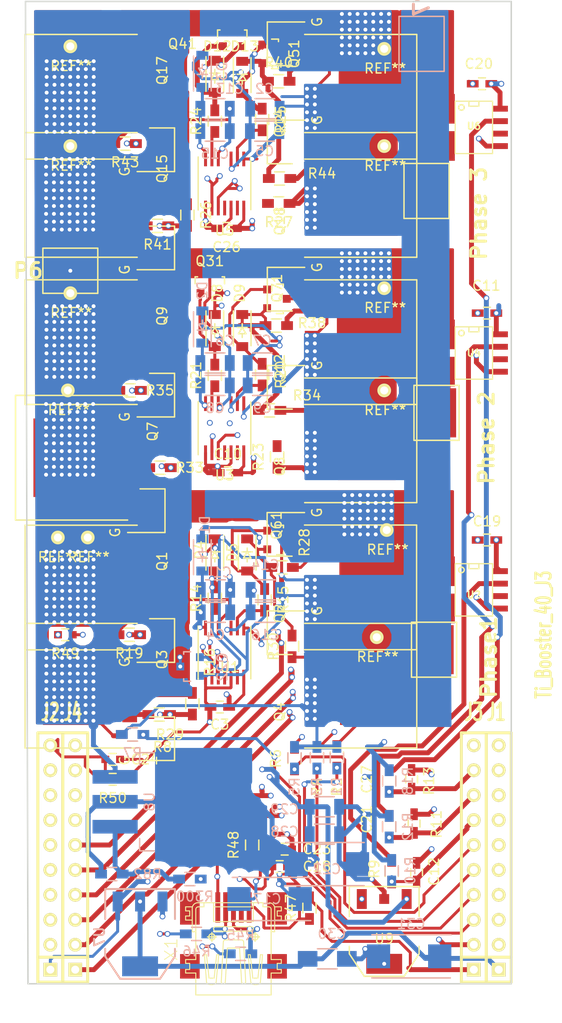
<source format=kicad_pcb>
(kicad_pcb (version 20171130) (host pcbnew "(5.1.12)-1")
  (layers (0 F.Cu signal) (1 In1.Cu power) (2 In2.Cu power) (31 B.Cu signal) (34 B.Paste user hide) (35 F.Paste user hide) (36 B.SilkS user) (37 F.SilkS user) (38 B.Mask user hide) (39 F.Mask user hide) (44 Edge.Cuts user))
  (net 0 "")
  (net 1 GND)
  (net 2 +5V)
  (net 3 V_SUPPLY)
  (net 4 "/Power MOSFETS/H1_VS")
  (net 5 "/Power MOSFETS/CurrentA")
  (net 6 "/Power MOSFETS/H2_VS")
  (net 7 "/Power MOSFETS/CurrentB")
  (net 8 "/Power MOSFETS/H3_VS")
  (net 9 "/Power MOSFETS/CurrentC")
  (net 10 "/Power MOSFETS/M_H1")
  (net 11 "/Power MOSFETS/M_L1")
  (net 12 "/Power MOSFETS/M_H2")
  (net 13 "/Power MOSFETS/M_L2")
  (net 14 "/Power MOSFETS/M_H3")
  (net 15 "/Power MOSFETS/M_L3")
  (net 16 "/Power MOSFETS/PHASE_1")
  (net 17 "/Power MOSFETS/PHASE_2")
  (net 18 "/Power MOSFETS/PHASE_3")
  (net 19 "Net-(R9-Pad1)")
  (net 20 "Net-(R11-Pad1)")
  (net 21 "Net-(R13-Pad1)")
  (net 22 "Net-(R15-Pad2)")
  (net 23 "Net-(R20-Pad2)")
  (net 24 "Net-(R25-Pad2)")
  (net 25 "Net-(U2-Pad6)")
  (net 26 "Net-(U4-Pad6)")
  (net 27 "Net-(U6-Pad6)")
  (net 28 "Net-(J1-Pad2)")
  (net 29 "Net-(J1-Pad3)")
  (net 30 "Net-(J1-Pad4)")
  (net 31 "Net-(J1-Pad5)")
  (net 32 "Net-(J1-Pad6)")
  (net 33 "Net-(J1-Pad7)")
  (net 34 "Net-(J1-Pad8)")
  (net 35 "Net-(J1-Pad9)")
  (net 36 "Net-(J1-Pad10)")
  (net 37 "Net-(J2-Pad2)")
  (net 38 "Net-(J2-Pad4)")
  (net 39 "Net-(J2-Pad6)")
  (net 40 "Net-(J2-Pad7)")
  (net 41 "Net-(J2-Pad8)")
  (net 42 "Net-(J2-Pad9)")
  (net 43 "Net-(J3-Pad3)")
  (net 44 "Net-(J3-Pad4)")
  (net 45 "Net-(J3-Pad5)")
  (net 46 "Net-(J3-Pad6)")
  (net 47 "Net-(J3-Pad10)")
  (net 48 "Net-(J4-Pad7)")
  (net 49 "Net-(J4-Pad8)")
  (net 50 "Net-(J4-Pad9)")
  (net 51 "Net-(J4-Pad10)")
  (net 52 +3V3)
  (net 53 "Net-(X1-Pad4)")
  (net 54 "Net-(C1-Pad1)")
  (net 55 "Net-(C6-Pad1)")
  (net 56 "Net-(C13-Pad1)")
  (net 57 "Net-(Q12-Pad3)")
  (net 58 "Net-(Q17-Pad3)")
  (net 59 "Net-(Q18-Pad3)")
  (net 60 "Net-(R14-Pad1)")
  (net 61 "Net-(R20-Pad1)")
  (net 62 "Net-(R21-Pad1)")
  (net 63 "Net-(R24-Pad1)")
  (net 64 "Net-(R25-Pad1)")
  (net 65 "Net-(U1-Pad4)")
  (net 66 "Net-(U1-Pad6)")
  (net 67 "Net-(U3-Pad4)")
  (net 68 "Net-(U3-Pad6)")
  (net 69 "Net-(U5-Pad4)")
  (net 70 "Net-(U5-Pad6)")
  (net 71 VDD)
  (net 72 "Net-(R300-Pad1)")
  (net 73 "Net-(C24-Pad2)")
  (net 74 "Net-(R45-Pad1)")
  (net 75 "Net-(R46-Pad2)")
  (net 76 "Net-(R47-Pad1)")
  (net 77 "Net-(R48-Pad2)")
  (net 78 "Net-(D4-Pad1)")
  (net 79 "Net-(D4-Pad2)")
  (net 80 "Net-(D5-Pad1)")
  (net 81 "Net-(D5-Pad2)")
  (net 82 "Net-(D8-Pad1)")
  (net 83 "Net-(D8-Pad2)")
  (net 84 "Net-(D9-Pad1)")
  (net 85 "Net-(D9-Pad2)")
  (net 86 "Net-(D12-Pad1)")
  (net 87 "Net-(D12-Pad2)")
  (net 88 "Net-(D13-Pad1)")
  (net 89 "Net-(D13-Pad2)")
  (net 90 "Net-(Q1-Pad3)")
  (net 91 "Net-(Q2-Pad3)")
  (net 92 "Net-(Q3-Pad3)")
  (net 93 "Net-(Q4-Pad3)")
  (net 94 "Net-(Q7-Pad3)")
  (net 95 "Net-(Q8-Pad3)")
  (net 96 "Net-(Q9-Pad3)")
  (net 97 "Net-(Q14-Pad3)")
  (net 98 "Net-(Q15-Pad3)")
  (module thrw (layer F.Cu) (at 239.522 66.802)
    (fp_text reference REF** (at 0.1 2) (layer F.SilkS))
    (fp_text value thrw)
    (pad 1 thru_hole circle (at 0 0) (size 1.397 1.397) (drill 0.8128) (layers *.Cu *.Mask F.SilkS) (net 8 "/Power MOSFETS/H3_VS"))
  )
  (module thrw (layer F.Cu) (at 239.522 91.694)
    (fp_text reference REF** (at 0.1 2) (layer F.SilkS))
    (fp_text value thrw)
    (pad 1 thru_hole circle (at 0 0) (size 1.397 1.397) (drill 0.8128) (layers *.Cu *.Mask F.SilkS) (net 6 "/Power MOSFETS/H2_VS"))
  )
  (module thrw (layer F.Cu) (at 238.76 116.84)
    (fp_text reference REF** (at 0.1 2) (layer F.SilkS))
    (fp_text value thrw)
    (pad 1 thru_hole circle (at 0 0) (size 1.397 1.397) (drill 0.8128) (layers *.Cu *.Mask F.SilkS) (net 4 "/Power MOSFETS/H1_VS"))
  )
  (module thrw (layer F.Cu) (at 239.522 56.896)
    (fp_text reference REF** (at 0.1 2) (layer F.SilkS))
    (fp_text value thrw)
    (pad 1 thru_hole circle (at 0 0) (size 1.397 1.397) (drill 0.8128) (layers *.Cu *.Mask F.SilkS) (net 8 "/Power MOSFETS/H3_VS"))
  )
  (module thrw (layer F.Cu) (at 239.776 105.918)
    (fp_text reference REF** (at 0.1 2) (layer F.SilkS))
    (fp_text value thrw)
    (pad 1 thru_hole circle (at 0 0) (size 1.397 1.397) (drill 0.8128) (layers *.Cu *.Mask F.SilkS) (net 4 "/Power MOSFETS/H1_VS"))
  )
  (module thrw (layer F.Cu) (at 239.522 81.28)
    (fp_text reference REF** (at 0.1 2) (layer F.SilkS))
    (fp_text value thrw)
    (pad 1 thru_hole circle (at 0 0) (size 1.397 1.397) (drill 0.8128) (layers *.Cu *.Mask F.SilkS) (net 6 "/Power MOSFETS/H2_VS"))
  )
  (module thrw (layer F.Cu) (at 207.518 56.642)
    (fp_text reference REF** (at 0.1 2) (layer F.SilkS))
    (fp_text value thrw)
    (pad 1 thru_hole circle (at 0 0) (size 1.397 1.397) (drill 0.8128) (layers *.Cu *.Mask F.SilkS) (net 3 V_SUPPLY))
  )
  (module thrw (layer F.Cu) (at 207.518 66.802)
    (fp_text reference REF** (at 0.1 2) (layer F.SilkS))
    (fp_text value thrw)
    (pad 1 thru_hole circle (at 0 0) (size 1.397 1.397) (drill 0.8128) (layers *.Cu *.Mask F.SilkS) (net 3 V_SUPPLY))
  )
  (module thrw (layer F.Cu) (at 207.518 81.788)
    (fp_text reference REF** (at 0.1 2) (layer F.SilkS))
    (fp_text value thrw)
    (pad 1 thru_hole circle (at 0 0) (size 1.397 1.397) (drill 0.8128) (layers *.Cu *.Mask F.SilkS) (net 3 V_SUPPLY))
  )
  (module thrw (layer F.Cu) (at 207.264 91.694)
    (fp_text reference REF** (at 0.1 2) (layer F.SilkS))
    (fp_text value thrw)
    (pad 1 thru_hole circle (at 0 0) (size 1.397 1.397) (drill 0.8128) (layers *.Cu *.Mask F.SilkS) (net 3 V_SUPPLY))
  )
  (module thrw (layer F.Cu) (at 206.248 106.68)
    (fp_text reference REF** (at 0.1 2) (layer F.SilkS))
    (fp_text value thrw)
    (pad 1 thru_hole circle (at 0 0) (size 1.397 1.397) (drill 0.8128) (layers *.Cu *.Mask F.SilkS) (net 3 V_SUPPLY))
  )
  (module thrw (layer F.Cu) (at 209.296 106.68)
    (fp_text reference REF** (at 0.1 2) (layer F.SilkS))
    (fp_text value thrw)
    (pad 1 thru_hole circle (at 0 0) (size 1.397 1.397) (drill 0.8128) (layers *.Cu *.Mask F.SilkS) (net 3 V_SUPPLY))
  )
  (module Capacitors_SMD:C_1206 (layer B.Cu) (at 227.354 62.992)
    (fp_text reference C2 (at -0.024 -2.032) (layer B.SilkS) (effects (justify mirror)))
    (fp_text value 0.1uf)
    (pad 1 smd rect (at -1.5 0) (size 1 1.6) (layers B.Cu B.Paste B.Mask) (net 71 VDD))
    (pad 2 smd rect (at 1.5 0) (size 1 1.6) (layers B.Cu B.Paste B.Mask) (net 1 GND))
  )
  (module TO_SOT_Packages_SMD:SOT-223 (layer F.Cu) (at 239.522 146.812 180)
    (fp_text reference U9 (at 0 -0.762 180) (layer F.SilkS))
    (fp_text value LM340MPX-5)
    (pad 4 smd rect (at 0 -3.302 180) (size 3.6576 2.032) (layers F.Cu F.Paste F.Mask) (net 1 GND))
    (pad 2 smd rect (at 0 3.302 180) (size 1.016 1) (layers F.Cu F.Paste F.Mask) (net 1 GND))
    (pad 3 smd rect (at 2.286 3.302 180) (size 1.016 2.032) (layers F.Cu F.Paste F.Mask) (net 2 +5V))
    (pad 1 smd rect (at -2.286 3.302 180) (size 1.016 2.032) (layers F.Cu F.Paste F.Mask) (net 71 VDD))
  )
  (module "via 0.60.4" (layer F.Cu) (at 232.448 125.158)
    (fp_text reference REF**26 hide)
    (fp_text value "via 0.60.4" hide)
    (pad 1 thru_hole circle (at 0 0) (size 0.6 0.6) (drill 0.4) (layers *.Cu) (net 1 GND))
  )
  (module "via 0.60.4" (layer F.Cu) (at 231.648 125.158)
    (fp_text reference REF**16 hide)
    (fp_text value "via 0.60.4" hide)
    (pad 1 thru_hole circle (at 0 0) (size 0.6 0.6) (drill 0.4) (layers *.Cu) (net 1 GND))
  )
  (module "via 0.60.4" (layer F.Cu) (at 232.448 124.358)
    (fp_text reference REF**25 hide)
    (fp_text value "via 0.60.4" hide)
    (pad 1 thru_hole circle (at 0 0) (size 0.6 0.6) (drill 0.4) (layers *.Cu) (net 1 GND))
  )
  (module "via 0.60.4" (layer F.Cu) (at 231.648 124.358)
    (fp_text reference REF**15 hide)
    (fp_text value "via 0.60.4" hide)
    (pad 1 thru_hole circle (at 0 0) (size 0.6 0.6) (drill 0.4) (layers *.Cu) (net 1 GND))
  )
  (module "via 0.60.4" (layer F.Cu) (at 232.448 123.558)
    (fp_text reference REF**24 hide)
    (fp_text value "via 0.60.4" hide)
    (pad 1 thru_hole circle (at 0 0) (size 0.6 0.6) (drill 0.4) (layers *.Cu) (net 1 GND))
  )
  (module "via 0.60.4" (layer F.Cu) (at 231.648 123.558)
    (fp_text reference REF**14 hide)
    (fp_text value "via 0.60.4" hide)
    (pad 1 thru_hole circle (at 0 0) (size 0.6 0.6) (drill 0.4) (layers *.Cu) (net 1 GND))
  )
  (module "via 0.60.4" (layer F.Cu) (at 232.448 122.758)
    (fp_text reference REF**23 hide)
    (fp_text value "via 0.60.4" hide)
    (pad 1 thru_hole circle (at 0 0) (size 0.6 0.6) (drill 0.4) (layers *.Cu) (net 1 GND))
  )
  (module "via 0.60.4" (layer F.Cu) (at 231.648 122.758)
    (fp_text reference REF**13 hide)
    (fp_text value "via 0.60.4" hide)
    (pad 1 thru_hole circle (at 0 0) (size 0.6 0.6) (drill 0.4) (layers *.Cu) (net 1 GND))
  )
  (module "via 0.60.4" (layer F.Cu) (at 232.448 121.958)
    (fp_text reference REF**22 hide)
    (fp_text value "via 0.60.4" hide)
    (pad 1 thru_hole circle (at 0 0) (size 0.6 0.6) (drill 0.4) (layers *.Cu) (net 1 GND))
  )
  (module "via 0.60.4" (layer F.Cu) (at 231.648 121.958)
    (fp_text reference REF**12 hide)
    (fp_text value "via 0.60.4" hide)
    (pad 1 thru_hole circle (at 0 0) (size 0.6 0.6) (drill 0.4) (layers *.Cu) (net 1 GND))
  )
  (module "via 0.60.4" (layer F.Cu) (at 232.448 121.158)
    (fp_text reference REF**21 hide)
    (fp_text value "via 0.60.4" hide)
    (pad 1 thru_hole circle (at 0 0) (size 0.6 0.6) (drill 0.4) (layers *.Cu) (net 1 GND))
  )
  (module "via 0.60.4" (layer F.Cu) (at 232.448 114.998)
    (fp_text reference REF**26 hide)
    (fp_text value "via 0.60.4" hide)
    (pad 1 thru_hole circle (at 0 0) (size 0.6 0.6) (drill 0.4) (layers *.Cu) (net 1 GND))
  )
  (module "via 0.60.4" (layer F.Cu) (at 231.648 114.998)
    (fp_text reference REF**16 hide)
    (fp_text value "via 0.60.4" hide)
    (pad 1 thru_hole circle (at 0 0) (size 0.6 0.6) (drill 0.4) (layers *.Cu) (net 1 GND))
  )
  (module "via 0.60.4" (layer F.Cu) (at 232.448 114.198)
    (fp_text reference REF**25 hide)
    (fp_text value "via 0.60.4" hide)
    (pad 1 thru_hole circle (at 0 0) (size 0.6 0.6) (drill 0.4) (layers *.Cu) (net 1 GND))
  )
  (module "via 0.60.4" (layer F.Cu) (at 231.648 114.198)
    (fp_text reference REF**15 hide)
    (fp_text value "via 0.60.4" hide)
    (pad 1 thru_hole circle (at 0 0) (size 0.6 0.6) (drill 0.4) (layers *.Cu) (net 1 GND))
  )
  (module "via 0.60.4" (layer F.Cu) (at 232.448 113.398)
    (fp_text reference REF**24 hide)
    (fp_text value "via 0.60.4" hide)
    (pad 1 thru_hole circle (at 0 0) (size 0.6 0.6) (drill 0.4) (layers *.Cu) (net 1 GND))
  )
  (module "via 0.60.4" (layer F.Cu) (at 231.648 113.398)
    (fp_text reference REF**14 hide)
    (fp_text value "via 0.60.4" hide)
    (pad 1 thru_hole circle (at 0 0) (size 0.6 0.6) (drill 0.4) (layers *.Cu) (net 1 GND))
  )
  (module "via 0.60.4" (layer F.Cu) (at 232.448 112.598)
    (fp_text reference REF**23 hide)
    (fp_text value "via 0.60.4" hide)
    (pad 1 thru_hole circle (at 0 0) (size 0.6 0.6) (drill 0.4) (layers *.Cu) (net 1 GND))
  )
  (module "via 0.60.4" (layer F.Cu) (at 231.648 112.598)
    (fp_text reference REF**13 hide)
    (fp_text value "via 0.60.4" hide)
    (pad 1 thru_hole circle (at 0 0) (size 0.6 0.6) (drill 0.4) (layers *.Cu) (net 1 GND))
  )
  (module "via 0.60.4" (layer F.Cu) (at 232.448 111.798)
    (fp_text reference REF**22 hide)
    (fp_text value "via 0.60.4" hide)
    (pad 1 thru_hole circle (at 0 0) (size 0.6 0.6) (drill 0.4) (layers *.Cu) (net 1 GND))
  )
  (module "via 0.60.4" (layer F.Cu) (at 231.648 111.798)
    (fp_text reference REF**12 hide)
    (fp_text value "via 0.60.4" hide)
    (pad 1 thru_hole circle (at 0 0) (size 0.6 0.6) (drill 0.4) (layers *.Cu) (net 1 GND))
  )
  (module "via 0.60.4" (layer F.Cu) (at 232.448 110.998)
    (fp_text reference REF**21 hide)
    (fp_text value "via 0.60.4" hide)
    (pad 1 thru_hole circle (at 0 0) (size 0.6 0.6) (drill 0.4) (layers *.Cu) (net 1 GND))
  )
  (module "via 0.60.4" (layer F.Cu) (at 231.648 121.158)
    (fp_text reference REF**11 hide)
    (fp_text value "via 0.60.4" hide)
    (pad 1 thru_hole circle (at 0 0) (size 0.6 0.6) (drill 0.4) (layers *.Cu) (net 1 GND))
  )
  (module "via 0.60.4" (layer F.Cu) (at 231.648 110.998)
    (fp_text reference REF**11 hide)
    (fp_text value "via 0.60.4" hide)
    (pad 1 thru_hole circle (at 0 0) (size 0.6 0.6) (drill 0.4) (layers *.Cu) (net 1 GND))
  )
  (module "via 0.60.4" (layer F.Cu) (at 232.448 100.012)
    (fp_text reference REF**26 hide)
    (fp_text value "via 0.60.4" hide)
    (pad 1 thru_hole circle (at 0 0) (size 0.6 0.6) (drill 0.4) (layers *.Cu) (net 1 GND))
  )
  (module "via 0.60.4" (layer F.Cu) (at 231.648 100.012)
    (fp_text reference REF**16 hide)
    (fp_text value "via 0.60.4" hide)
    (pad 1 thru_hole circle (at 0 0) (size 0.6 0.6) (drill 0.4) (layers *.Cu) (net 1 GND))
  )
  (module "via 0.60.4" (layer F.Cu) (at 232.448 99.212)
    (fp_text reference REF**25 hide)
    (fp_text value "via 0.60.4" hide)
    (pad 1 thru_hole circle (at 0 0) (size 0.6 0.6) (drill 0.4) (layers *.Cu) (net 1 GND))
  )
  (module "via 0.60.4" (layer F.Cu) (at 231.648 99.212)
    (fp_text reference REF**15 hide)
    (fp_text value "via 0.60.4" hide)
    (pad 1 thru_hole circle (at 0 0) (size 0.6 0.6) (drill 0.4) (layers *.Cu) (net 1 GND))
  )
  (module "via 0.60.4" (layer F.Cu) (at 232.448 98.412)
    (fp_text reference REF**24 hide)
    (fp_text value "via 0.60.4" hide)
    (pad 1 thru_hole circle (at 0 0) (size 0.6 0.6) (drill 0.4) (layers *.Cu) (net 1 GND))
  )
  (module "via 0.60.4" (layer F.Cu) (at 231.648 98.412)
    (fp_text reference REF**14 hide)
    (fp_text value "via 0.60.4" hide)
    (pad 1 thru_hole circle (at 0 0) (size 0.6 0.6) (drill 0.4) (layers *.Cu) (net 1 GND))
  )
  (module "via 0.60.4" (layer F.Cu) (at 232.448 97.612)
    (fp_text reference REF**23 hide)
    (fp_text value "via 0.60.4" hide)
    (pad 1 thru_hole circle (at 0 0) (size 0.6 0.6) (drill 0.4) (layers *.Cu) (net 1 GND))
  )
  (module "via 0.60.4" (layer F.Cu) (at 231.648 97.612)
    (fp_text reference REF**13 hide)
    (fp_text value "via 0.60.4" hide)
    (pad 1 thru_hole circle (at 0 0) (size 0.6 0.6) (drill 0.4) (layers *.Cu) (net 1 GND))
  )
  (module "via 0.60.4" (layer F.Cu) (at 232.448 96.812)
    (fp_text reference REF**22 hide)
    (fp_text value "via 0.60.4" hide)
    (pad 1 thru_hole circle (at 0 0) (size 0.6 0.6) (drill 0.4) (layers *.Cu) (net 1 GND))
  )
  (module "via 0.60.4" (layer F.Cu) (at 231.648 96.812)
    (fp_text reference REF**12 hide)
    (fp_text value "via 0.60.4" hide)
    (pad 1 thru_hole circle (at 0 0) (size 0.6 0.6) (drill 0.4) (layers *.Cu) (net 1 GND))
  )
  (module "via 0.60.4" (layer F.Cu) (at 232.448 96.012)
    (fp_text reference REF**21 hide)
    (fp_text value "via 0.60.4" hide)
    (pad 1 thru_hole circle (at 0 0) (size 0.6 0.6) (drill 0.4) (layers *.Cu) (net 1 GND))
  )
  (module "via 0.60.4" (layer F.Cu) (at 231.648 96.012)
    (fp_text reference REF**11 hide)
    (fp_text value "via 0.60.4" hide)
    (pad 1 thru_hole circle (at 0 0) (size 0.6 0.6) (drill 0.4) (layers *.Cu) (net 1 GND))
  )
  (module "via 0.60.4" (layer F.Cu) (at 232.448 90.106)
    (fp_text reference REF**26 hide)
    (fp_text value "via 0.60.4" hide)
    (pad 1 thru_hole circle (at 0 0) (size 0.6 0.6) (drill 0.4) (layers *.Cu) (net 1 GND))
  )
  (module "via 0.60.4" (layer F.Cu) (at 231.648 90.106)
    (fp_text reference REF**16 hide)
    (fp_text value "via 0.60.4" hide)
    (pad 1 thru_hole circle (at 0 0) (size 0.6 0.6) (drill 0.4) (layers *.Cu) (net 1 GND))
  )
  (module "via 0.60.4" (layer F.Cu) (at 232.448 89.306)
    (fp_text reference REF**25 hide)
    (fp_text value "via 0.60.4" hide)
    (pad 1 thru_hole circle (at 0 0) (size 0.6 0.6) (drill 0.4) (layers *.Cu) (net 1 GND))
  )
  (module "via 0.60.4" (layer F.Cu) (at 231.648 89.306)
    (fp_text reference REF**15 hide)
    (fp_text value "via 0.60.4" hide)
    (pad 1 thru_hole circle (at 0 0) (size 0.6 0.6) (drill 0.4) (layers *.Cu) (net 1 GND))
  )
  (module "via 0.60.4" (layer F.Cu) (at 232.448 88.506)
    (fp_text reference REF**24 hide)
    (fp_text value "via 0.60.4" hide)
    (pad 1 thru_hole circle (at 0 0) (size 0.6 0.6) (drill 0.4) (layers *.Cu) (net 1 GND))
  )
  (module "via 0.60.4" (layer F.Cu) (at 231.648 88.506)
    (fp_text reference REF**14 hide)
    (fp_text value "via 0.60.4" hide)
    (pad 1 thru_hole circle (at 0 0) (size 0.6 0.6) (drill 0.4) (layers *.Cu) (net 1 GND))
  )
  (module "via 0.60.4" (layer F.Cu) (at 232.448 87.706)
    (fp_text reference REF**23 hide)
    (fp_text value "via 0.60.4" hide)
    (pad 1 thru_hole circle (at 0 0) (size 0.6 0.6) (drill 0.4) (layers *.Cu) (net 1 GND))
  )
  (module "via 0.60.4" (layer F.Cu) (at 231.648 87.706)
    (fp_text reference REF**13 hide)
    (fp_text value "via 0.60.4" hide)
    (pad 1 thru_hole circle (at 0 0) (size 0.6 0.6) (drill 0.4) (layers *.Cu) (net 1 GND))
  )
  (module "via 0.60.4" (layer F.Cu) (at 232.448 86.906)
    (fp_text reference REF**22 hide)
    (fp_text value "via 0.60.4" hide)
    (pad 1 thru_hole circle (at 0 0) (size 0.6 0.6) (drill 0.4) (layers *.Cu) (net 1 GND))
  )
  (module "via 0.60.4" (layer F.Cu) (at 231.648 86.906)
    (fp_text reference REF**12 hide)
    (fp_text value "via 0.60.4" hide)
    (pad 1 thru_hole circle (at 0 0) (size 0.6 0.6) (drill 0.4) (layers *.Cu) (net 1 GND))
  )
  (module "via 0.60.4" (layer F.Cu) (at 232.448 86.106)
    (fp_text reference REF**21 hide)
    (fp_text value "via 0.60.4" hide)
    (pad 1 thru_hole circle (at 0 0) (size 0.6 0.6) (drill 0.4) (layers *.Cu) (net 1 GND))
  )
  (module "via 0.60.4" (layer F.Cu) (at 231.648 86.106)
    (fp_text reference REF**11 hide)
    (fp_text value "via 0.60.4" hide)
    (pad 1 thru_hole circle (at 0 0) (size 0.6 0.6) (drill 0.4) (layers *.Cu) (net 1 GND))
  )
  (module "via 0.60.4" (layer F.Cu) (at 232.448 75.12)
    (fp_text reference REF**26 hide)
    (fp_text value "via 0.60.4" hide)
    (pad 1 thru_hole circle (at 0 0) (size 0.6 0.6) (drill 0.4) (layers *.Cu) (net 1 GND))
  )
  (module "via 0.60.4" (layer F.Cu) (at 231.648 75.12)
    (fp_text reference REF**16 hide)
    (fp_text value "via 0.60.4" hide)
    (pad 1 thru_hole circle (at 0 0) (size 0.6 0.6) (drill 0.4) (layers *.Cu) (net 1 GND))
  )
  (module "via 0.60.4" (layer F.Cu) (at 232.448 74.32)
    (fp_text reference REF**25 hide)
    (fp_text value "via 0.60.4" hide)
    (pad 1 thru_hole circle (at 0 0) (size 0.6 0.6) (drill 0.4) (layers *.Cu) (net 1 GND))
  )
  (module "via 0.60.4" (layer F.Cu) (at 231.648 74.32)
    (fp_text reference REF**15 hide)
    (fp_text value "via 0.60.4" hide)
    (pad 1 thru_hole circle (at 0 0) (size 0.6 0.6) (drill 0.4) (layers *.Cu) (net 1 GND))
  )
  (module "via 0.60.4" (layer F.Cu) (at 232.448 73.52)
    (fp_text reference REF**24 hide)
    (fp_text value "via 0.60.4" hide)
    (pad 1 thru_hole circle (at 0 0) (size 0.6 0.6) (drill 0.4) (layers *.Cu) (net 1 GND))
  )
  (module "via 0.60.4" (layer F.Cu) (at 231.648 73.52)
    (fp_text reference REF**14 hide)
    (fp_text value "via 0.60.4" hide)
    (pad 1 thru_hole circle (at 0 0) (size 0.6 0.6) (drill 0.4) (layers *.Cu) (net 1 GND))
  )
  (module "via 0.60.4" (layer F.Cu) (at 232.448 72.72)
    (fp_text reference REF**23 hide)
    (fp_text value "via 0.60.4" hide)
    (pad 1 thru_hole circle (at 0 0) (size 0.6 0.6) (drill 0.4) (layers *.Cu) (net 1 GND))
  )
  (module "via 0.60.4" (layer F.Cu) (at 231.648 72.72)
    (fp_text reference REF**13 hide)
    (fp_text value "via 0.60.4" hide)
    (pad 1 thru_hole circle (at 0 0) (size 0.6 0.6) (drill 0.4) (layers *.Cu) (net 1 GND))
  )
  (module "via 0.60.4" (layer F.Cu) (at 232.448 71.92)
    (fp_text reference REF**22 hide)
    (fp_text value "via 0.60.4" hide)
    (pad 1 thru_hole circle (at 0 0) (size 0.6 0.6) (drill 0.4) (layers *.Cu) (net 1 GND))
  )
  (module "via 0.60.4" (layer F.Cu) (at 231.648 71.92)
    (fp_text reference REF**12 hide)
    (fp_text value "via 0.60.4" hide)
    (pad 1 thru_hole circle (at 0 0) (size 0.6 0.6) (drill 0.4) (layers *.Cu) (net 1 GND))
  )
  (module "via 0.60.4" (layer F.Cu) (at 232.448 71.12)
    (fp_text reference REF**21 hide)
    (fp_text value "via 0.60.4" hide)
    (pad 1 thru_hole circle (at 0 0) (size 0.6 0.6) (drill 0.4) (layers *.Cu) (net 1 GND))
  )
  (module "via 0.60.4" (layer F.Cu) (at 231.648 71.12)
    (fp_text reference REF**11 hide)
    (fp_text value "via 0.60.4" hide)
    (pad 1 thru_hole circle (at 0 0) (size 0.6 0.6) (drill 0.4) (layers *.Cu) (net 1 GND))
  )
  (module "via 0.60.4" (layer F.Cu) (at 232.448 64.96)
    (fp_text reference REF**26 hide)
    (fp_text value "via 0.60.4" hide)
    (pad 1 thru_hole circle (at 0 0) (size 0.6 0.6) (drill 0.4) (layers *.Cu) (net 1 GND))
  )
  (module "via 0.60.4" (layer F.Cu) (at 231.648 64.96)
    (fp_text reference REF**16 hide)
    (fp_text value "via 0.60.4" hide)
    (pad 1 thru_hole circle (at 0 0) (size 0.6 0.6) (drill 0.4) (layers *.Cu) (net 1 GND))
  )
  (module "via 0.60.4" (layer F.Cu) (at 232.448 64.16)
    (fp_text reference REF**25 hide)
    (fp_text value "via 0.60.4" hide)
    (pad 1 thru_hole circle (at 0 0) (size 0.6 0.6) (drill 0.4) (layers *.Cu) (net 1 GND))
  )
  (module "via 0.60.4" (layer F.Cu) (at 231.648 64.16)
    (fp_text reference REF**15 hide)
    (fp_text value "via 0.60.4" hide)
    (pad 1 thru_hole circle (at 0 0) (size 0.6 0.6) (drill 0.4) (layers *.Cu) (net 1 GND))
  )
  (module "via 0.60.4" (layer F.Cu) (at 232.448 63.36)
    (fp_text reference REF**24 hide)
    (fp_text value "via 0.60.4" hide)
    (pad 1 thru_hole circle (at 0 0) (size 0.6 0.6) (drill 0.4) (layers *.Cu) (net 1 GND))
  )
  (module "via 0.60.4" (layer F.Cu) (at 231.648 63.36)
    (fp_text reference REF**14 hide)
    (fp_text value "via 0.60.4" hide)
    (pad 1 thru_hole circle (at 0 0) (size 0.6 0.6) (drill 0.4) (layers *.Cu) (net 1 GND))
  )
  (module "via 0.60.4" (layer F.Cu) (at 232.448 62.56)
    (fp_text reference REF**23 hide)
    (fp_text value "via 0.60.4" hide)
    (pad 1 thru_hole circle (at 0 0) (size 0.6 0.6) (drill 0.4) (layers *.Cu) (net 1 GND))
  )
  (module "via 0.60.4" (layer F.Cu) (at 231.648 62.56)
    (fp_text reference REF**13 hide)
    (fp_text value "via 0.60.4" hide)
    (pad 1 thru_hole circle (at 0 0) (size 0.6 0.6) (drill 0.4) (layers *.Cu) (net 1 GND))
  )
  (module "via 0.60.4" (layer F.Cu) (at 232.448 61.76)
    (fp_text reference REF**22 hide)
    (fp_text value "via 0.60.4" hide)
    (pad 1 thru_hole circle (at 0 0) (size 0.6 0.6) (drill 0.4) (layers *.Cu) (net 1 GND))
  )
  (module "via 0.60.4" (layer F.Cu) (at 231.648 61.76)
    (fp_text reference REF**12 hide)
    (fp_text value "via 0.60.4" hide)
    (pad 1 thru_hole circle (at 0 0) (size 0.6 0.6) (drill 0.4) (layers *.Cu) (net 1 GND))
  )
  (module "via 0.60.4" (layer F.Cu) (at 232.448 60.96)
    (fp_text reference REF**21 hide)
    (fp_text value "via 0.60.4" hide)
    (pad 1 thru_hole circle (at 0 0) (size 0.6 0.6) (drill 0.4) (layers *.Cu) (net 1 GND))
  )
  (module "via 0.60.4" (layer F.Cu) (at 231.648 60.96)
    (fp_text reference REF**11 hide)
    (fp_text value "via 0.60.4" hide)
    (pad 1 thru_hole circle (at 0 0) (size 0.6 0.6) (drill 0.4) (layers *.Cu) (net 1 GND))
  )
  (module "via 0.60.4" (layer F.Cu) (at 238.658 106.362)
    (fp_text reference REF**156 hide)
    (fp_text value "via 0.60.4" hide)
    (pad 1 thru_hole circle (at 0 0) (size 0.6 0.6) (drill 0.4) (layers *.Cu) (net 4 "/Power MOSFETS/H1_VS"))
  )
  (module "via 0.60.4" (layer F.Cu) (at 237.858 106.362)
    (fp_text reference REF**146 hide)
    (fp_text value "via 0.60.4" hide)
    (pad 1 thru_hole circle (at 0 0) (size 0.6 0.6) (drill 0.4) (layers *.Cu) (net 4 "/Power MOSFETS/H1_VS"))
  )
  (module "via 0.60.4" (layer F.Cu) (at 237.058 106.362)
    (fp_text reference REF**136 hide)
    (fp_text value "via 0.60.4" hide)
    (pad 1 thru_hole circle (at 0 0) (size 0.6 0.6) (drill 0.4) (layers *.Cu) (net 4 "/Power MOSFETS/H1_VS"))
  )
  (module "via 0.60.4" (layer F.Cu) (at 236.258 106.362)
    (fp_text reference REF**126 hide)
    (fp_text value "via 0.60.4" hide)
    (pad 1 thru_hole circle (at 0 0) (size 0.6 0.6) (drill 0.4) (layers *.Cu) (net 4 "/Power MOSFETS/H1_VS"))
  )
  (module "via 0.60.4" (layer F.Cu) (at 235.458 106.362)
    (fp_text reference REF**116 hide)
    (fp_text value "via 0.60.4" hide)
    (pad 1 thru_hole circle (at 0 0) (size 0.6 0.6) (drill 0.4) (layers *.Cu) (net 4 "/Power MOSFETS/H1_VS"))
  )
  (module "via 0.60.4" (layer F.Cu) (at 238.658 105.562)
    (fp_text reference REF**155 hide)
    (fp_text value "via 0.60.4" hide)
    (pad 1 thru_hole circle (at 0 0) (size 0.6 0.6) (drill 0.4) (layers *.Cu) (net 4 "/Power MOSFETS/H1_VS"))
  )
  (module "via 0.60.4" (layer F.Cu) (at 237.858 105.562)
    (fp_text reference REF**145 hide)
    (fp_text value "via 0.60.4" hide)
    (pad 1 thru_hole circle (at 0 0) (size 0.6 0.6) (drill 0.4) (layers *.Cu) (net 4 "/Power MOSFETS/H1_VS"))
  )
  (module "via 0.60.4" (layer F.Cu) (at 237.058 105.562)
    (fp_text reference REF**135 hide)
    (fp_text value "via 0.60.4" hide)
    (pad 1 thru_hole circle (at 0 0) (size 0.6 0.6) (drill 0.4) (layers *.Cu) (net 4 "/Power MOSFETS/H1_VS"))
  )
  (module "via 0.60.4" (layer F.Cu) (at 236.258 105.562)
    (fp_text reference REF**125 hide)
    (fp_text value "via 0.60.4" hide)
    (pad 1 thru_hole circle (at 0 0) (size 0.6 0.6) (drill 0.4) (layers *.Cu) (net 4 "/Power MOSFETS/H1_VS"))
  )
  (module "via 0.60.4" (layer F.Cu) (at 235.458 105.562)
    (fp_text reference REF**115 hide)
    (fp_text value "via 0.60.4" hide)
    (pad 1 thru_hole circle (at 0 0) (size 0.6 0.6) (drill 0.4) (layers *.Cu) (net 4 "/Power MOSFETS/H1_VS"))
  )
  (module "via 0.60.4" (layer F.Cu) (at 240.258 104.762)
    (fp_text reference REF**174 hide)
    (fp_text value "via 0.60.4" hide)
    (pad 1 thru_hole circle (at 0 0) (size 0.6 0.6) (drill 0.4) (layers *.Cu) (net 4 "/Power MOSFETS/H1_VS"))
  )
  (module "via 0.60.4" (layer F.Cu) (at 239.458 104.762)
    (fp_text reference REF**164 hide)
    (fp_text value "via 0.60.4" hide)
    (pad 1 thru_hole circle (at 0 0) (size 0.6 0.6) (drill 0.4) (layers *.Cu) (net 4 "/Power MOSFETS/H1_VS"))
  )
  (module "via 0.60.4" (layer F.Cu) (at 238.658 104.762)
    (fp_text reference REF**154 hide)
    (fp_text value "via 0.60.4" hide)
    (pad 1 thru_hole circle (at 0 0) (size 0.6 0.6) (drill 0.4) (layers *.Cu) (net 4 "/Power MOSFETS/H1_VS"))
  )
  (module "via 0.60.4" (layer F.Cu) (at 237.858 104.762)
    (fp_text reference REF**144 hide)
    (fp_text value "via 0.60.4" hide)
    (pad 1 thru_hole circle (at 0 0) (size 0.6 0.6) (drill 0.4) (layers *.Cu) (net 4 "/Power MOSFETS/H1_VS"))
  )
  (module "via 0.60.4" (layer F.Cu) (at 237.058 104.762)
    (fp_text reference REF**134 hide)
    (fp_text value "via 0.60.4" hide)
    (pad 1 thru_hole circle (at 0 0) (size 0.6 0.6) (drill 0.4) (layers *.Cu) (net 4 "/Power MOSFETS/H1_VS"))
  )
  (module "via 0.60.4" (layer F.Cu) (at 236.258 104.762)
    (fp_text reference REF**124 hide)
    (fp_text value "via 0.60.4" hide)
    (pad 1 thru_hole circle (at 0 0) (size 0.6 0.6) (drill 0.4) (layers *.Cu) (net 4 "/Power MOSFETS/H1_VS"))
  )
  (module "via 0.60.4" (layer F.Cu) (at 235.458 104.762)
    (fp_text reference REF**114 hide)
    (fp_text value "via 0.60.4" hide)
    (pad 1 thru_hole circle (at 0 0) (size 0.6 0.6) (drill 0.4) (layers *.Cu) (net 4 "/Power MOSFETS/H1_VS"))
  )
  (module "via 0.60.4" (layer F.Cu) (at 240.258 103.962)
    (fp_text reference REF**173 hide)
    (fp_text value "via 0.60.4" hide)
    (pad 1 thru_hole circle (at 0 0) (size 0.6 0.6) (drill 0.4) (layers *.Cu) (net 4 "/Power MOSFETS/H1_VS"))
  )
  (module "via 0.60.4" (layer F.Cu) (at 239.458 103.962)
    (fp_text reference REF**163 hide)
    (fp_text value "via 0.60.4" hide)
    (pad 1 thru_hole circle (at 0 0) (size 0.6 0.6) (drill 0.4) (layers *.Cu) (net 4 "/Power MOSFETS/H1_VS"))
  )
  (module "via 0.60.4" (layer F.Cu) (at 238.658 103.962)
    (fp_text reference REF**153 hide)
    (fp_text value "via 0.60.4" hide)
    (pad 1 thru_hole circle (at 0 0) (size 0.6 0.6) (drill 0.4) (layers *.Cu) (net 4 "/Power MOSFETS/H1_VS"))
  )
  (module "via 0.60.4" (layer F.Cu) (at 237.858 103.962)
    (fp_text reference REF**143 hide)
    (fp_text value "via 0.60.4" hide)
    (pad 1 thru_hole circle (at 0 0) (size 0.6 0.6) (drill 0.4) (layers *.Cu) (net 4 "/Power MOSFETS/H1_VS"))
  )
  (module "via 0.60.4" (layer F.Cu) (at 237.058 103.962)
    (fp_text reference REF**133 hide)
    (fp_text value "via 0.60.4" hide)
    (pad 1 thru_hole circle (at 0 0) (size 0.6 0.6) (drill 0.4) (layers *.Cu) (net 4 "/Power MOSFETS/H1_VS"))
  )
  (module "via 0.60.4" (layer F.Cu) (at 236.258 103.962)
    (fp_text reference REF**123 hide)
    (fp_text value "via 0.60.4" hide)
    (pad 1 thru_hole circle (at 0 0) (size 0.6 0.6) (drill 0.4) (layers *.Cu) (net 4 "/Power MOSFETS/H1_VS"))
  )
  (module "via 0.60.4" (layer F.Cu) (at 235.458 103.962)
    (fp_text reference REF**113 hide)
    (fp_text value "via 0.60.4" hide)
    (pad 1 thru_hole circle (at 0 0) (size 0.6 0.6) (drill 0.4) (layers *.Cu) (net 4 "/Power MOSFETS/H1_VS"))
  )
  (module "via 0.60.4" (layer F.Cu) (at 240.258 103.162)
    (fp_text reference REF**172 hide)
    (fp_text value "via 0.60.4" hide)
    (pad 1 thru_hole circle (at 0 0) (size 0.6 0.6) (drill 0.4) (layers *.Cu) (net 4 "/Power MOSFETS/H1_VS"))
  )
  (module "via 0.60.4" (layer F.Cu) (at 239.458 103.162)
    (fp_text reference REF**162 hide)
    (fp_text value "via 0.60.4" hide)
    (pad 1 thru_hole circle (at 0 0) (size 0.6 0.6) (drill 0.4) (layers *.Cu) (net 4 "/Power MOSFETS/H1_VS"))
  )
  (module "via 0.60.4" (layer F.Cu) (at 238.658 103.162)
    (fp_text reference REF**152 hide)
    (fp_text value "via 0.60.4" hide)
    (pad 1 thru_hole circle (at 0 0) (size 0.6 0.6) (drill 0.4) (layers *.Cu) (net 4 "/Power MOSFETS/H1_VS"))
  )
  (module "via 0.60.4" (layer F.Cu) (at 237.858 103.162)
    (fp_text reference REF**142 hide)
    (fp_text value "via 0.60.4" hide)
    (pad 1 thru_hole circle (at 0 0) (size 0.6 0.6) (drill 0.4) (layers *.Cu) (net 4 "/Power MOSFETS/H1_VS"))
  )
  (module "via 0.60.4" (layer F.Cu) (at 237.058 103.162)
    (fp_text reference REF**132 hide)
    (fp_text value "via 0.60.4" hide)
    (pad 1 thru_hole circle (at 0 0) (size 0.6 0.6) (drill 0.4) (layers *.Cu) (net 4 "/Power MOSFETS/H1_VS"))
  )
  (module "via 0.60.4" (layer F.Cu) (at 236.258 103.162)
    (fp_text reference REF**122 hide)
    (fp_text value "via 0.60.4" hide)
    (pad 1 thru_hole circle (at 0 0) (size 0.6 0.6) (drill 0.4) (layers *.Cu) (net 4 "/Power MOSFETS/H1_VS"))
  )
  (module "via 0.60.4" (layer F.Cu) (at 235.458 103.162)
    (fp_text reference REF**112 hide)
    (fp_text value "via 0.60.4" hide)
    (pad 1 thru_hole circle (at 0 0) (size 0.6 0.6) (drill 0.4) (layers *.Cu) (net 4 "/Power MOSFETS/H1_VS"))
  )
  (module "via 0.60.4" (layer F.Cu) (at 240.258 102.362)
    (fp_text reference REF**171 hide)
    (fp_text value "via 0.60.4" hide)
    (pad 1 thru_hole circle (at 0 0) (size 0.6 0.6) (drill 0.4) (layers *.Cu) (net 4 "/Power MOSFETS/H1_VS"))
  )
  (module "via 0.60.4" (layer F.Cu) (at 239.458 102.362)
    (fp_text reference REF**161 hide)
    (fp_text value "via 0.60.4" hide)
    (pad 1 thru_hole circle (at 0 0) (size 0.6 0.6) (drill 0.4) (layers *.Cu) (net 4 "/Power MOSFETS/H1_VS"))
  )
  (module "via 0.60.4" (layer F.Cu) (at 238.658 102.362)
    (fp_text reference REF**151 hide)
    (fp_text value "via 0.60.4" hide)
    (pad 1 thru_hole circle (at 0 0) (size 0.6 0.6) (drill 0.4) (layers *.Cu) (net 4 "/Power MOSFETS/H1_VS"))
  )
  (module "via 0.60.4" (layer F.Cu) (at 237.858 102.362)
    (fp_text reference REF**141 hide)
    (fp_text value "via 0.60.4" hide)
    (pad 1 thru_hole circle (at 0 0) (size 0.6 0.6) (drill 0.4) (layers *.Cu) (net 4 "/Power MOSFETS/H1_VS"))
  )
  (module "via 0.60.4" (layer F.Cu) (at 237.058 102.362)
    (fp_text reference REF**131 hide)
    (fp_text value "via 0.60.4" hide)
    (pad 1 thru_hole circle (at 0 0) (size 0.6 0.6) (drill 0.4) (layers *.Cu) (net 4 "/Power MOSFETS/H1_VS"))
  )
  (module "via 0.60.4" (layer F.Cu) (at 236.258 102.362)
    (fp_text reference REF**121 hide)
    (fp_text value "via 0.60.4" hide)
    (pad 1 thru_hole circle (at 0 0) (size 0.6 0.6) (drill 0.4) (layers *.Cu) (net 4 "/Power MOSFETS/H1_VS"))
  )
  (module "via 0.60.4" (layer F.Cu) (at 235.458 102.362)
    (fp_text reference REF**111 hide)
    (fp_text value "via 0.60.4" hide)
    (pad 1 thru_hole circle (at 0 0) (size 0.6 0.6) (drill 0.4) (layers *.Cu) (net 4 "/Power MOSFETS/H1_VS"))
  )
  (module "via 0.60.4" (layer F.Cu) (at 238.404 81.724)
    (fp_text reference REF**56 hide)
    (fp_text value "via 0.60.4" hide)
    (pad 1 thru_hole circle (at 0 0) (size 0.6 0.6) (drill 0.4) (layers *.Cu) (net 6 "/Power MOSFETS/H2_VS"))
  )
  (module "via 0.60.4" (layer F.Cu) (at 237.604 81.724)
    (fp_text reference REF**46 hide)
    (fp_text value "via 0.60.4" hide)
    (pad 1 thru_hole circle (at 0 0) (size 0.6 0.6) (drill 0.4) (layers *.Cu) (net 6 "/Power MOSFETS/H2_VS"))
  )
  (module "via 0.60.4" (layer F.Cu) (at 236.804 81.724)
    (fp_text reference REF**36 hide)
    (fp_text value "via 0.60.4" hide)
    (pad 1 thru_hole circle (at 0 0) (size 0.6 0.6) (drill 0.4) (layers *.Cu) (net 6 "/Power MOSFETS/H2_VS"))
  )
  (module "via 0.60.4" (layer F.Cu) (at 236.004 81.724)
    (fp_text reference REF**26 hide)
    (fp_text value "via 0.60.4" hide)
    (pad 1 thru_hole circle (at 0 0) (size 0.6 0.6) (drill 0.4) (layers *.Cu) (net 6 "/Power MOSFETS/H2_VS"))
  )
  (module "via 0.60.4" (layer F.Cu) (at 235.204 81.724)
    (fp_text reference REF**16 hide)
    (fp_text value "via 0.60.4" hide)
    (pad 1 thru_hole circle (at 0 0) (size 0.6 0.6) (drill 0.4) (layers *.Cu) (net 6 "/Power MOSFETS/H2_VS"))
  )
  (module "via 0.60.4" (layer F.Cu) (at 238.404 80.924)
    (fp_text reference REF**55 hide)
    (fp_text value "via 0.60.4" hide)
    (pad 1 thru_hole circle (at 0 0) (size 0.6 0.6) (drill 0.4) (layers *.Cu) (net 6 "/Power MOSFETS/H2_VS"))
  )
  (module "via 0.60.4" (layer F.Cu) (at 237.604 80.924)
    (fp_text reference REF**45 hide)
    (fp_text value "via 0.60.4" hide)
    (pad 1 thru_hole circle (at 0 0) (size 0.6 0.6) (drill 0.4) (layers *.Cu) (net 6 "/Power MOSFETS/H2_VS"))
  )
  (module "via 0.60.4" (layer F.Cu) (at 236.804 80.924)
    (fp_text reference REF**35 hide)
    (fp_text value "via 0.60.4" hide)
    (pad 1 thru_hole circle (at 0 0) (size 0.6 0.6) (drill 0.4) (layers *.Cu) (net 6 "/Power MOSFETS/H2_VS"))
  )
  (module "via 0.60.4" (layer F.Cu) (at 236.004 80.924)
    (fp_text reference REF**25 hide)
    (fp_text value "via 0.60.4" hide)
    (pad 1 thru_hole circle (at 0 0) (size 0.6 0.6) (drill 0.4) (layers *.Cu) (net 6 "/Power MOSFETS/H2_VS"))
  )
  (module "via 0.60.4" (layer F.Cu) (at 235.204 80.924)
    (fp_text reference REF**15 hide)
    (fp_text value "via 0.60.4" hide)
    (pad 1 thru_hole circle (at 0 0) (size 0.6 0.6) (drill 0.4) (layers *.Cu) (net 6 "/Power MOSFETS/H2_VS"))
  )
  (module "via 0.60.4" (layer F.Cu) (at 240.004 80.124)
    (fp_text reference REF**74 hide)
    (fp_text value "via 0.60.4" hide)
    (pad 1 thru_hole circle (at 0 0) (size 0.6 0.6) (drill 0.4) (layers *.Cu) (net 6 "/Power MOSFETS/H2_VS"))
  )
  (module "via 0.60.4" (layer F.Cu) (at 239.204 80.124)
    (fp_text reference REF**64 hide)
    (fp_text value "via 0.60.4" hide)
    (pad 1 thru_hole circle (at 0 0) (size 0.6 0.6) (drill 0.4) (layers *.Cu) (net 6 "/Power MOSFETS/H2_VS"))
  )
  (module "via 0.60.4" (layer F.Cu) (at 238.404 80.124)
    (fp_text reference REF**54 hide)
    (fp_text value "via 0.60.4" hide)
    (pad 1 thru_hole circle (at 0 0) (size 0.6 0.6) (drill 0.4) (layers *.Cu) (net 6 "/Power MOSFETS/H2_VS"))
  )
  (module "via 0.60.4" (layer F.Cu) (at 237.604 80.124)
    (fp_text reference REF**44 hide)
    (fp_text value "via 0.60.4" hide)
    (pad 1 thru_hole circle (at 0 0) (size 0.6 0.6) (drill 0.4) (layers *.Cu) (net 6 "/Power MOSFETS/H2_VS"))
  )
  (module "via 0.60.4" (layer F.Cu) (at 236.804 80.124)
    (fp_text reference REF**34 hide)
    (fp_text value "via 0.60.4" hide)
    (pad 1 thru_hole circle (at 0 0) (size 0.6 0.6) (drill 0.4) (layers *.Cu) (net 6 "/Power MOSFETS/H2_VS"))
  )
  (module "via 0.60.4" (layer F.Cu) (at 236.004 80.124)
    (fp_text reference REF**24 hide)
    (fp_text value "via 0.60.4" hide)
    (pad 1 thru_hole circle (at 0 0) (size 0.6 0.6) (drill 0.4) (layers *.Cu) (net 6 "/Power MOSFETS/H2_VS"))
  )
  (module "via 0.60.4" (layer F.Cu) (at 235.204 80.124)
    (fp_text reference REF**14 hide)
    (fp_text value "via 0.60.4" hide)
    (pad 1 thru_hole circle (at 0 0) (size 0.6 0.6) (drill 0.4) (layers *.Cu) (net 6 "/Power MOSFETS/H2_VS"))
  )
  (module "via 0.60.4" (layer F.Cu) (at 240.004 79.324)
    (fp_text reference REF**73 hide)
    (fp_text value "via 0.60.4" hide)
    (pad 1 thru_hole circle (at 0 0) (size 0.6 0.6) (drill 0.4) (layers *.Cu) (net 6 "/Power MOSFETS/H2_VS"))
  )
  (module "via 0.60.4" (layer F.Cu) (at 239.204 79.324)
    (fp_text reference REF**63 hide)
    (fp_text value "via 0.60.4" hide)
    (pad 1 thru_hole circle (at 0 0) (size 0.6 0.6) (drill 0.4) (layers *.Cu) (net 6 "/Power MOSFETS/H2_VS"))
  )
  (module "via 0.60.4" (layer F.Cu) (at 238.404 79.324)
    (fp_text reference REF**53 hide)
    (fp_text value "via 0.60.4" hide)
    (pad 1 thru_hole circle (at 0 0) (size 0.6 0.6) (drill 0.4) (layers *.Cu) (net 6 "/Power MOSFETS/H2_VS"))
  )
  (module "via 0.60.4" (layer F.Cu) (at 237.604 79.324)
    (fp_text reference REF**43 hide)
    (fp_text value "via 0.60.4" hide)
    (pad 1 thru_hole circle (at 0 0) (size 0.6 0.6) (drill 0.4) (layers *.Cu) (net 6 "/Power MOSFETS/H2_VS"))
  )
  (module "via 0.60.4" (layer F.Cu) (at 236.804 79.324)
    (fp_text reference REF**33 hide)
    (fp_text value "via 0.60.4" hide)
    (pad 1 thru_hole circle (at 0 0) (size 0.6 0.6) (drill 0.4) (layers *.Cu) (net 6 "/Power MOSFETS/H2_VS"))
  )
  (module "via 0.60.4" (layer F.Cu) (at 236.004 79.324)
    (fp_text reference REF**23 hide)
    (fp_text value "via 0.60.4" hide)
    (pad 1 thru_hole circle (at 0 0) (size 0.6 0.6) (drill 0.4) (layers *.Cu) (net 6 "/Power MOSFETS/H2_VS"))
  )
  (module "via 0.60.4" (layer F.Cu) (at 235.204 79.324)
    (fp_text reference REF**13 hide)
    (fp_text value "via 0.60.4" hide)
    (pad 1 thru_hole circle (at 0 0) (size 0.6 0.6) (drill 0.4) (layers *.Cu) (net 6 "/Power MOSFETS/H2_VS"))
  )
  (module "via 0.60.4" (layer F.Cu) (at 240.004 78.524)
    (fp_text reference REF**72 hide)
    (fp_text value "via 0.60.4" hide)
    (pad 1 thru_hole circle (at 0 0) (size 0.6 0.6) (drill 0.4) (layers *.Cu) (net 6 "/Power MOSFETS/H2_VS"))
  )
  (module "via 0.60.4" (layer F.Cu) (at 239.204 78.524)
    (fp_text reference REF**62 hide)
    (fp_text value "via 0.60.4" hide)
    (pad 1 thru_hole circle (at 0 0) (size 0.6 0.6) (drill 0.4) (layers *.Cu) (net 6 "/Power MOSFETS/H2_VS"))
  )
  (module "via 0.60.4" (layer F.Cu) (at 238.404 78.524)
    (fp_text reference REF**52 hide)
    (fp_text value "via 0.60.4" hide)
    (pad 1 thru_hole circle (at 0 0) (size 0.6 0.6) (drill 0.4) (layers *.Cu) (net 6 "/Power MOSFETS/H2_VS"))
  )
  (module "via 0.60.4" (layer F.Cu) (at 237.604 78.524)
    (fp_text reference REF**42 hide)
    (fp_text value "via 0.60.4" hide)
    (pad 1 thru_hole circle (at 0 0) (size 0.6 0.6) (drill 0.4) (layers *.Cu) (net 6 "/Power MOSFETS/H2_VS"))
  )
  (module "via 0.60.4" (layer F.Cu) (at 236.804 78.524)
    (fp_text reference REF**32 hide)
    (fp_text value "via 0.60.4" hide)
    (pad 1 thru_hole circle (at 0 0) (size 0.6 0.6) (drill 0.4) (layers *.Cu) (net 6 "/Power MOSFETS/H2_VS"))
  )
  (module "via 0.60.4" (layer F.Cu) (at 236.004 78.524)
    (fp_text reference REF**22 hide)
    (fp_text value "via 0.60.4" hide)
    (pad 1 thru_hole circle (at 0 0) (size 0.6 0.6) (drill 0.4) (layers *.Cu) (net 6 "/Power MOSFETS/H2_VS"))
  )
  (module "via 0.60.4" (layer F.Cu) (at 235.204 78.524)
    (fp_text reference REF**12 hide)
    (fp_text value "via 0.60.4" hide)
    (pad 1 thru_hole circle (at 0 0) (size 0.6 0.6) (drill 0.4) (layers *.Cu) (net 6 "/Power MOSFETS/H2_VS"))
  )
  (module "via 0.60.4" (layer F.Cu) (at 240.004 77.724)
    (fp_text reference REF**71 hide)
    (fp_text value "via 0.60.4" hide)
    (pad 1 thru_hole circle (at 0 0) (size 0.6 0.6) (drill 0.4) (layers *.Cu) (net 6 "/Power MOSFETS/H2_VS"))
  )
  (module "via 0.60.4" (layer F.Cu) (at 239.204 77.724)
    (fp_text reference REF**61 hide)
    (fp_text value "via 0.60.4" hide)
    (pad 1 thru_hole circle (at 0 0) (size 0.6 0.6) (drill 0.4) (layers *.Cu) (net 6 "/Power MOSFETS/H2_VS"))
  )
  (module "via 0.60.4" (layer F.Cu) (at 238.404 77.724)
    (fp_text reference REF**51 hide)
    (fp_text value "via 0.60.4" hide)
    (pad 1 thru_hole circle (at 0 0) (size 0.6 0.6) (drill 0.4) (layers *.Cu) (net 6 "/Power MOSFETS/H2_VS"))
  )
  (module "via 0.60.4" (layer F.Cu) (at 237.604 77.724)
    (fp_text reference REF**41 hide)
    (fp_text value "via 0.60.4" hide)
    (pad 1 thru_hole circle (at 0 0) (size 0.6 0.6) (drill 0.4) (layers *.Cu) (net 6 "/Power MOSFETS/H2_VS"))
  )
  (module "via 0.60.4" (layer F.Cu) (at 236.804 77.724)
    (fp_text reference REF**31 hide)
    (fp_text value "via 0.60.4" hide)
    (pad 1 thru_hole circle (at 0 0) (size 0.6 0.6) (drill 0.4) (layers *.Cu) (net 6 "/Power MOSFETS/H2_VS"))
  )
  (module "via 0.60.4" (layer F.Cu) (at 236.004 77.724)
    (fp_text reference REF**21 hide)
    (fp_text value "via 0.60.4" hide)
    (pad 1 thru_hole circle (at 0 0) (size 0.6 0.6) (drill 0.4) (layers *.Cu) (net 6 "/Power MOSFETS/H2_VS"))
  )
  (module "via 0.60.4" (layer F.Cu) (at 235.204 77.724)
    (fp_text reference REF**11 hide)
    (fp_text value "via 0.60.4" hide)
    (pad 1 thru_hole circle (at 0 0) (size 0.6 0.6) (drill 0.4) (layers *.Cu) (net 6 "/Power MOSFETS/H2_VS"))
  )
  (module "via 0.60.4" (layer F.Cu) (at 238.404 57.34)
    (fp_text reference REF**11111156 hide)
    (fp_text value "via 0.60.4" hide)
    (pad 1 thru_hole circle (at 0 0) (size 0.6 0.6) (drill 0.4) (layers *.Cu) (net 8 "/Power MOSFETS/H3_VS"))
  )
  (module "via 0.60.4" (layer F.Cu) (at 237.604 57.34)
    (fp_text reference REF**11111146 hide)
    (fp_text value "via 0.60.4" hide)
    (pad 1 thru_hole circle (at 0 0) (size 0.6 0.6) (drill 0.4) (layers *.Cu) (net 8 "/Power MOSFETS/H3_VS"))
  )
  (module "via 0.60.4" (layer F.Cu) (at 236.804 57.34)
    (fp_text reference REF**11111136 hide)
    (fp_text value "via 0.60.4" hide)
    (pad 1 thru_hole circle (at 0 0) (size 0.6 0.6) (drill 0.4) (layers *.Cu) (net 8 "/Power MOSFETS/H3_VS"))
  )
  (module "via 0.60.4" (layer F.Cu) (at 236.004 57.34)
    (fp_text reference REF**11111126 hide)
    (fp_text value "via 0.60.4" hide)
    (pad 1 thru_hole circle (at 0 0) (size 0.6 0.6) (drill 0.4) (layers *.Cu) (net 8 "/Power MOSFETS/H3_VS"))
  )
  (module "via 0.60.4" (layer F.Cu) (at 235.204 57.34)
    (fp_text reference REF**11111116 hide)
    (fp_text value "via 0.60.4" hide)
    (pad 1 thru_hole circle (at 0 0) (size 0.6 0.6) (drill 0.4) (layers *.Cu) (net 8 "/Power MOSFETS/H3_VS"))
  )
  (module "via 0.60.4" (layer F.Cu) (at 238.404 56.54)
    (fp_text reference REF**11111155 hide)
    (fp_text value "via 0.60.4" hide)
    (pad 1 thru_hole circle (at 0 0) (size 0.6 0.6) (drill 0.4) (layers *.Cu) (net 8 "/Power MOSFETS/H3_VS"))
  )
  (module "via 0.60.4" (layer F.Cu) (at 237.604 56.54)
    (fp_text reference REF**11111145 hide)
    (fp_text value "via 0.60.4" hide)
    (pad 1 thru_hole circle (at 0 0) (size 0.6 0.6) (drill 0.4) (layers *.Cu) (net 8 "/Power MOSFETS/H3_VS"))
  )
  (module "via 0.60.4" (layer F.Cu) (at 236.804 56.54)
    (fp_text reference REF**11111135 hide)
    (fp_text value "via 0.60.4" hide)
    (pad 1 thru_hole circle (at 0 0) (size 0.6 0.6) (drill 0.4) (layers *.Cu) (net 8 "/Power MOSFETS/H3_VS"))
  )
  (module "via 0.60.4" (layer F.Cu) (at 236.004 56.54)
    (fp_text reference REF**11111125 hide)
    (fp_text value "via 0.60.4" hide)
    (pad 1 thru_hole circle (at 0 0) (size 0.6 0.6) (drill 0.4) (layers *.Cu) (net 8 "/Power MOSFETS/H3_VS"))
  )
  (module "via 0.60.4" (layer F.Cu) (at 235.204 56.54)
    (fp_text reference REF**11111115 hide)
    (fp_text value "via 0.60.4" hide)
    (pad 1 thru_hole circle (at 0 0) (size 0.6 0.6) (drill 0.4) (layers *.Cu) (net 8 "/Power MOSFETS/H3_VS"))
  )
  (module "via 0.60.4" (layer F.Cu) (at 240.004 55.74)
    (fp_text reference REF**11111174 hide)
    (fp_text value "via 0.60.4" hide)
    (pad 1 thru_hole circle (at 0 0) (size 0.6 0.6) (drill 0.4) (layers *.Cu) (net 8 "/Power MOSFETS/H3_VS"))
  )
  (module "via 0.60.4" (layer F.Cu) (at 239.204 55.74)
    (fp_text reference REF**11111164 hide)
    (fp_text value "via 0.60.4" hide)
    (pad 1 thru_hole circle (at 0 0) (size 0.6 0.6) (drill 0.4) (layers *.Cu) (net 8 "/Power MOSFETS/H3_VS"))
  )
  (module "via 0.60.4" (layer F.Cu) (at 238.404 55.74)
    (fp_text reference REF**11111154 hide)
    (fp_text value "via 0.60.4" hide)
    (pad 1 thru_hole circle (at 0 0) (size 0.6 0.6) (drill 0.4) (layers *.Cu) (net 8 "/Power MOSFETS/H3_VS"))
  )
  (module "via 0.60.4" (layer F.Cu) (at 237.604 55.74)
    (fp_text reference REF**11111144 hide)
    (fp_text value "via 0.60.4" hide)
    (pad 1 thru_hole circle (at 0 0) (size 0.6 0.6) (drill 0.4) (layers *.Cu) (net 8 "/Power MOSFETS/H3_VS"))
  )
  (module "via 0.60.4" (layer F.Cu) (at 236.804 55.74)
    (fp_text reference REF**11111134 hide)
    (fp_text value "via 0.60.4" hide)
    (pad 1 thru_hole circle (at 0 0) (size 0.6 0.6) (drill 0.4) (layers *.Cu) (net 8 "/Power MOSFETS/H3_VS"))
  )
  (module "via 0.60.4" (layer F.Cu) (at 236.004 55.74)
    (fp_text reference REF**11111124 hide)
    (fp_text value "via 0.60.4" hide)
    (pad 1 thru_hole circle (at 0 0) (size 0.6 0.6) (drill 0.4) (layers *.Cu) (net 8 "/Power MOSFETS/H3_VS"))
  )
  (module "via 0.60.4" (layer F.Cu) (at 235.204 55.74)
    (fp_text reference REF**11111114 hide)
    (fp_text value "via 0.60.4" hide)
    (pad 1 thru_hole circle (at 0 0) (size 0.6 0.6) (drill 0.4) (layers *.Cu) (net 8 "/Power MOSFETS/H3_VS"))
  )
  (module "via 0.60.4" (layer F.Cu) (at 240.004 54.94)
    (fp_text reference REF**11111173 hide)
    (fp_text value "via 0.60.4" hide)
    (pad 1 thru_hole circle (at 0 0) (size 0.6 0.6) (drill 0.4) (layers *.Cu) (net 8 "/Power MOSFETS/H3_VS"))
  )
  (module "via 0.60.4" (layer F.Cu) (at 239.204 54.94)
    (fp_text reference REF**11111163 hide)
    (fp_text value "via 0.60.4" hide)
    (pad 1 thru_hole circle (at 0 0) (size 0.6 0.6) (drill 0.4) (layers *.Cu) (net 8 "/Power MOSFETS/H3_VS"))
  )
  (module "via 0.60.4" (layer F.Cu) (at 238.404 54.94)
    (fp_text reference REF**11111153 hide)
    (fp_text value "via 0.60.4" hide)
    (pad 1 thru_hole circle (at 0 0) (size 0.6 0.6) (drill 0.4) (layers *.Cu) (net 8 "/Power MOSFETS/H3_VS"))
  )
  (module "via 0.60.4" (layer F.Cu) (at 237.604 54.94)
    (fp_text reference REF**11111143 hide)
    (fp_text value "via 0.60.4" hide)
    (pad 1 thru_hole circle (at 0 0) (size 0.6 0.6) (drill 0.4) (layers *.Cu) (net 8 "/Power MOSFETS/H3_VS"))
  )
  (module "via 0.60.4" (layer F.Cu) (at 236.804 54.94)
    (fp_text reference REF**11111133 hide)
    (fp_text value "via 0.60.4" hide)
    (pad 1 thru_hole circle (at 0 0) (size 0.6 0.6) (drill 0.4) (layers *.Cu) (net 8 "/Power MOSFETS/H3_VS"))
  )
  (module "via 0.60.4" (layer F.Cu) (at 236.004 54.94)
    (fp_text reference REF**11111123 hide)
    (fp_text value "via 0.60.4" hide)
    (pad 1 thru_hole circle (at 0 0) (size 0.6 0.6) (drill 0.4) (layers *.Cu) (net 8 "/Power MOSFETS/H3_VS"))
  )
  (module "via 0.60.4" (layer F.Cu) (at 235.204 54.94)
    (fp_text reference REF**11111113 hide)
    (fp_text value "via 0.60.4" hide)
    (pad 1 thru_hole circle (at 0 0) (size 0.6 0.6) (drill 0.4) (layers *.Cu) (net 8 "/Power MOSFETS/H3_VS"))
  )
  (module "via 0.60.4" (layer F.Cu) (at 240.004 54.14)
    (fp_text reference REF**11111172 hide)
    (fp_text value "via 0.60.4" hide)
    (pad 1 thru_hole circle (at 0 0) (size 0.6 0.6) (drill 0.4) (layers *.Cu) (net 8 "/Power MOSFETS/H3_VS"))
  )
  (module "via 0.60.4" (layer F.Cu) (at 239.204 54.14)
    (fp_text reference REF**11111162 hide)
    (fp_text value "via 0.60.4" hide)
    (pad 1 thru_hole circle (at 0 0) (size 0.6 0.6) (drill 0.4) (layers *.Cu) (net 8 "/Power MOSFETS/H3_VS"))
  )
  (module "via 0.60.4" (layer F.Cu) (at 238.404 54.14)
    (fp_text reference REF**11111152 hide)
    (fp_text value "via 0.60.4" hide)
    (pad 1 thru_hole circle (at 0 0) (size 0.6 0.6) (drill 0.4) (layers *.Cu) (net 8 "/Power MOSFETS/H3_VS"))
  )
  (module "via 0.60.4" (layer F.Cu) (at 237.604 54.14)
    (fp_text reference REF**11111142 hide)
    (fp_text value "via 0.60.4" hide)
    (pad 1 thru_hole circle (at 0 0) (size 0.6 0.6) (drill 0.4) (layers *.Cu) (net 8 "/Power MOSFETS/H3_VS"))
  )
  (module "via 0.60.4" (layer F.Cu) (at 236.804 54.14)
    (fp_text reference REF**11111132 hide)
    (fp_text value "via 0.60.4" hide)
    (pad 1 thru_hole circle (at 0 0) (size 0.6 0.6) (drill 0.4) (layers *.Cu) (net 8 "/Power MOSFETS/H3_VS"))
  )
  (module "via 0.60.4" (layer F.Cu) (at 236.004 54.14)
    (fp_text reference REF**11111122 hide)
    (fp_text value "via 0.60.4" hide)
    (pad 1 thru_hole circle (at 0 0) (size 0.6 0.6) (drill 0.4) (layers *.Cu) (net 8 "/Power MOSFETS/H3_VS"))
  )
  (module "via 0.60.4" (layer F.Cu) (at 235.204 54.14)
    (fp_text reference REF**11111112 hide)
    (fp_text value "via 0.60.4" hide)
    (pad 1 thru_hole circle (at 0 0) (size 0.6 0.6) (drill 0.4) (layers *.Cu) (net 8 "/Power MOSFETS/H3_VS"))
  )
  (module "via 0.60.4" (layer F.Cu) (at 240.004 53.34)
    (fp_text reference REF**11111171 hide)
    (fp_text value "via 0.60.4" hide)
    (pad 1 thru_hole circle (at 0 0) (size 0.6 0.6) (drill 0.4) (layers *.Cu) (net 8 "/Power MOSFETS/H3_VS"))
  )
  (module "via 0.60.4" (layer F.Cu) (at 239.204 53.34)
    (fp_text reference REF**11111161 hide)
    (fp_text value "via 0.60.4" hide)
    (pad 1 thru_hole circle (at 0 0) (size 0.6 0.6) (drill 0.4) (layers *.Cu) (net 8 "/Power MOSFETS/H3_VS"))
  )
  (module "via 0.60.4" (layer F.Cu) (at 238.404 53.34)
    (fp_text reference REF**11111151 hide)
    (fp_text value "via 0.60.4" hide)
    (pad 1 thru_hole circle (at 0 0) (size 0.6 0.6) (drill 0.4) (layers *.Cu) (net 8 "/Power MOSFETS/H3_VS"))
  )
  (module "via 0.60.4" (layer F.Cu) (at 237.604 53.34)
    (fp_text reference REF**11111141 hide)
    (fp_text value "via 0.60.4" hide)
    (pad 1 thru_hole circle (at 0 0) (size 0.6 0.6) (drill 0.4) (layers *.Cu) (net 8 "/Power MOSFETS/H3_VS"))
  )
  (module "via 0.60.4" (layer F.Cu) (at 236.804 53.34)
    (fp_text reference REF**11111131 hide)
    (fp_text value "via 0.60.4" hide)
    (pad 1 thru_hole circle (at 0 0) (size 0.6 0.6) (drill 0.4) (layers *.Cu) (net 8 "/Power MOSFETS/H3_VS"))
  )
  (module "via 0.60.4" (layer F.Cu) (at 236.004 53.34)
    (fp_text reference REF**11111121 hide)
    (fp_text value "via 0.60.4" hide)
    (pad 1 thru_hole circle (at 0 0) (size 0.6 0.6) (drill 0.4) (layers *.Cu) (net 8 "/Power MOSFETS/H3_VS"))
  )
  (module "via 0.60.4" (layer F.Cu) (at 235.204 53.34)
    (fp_text reference REF**11111111 hide)
    (fp_text value "via 0.60.4" hide)
    (pad 1 thru_hole circle (at 0 0) (size 0.6 0.6) (drill 0.4) (layers *.Cu) (net 8 "/Power MOSFETS/H3_VS"))
  )
  (module CRF1:PQFN-8L-FET (layer F.Cu) (at 209.254 121.778 90)
    (fp_text reference Q3 (at 2.667 7.62 90) (layer F.SilkS))
    (fp_text value FDMT-800)
    (fp_text user G (at -7.62 3.81 90) (layer F.SilkS))
    (pad 1 smd rect (at 0 -1.524 90) (size 8 6) (layers F.Cu F.Paste F.Mask) (net 3 V_SUPPLY))
    (pad 2 smd rect (at 1.397 4.318 90) (size 5.1 1.5) (layers F.Cu F.Paste F.Mask) (net 4 "/Power MOSFETS/H1_VS"))
    (pad 3 smd rect (at -3.175 4.318 90) (size 1.1 1.5) (layers F.Cu F.Paste F.Mask) (net 92 "Net-(Q3-Pad3)"))
  )
  (module CRF1:LGA-13 (layer F.Cu) (at 223.254 118.404)
    (fp_text reference U1 (at 0.52 1.484) (layer F.SilkS))
    (fp_text value ADuM7223)
    (pad 1 smd rect (at -1.95 2.5) (size 0.3 1.5) (layers F.Cu F.Paste F.Mask) (net 1 GND))
    (pad 2 smd rect (at -1.3 2.5) (size 0.3 1.5) (layers F.Cu F.Paste F.Mask) (net 10 "/Power MOSFETS/M_H1"))
    (pad 3 smd rect (at -0.65 2.5) (size 0.3 1.5) (layers F.Cu F.Paste F.Mask) (net 11 "/Power MOSFETS/M_L1"))
    (pad 4 smd rect (at 0 2.5) (size 0.3 1.5) (layers F.Cu F.Paste F.Mask) (net 65 "Net-(U1-Pad4)"))
    (pad 5 smd rect (at 0.65 2.5) (size 0.3 1.5) (layers F.Cu F.Paste F.Mask) (net 1 GND))
    (pad 6 smd rect (at 1.3 2.5) (size 0.3 1.5) (layers F.Cu F.Paste F.Mask) (net 66 "Net-(U1-Pad6)"))
    (pad 7 smd rect (at 1.95 2.5) (size 0.3 1.5) (layers F.Cu F.Paste F.Mask) (net 2 +5V))
    (pad 13 smd rect (at -1.95 -2.5) (size 0.3 1.5) (layers F.Cu F.Paste F.Mask) (net 54 "Net-(C1-Pad1)"))
    (pad 12 smd rect (at -1.3 -2.5) (size 0.3 1.5) (layers F.Cu F.Paste F.Mask) (net 60 "Net-(R14-Pad1)"))
    (pad 11 smd rect (at -0.65 -2.5) (size 0.3 1.5) (layers F.Cu F.Paste F.Mask) (net 4 "/Power MOSFETS/H1_VS"))
    (pad 10 smd rect (at 0.65 -2.5) (size 0.3 1.5) (layers F.Cu F.Paste F.Mask) (net 71 VDD))
    (pad 9 smd rect (at 1.3 -2.5) (size 0.3 1.5) (layers F.Cu F.Paste F.Mask) (net 22 "Net-(R15-Pad2)"))
    (pad 8 smd rect (at 1.95 -2.5) (size 0.3 1.5) (layers F.Cu F.Paste F.Mask) (net 1 GND))
  )
  (module CRF1:1PAD_4x5mm (layer F.Cu) (at 207.518 79.502 90)
    (fp_text reference P6 (at 0 -4.3) (layer F.SilkS) (effects (font (size 1.524 1.524) (thickness 0.3048))))
    (fp_text value IN+ hide)
    (pad 1 smd rect (at 0 0 90) (size 4 5) (layers F.Cu F.Paste F.Mask) (net 3 V_SUPPLY))
  )
  (module CRF1:1PAD_4x5mm (layer B.Cu) (at 243.332 56.388 180)
    (fp_text reference P7 (at 0 4.3 270) (layer B.SilkS) (effects (font (size 1.524 1.524) (thickness 0.3048)) (justify mirror)))
    (fp_text value IN- hide)
    (pad 1 smd rect (at 0 0 180) (size 4 5) (layers B.Cu B.Paste B.Mask) (net 1 GND))
  )
  (module CRF1:1PAD_4x5mm (layer F.Cu) (at 244.602 118.11)
    (fp_text reference Phase1 (at 5.588 0.762 90) (layer F.SilkS) (effects (font (size 1.524 1.524) (thickness 0.3048))))
    (fp_text value MOTOR3 hide)
    (pad 1 smd rect (at 0 0) (size 4 5) (layers F.Cu F.Paste F.Mask) (net 16 "/Power MOSFETS/PHASE_1"))
  )
  (module CRF1:1PAD_4x5mm (layer F.Cu) (at 244.856 93.98)
    (fp_text reference "Phase 2" (at 5.08 2.54 90) (layer F.SilkS) (effects (font (size 1.524 1.524) (thickness 0.3048))))
    (fp_text value MOTOR2 hide)
    (pad 1 smd rect (at 0 0) (size 4 5) (layers F.Cu F.Paste F.Mask) (net 17 "/Power MOSFETS/PHASE_2"))
  )
  (module CRF1:1PAD_4x5mm (layer F.Cu) (at 243.84 71.374 180)
    (fp_text reference "Phase 3" (at -5.334 -2.286 270) (layer F.SilkS) (effects (font (size 1.524 1.524) (thickness 0.3048))))
    (fp_text value MOTOR1 hide)
    (pad 1 smd rect (at 0 0 180) (size 4 5) (layers F.Cu F.Paste F.Mask) (net 18 "/Power MOSFETS/PHASE_3"))
  )
  (module CRF1:SIL-10J1 (layer F.Cu) (at 251.19841 139.278752 90)
    (fp_text reference J1 (at 14.818752 -0.24641 180) (layer F.SilkS) (effects (font (size 1.72974 1.08712) (thickness 0.27178))))
    (fp_text value Ti_Booster_40_J1 (at 18.628752 8.89759 90) (layer F.SilkS) (effects (font (size 1.524 1.016) (thickness 0.254))))
    (pad 1 thru_hole rect (at -11.43 0 90) (size 1.397 1.397) (drill 0.8128) (layers *.Cu *.Mask F.SilkS) (net 52 +3V3))
    (pad 2 thru_hole circle (at -8.89 0 90) (size 1.397 1.397) (drill 0.8128) (layers *.Cu *.Mask F.SilkS) (net 28 "Net-(J1-Pad2)"))
    (pad 3 thru_hole circle (at -6.35 0 90) (size 1.397 1.397) (drill 0.8128) (layers *.Cu *.Mask F.SilkS) (net 29 "Net-(J1-Pad3)"))
    (pad 4 thru_hole circle (at -3.81 0 90) (size 1.397 1.397) (drill 0.8128) (layers *.Cu *.Mask F.SilkS) (net 30 "Net-(J1-Pad4)"))
    (pad 5 thru_hole circle (at -1.27 0 90) (size 1.397 1.397) (drill 0.8128) (layers *.Cu *.Mask F.SilkS) (net 31 "Net-(J1-Pad5)"))
    (pad 6 thru_hole circle (at 1.27 0 90) (size 1.397 1.397) (drill 0.8128) (layers *.Cu *.Mask F.SilkS) (net 32 "Net-(J1-Pad6)"))
    (pad 7 thru_hole circle (at 3.81 0 90) (size 1.397 1.397) (drill 0.8128) (layers *.Cu *.Mask F.SilkS) (net 33 "Net-(J1-Pad7)"))
    (pad 8 thru_hole circle (at 6.35 0 90) (size 1.397 1.397) (drill 0.8128) (layers *.Cu *.Mask F.SilkS) (net 34 "Net-(J1-Pad8)"))
    (pad 9 thru_hole circle (at 8.89 0 90) (size 1.397 1.397) (drill 0.8128) (layers *.Cu *.Mask F.SilkS) (net 35 "Net-(J1-Pad9)"))
    (pad 10 thru_hole circle (at 11.43 0 90) (size 1.397 1.397) (drill 0.8128) (layers *.Cu *.Mask F.SilkS) (net 36 "Net-(J1-Pad10)"))
  )
  (module CRF1:SIL-10J2 (layer F.Cu) (at 205.47841 139.278752 90)
    (fp_text reference J2 (at 14.818752 0 180) (layer F.SilkS) (effects (font (size 1.72974 1.08712) (thickness 0.27178))))
    (fp_text value Ti_Booster_40_J2 (at 15.580752 -14.21641 90) (layer F.SilkS) (effects (font (size 1.524 1.016) (thickness 0.254))))
    (pad 1 thru_hole rect (at -11.43 0 90) (size 1.397 1.397) (drill 0.8128) (layers *.Cu *.Mask F.SilkS) (net 1 GND))
    (pad 2 thru_hole circle (at -8.89 0 90) (size 1.397 1.397) (drill 0.8128) (layers *.Cu *.Mask F.SilkS) (net 37 "Net-(J2-Pad2)"))
    (pad 3 thru_hole circle (at -6.35 0 90) (size 1.397 1.397) (drill 0.8128) (layers *.Cu *.Mask F.SilkS) (net 37 "Net-(J2-Pad2)"))
    (pad 4 thru_hole circle (at -3.81 0 90) (size 1.397 1.397) (drill 0.8128) (layers *.Cu *.Mask F.SilkS) (net 38 "Net-(J2-Pad4)"))
    (pad 5 thru_hole circle (at -1.27 0 90) (size 1.397 1.397) (drill 0.8128) (layers *.Cu *.Mask F.SilkS) (net 38 "Net-(J2-Pad4)"))
    (pad 6 thru_hole circle (at 1.27 0 90) (size 1.397 1.397) (drill 0.8128) (layers *.Cu *.Mask F.SilkS) (net 39 "Net-(J2-Pad6)"))
    (pad 7 thru_hole circle (at 3.81 0 90) (size 1.397 1.397) (drill 0.8128) (layers *.Cu *.Mask F.SilkS) (net 40 "Net-(J2-Pad7)"))
    (pad 8 thru_hole circle (at 6.35 0 90) (size 1.397 1.397) (drill 0.8128) (layers *.Cu *.Mask F.SilkS) (net 41 "Net-(J2-Pad8)"))
    (pad 9 thru_hole circle (at 8.89 0 90) (size 1.397 1.397) (drill 0.8128) (layers *.Cu *.Mask F.SilkS) (net 42 "Net-(J2-Pad9)"))
    (pad 10 thru_hole circle (at 11.43 0 90) (size 1.397 1.397) (drill 0.8128) (layers *.Cu *.Mask F.SilkS) (net 73 "Net-(C24-Pad2)"))
  )
  (module CRF1:SIL-10J3 (layer F.Cu) (at 248.65841 139.278752 90)
    (fp_text reference J3 (at 14.818752 0 180) (layer F.SilkS) (effects (font (size 1.72974 1.08712) (thickness 0.3048))))
    (fp_text value Ti_Booster_40_J3 (at 22.692752 7.11959 90) (layer F.SilkS) (effects (font (size 1.524 1.016) (thickness 0.3048))))
    (pad 1 thru_hole rect (at -11.43 0 90) (size 1.397 1.397) (drill 0.8128) (layers *.Cu *.Mask F.SilkS) (net 2 +5V))
    (pad 2 thru_hole circle (at -8.89 0 90) (size 1.397 1.397) (drill 0.8128) (layers *.Cu *.Mask F.SilkS) (net 1 GND))
    (pad 3 thru_hole circle (at -6.35 0 90) (size 1.397 1.397) (drill 0.8128) (layers *.Cu *.Mask F.SilkS) (net 43 "Net-(J3-Pad3)"))
    (pad 4 thru_hole circle (at -3.81 0 90) (size 1.397 1.397) (drill 0.8128) (layers *.Cu *.Mask F.SilkS) (net 44 "Net-(J3-Pad4)"))
    (pad 5 thru_hole circle (at -1.27 0 90) (size 1.397 1.397) (drill 0.8128) (layers *.Cu *.Mask F.SilkS) (net 45 "Net-(J3-Pad5)"))
    (pad 6 thru_hole circle (at 1.27 0 90) (size 1.397 1.397) (drill 0.8128) (layers *.Cu *.Mask F.SilkS) (net 46 "Net-(J3-Pad6)"))
    (pad 7 thru_hole circle (at 3.81 0 90) (size 1.397 1.397) (drill 0.8128) (layers *.Cu *.Mask F.SilkS) (net 5 "/Power MOSFETS/CurrentA"))
    (pad 8 thru_hole circle (at 6.35 0 90) (size 1.397 1.397) (drill 0.8128) (layers *.Cu *.Mask F.SilkS) (net 7 "/Power MOSFETS/CurrentB"))
    (pad 9 thru_hole circle (at 8.89 0 90) (size 1.397 1.397) (drill 0.8128) (layers *.Cu *.Mask F.SilkS) (net 9 "/Power MOSFETS/CurrentC"))
    (pad 10 thru_hole circle (at 11.43 0 90) (size 1.397 1.397) (drill 0.8128) (layers *.Cu *.Mask F.SilkS) (net 47 "Net-(J3-Pad10)"))
  )
  (module CRF1:SIL-10J4 (layer F.Cu) (at 208.01841 139.278752 90)
    (fp_text reference J4 (at 14.818752 -0.24641 180) (layer F.SilkS) (effects (font (size 1.72974 1.08712) (thickness 0.27178))))
    (fp_text value Ti_Booster_40_J4 (at 17.612752 -10.91441 90) (layer F.SilkS) (effects (font (size 1.524 1.016) (thickness 0.254))))
    (pad 1 thru_hole rect (at -11.43 0 90) (size 1.397 1.397) (drill 0.8128) (layers *.Cu *.Mask F.SilkS) (net 10 "/Power MOSFETS/M_H1"))
    (pad 2 thru_hole circle (at -8.89 0 90) (size 1.397 1.397) (drill 0.8128) (layers *.Cu *.Mask F.SilkS) (net 11 "/Power MOSFETS/M_L1"))
    (pad 3 thru_hole circle (at -6.35 0 90) (size 1.397 1.397) (drill 0.8128) (layers *.Cu *.Mask F.SilkS) (net 12 "/Power MOSFETS/M_H2"))
    (pad 4 thru_hole circle (at -3.81 0 90) (size 1.397 1.397) (drill 0.8128) (layers *.Cu *.Mask F.SilkS) (net 13 "/Power MOSFETS/M_L2"))
    (pad 5 thru_hole circle (at -1.27 0 90) (size 1.397 1.397) (drill 0.8128) (layers *.Cu *.Mask F.SilkS) (net 14 "/Power MOSFETS/M_H3"))
    (pad 6 thru_hole circle (at 1.27 0 90) (size 1.397 1.397) (drill 0.8128) (layers *.Cu *.Mask F.SilkS) (net 15 "/Power MOSFETS/M_L3"))
    (pad 7 thru_hole circle (at 3.81 0 90) (size 1.397 1.397) (drill 0.8128) (layers *.Cu *.Mask F.SilkS) (net 48 "Net-(J4-Pad7)"))
    (pad 8 thru_hole circle (at 6.35 0 90) (size 1.397 1.397) (drill 0.8128) (layers *.Cu *.Mask F.SilkS) (net 49 "Net-(J4-Pad8)"))
    (pad 9 thru_hole circle (at 8.89 0 90) (size 1.397 1.397) (drill 0.8128) (layers *.Cu *.Mask F.SilkS) (net 50 "Net-(J4-Pad9)"))
    (pad 10 thru_hole circle (at 11.43 0 90) (size 1.397 1.397) (drill 0.8128) (layers *.Cu *.Mask F.SilkS) (net 51 "Net-(J4-Pad10)"))
  )
  (module Diodes_SMD:SOD-123 (layer B.Cu) (at 220.98 59.182 90)
    (fp_text reference D3 (at 0 2 90) (layer B.SilkS) (effects (justify mirror)))
    (fp_text value DFLS1150-7)
    (pad 1 smd rect (at -1.635 0 90) (size 0.91 1.22) (layers B.Cu B.Paste B.Mask) (net 56 "Net-(C13-Pad1)"))
    (pad 2 smd rect (at 1.635 0 90) (size 0.91 1.22) (layers B.Cu B.Paste B.Mask) (net 71 VDD))
  )
  (module CRF1:ACS723_40 (layer F.Cu) (at 248.666 64.897 270)
    (fp_text reference U6 (at -0.127 0) (layer F.SilkS) (effects (font (size 0.7 0.7) (thickness 0.1524))))
    (fp_text value ACS723 hide)
    (pad 8 smd rect (at -1.905 -2.667 270) (size 0.59944 1.6) (layers F.Cu F.Paste F.Mask) (net 2 +5V))
    (pad 1 smd rect (at -1.905 4.445 270) (size 3 5) (layers F.Cu F.Paste F.Mask) (net 8 "/Power MOSFETS/H3_VS"))
    (pad 7 smd rect (at -0.635 -2.667 270) (size 0.59944 1.6) (layers F.Cu F.Paste F.Mask) (net 21 "Net-(R13-Pad1)"))
    (pad 6 smd rect (at 0.635 -2.667 270) (size 0.59944 1.6) (layers F.Cu F.Paste F.Mask) (net 27 "Net-(U6-Pad6)"))
    (pad 5 smd rect (at 1.905 -2.667 270) (size 0.59944 1.6) (layers F.Cu F.Paste F.Mask) (net 1 GND))
    (pad 2 smd rect (at -0.635 2.667 270) (size 0.5 1.39954) (layers F.Cu F.Paste F.Mask) (net 8 "/Power MOSFETS/H3_VS"))
    (pad 3 smd rect (at 0.635 2.667 270) (size 0.5 1.39954) (layers F.Cu F.Paste F.Mask) (net 18 "/Power MOSFETS/PHASE_3"))
    (pad 4 smd rect (at 1.905 4.445 270) (size 3 5) (layers F.Cu F.Paste F.Mask) (net 18 "/Power MOSFETS/PHASE_3"))
  )
  (module CRF1:ACS723_40 (layer F.Cu) (at 248.666 87.884 270)
    (fp_text reference U4 (at 0 0) (layer F.SilkS) (effects (font (size 0.7 0.7) (thickness 0.1524))))
    (fp_text value ACS723 hide)
    (pad 8 smd rect (at -1.905 -2.667 270) (size 0.59944 1.6) (layers F.Cu F.Paste F.Mask) (net 2 +5V))
    (pad 1 smd rect (at -1.905 4.445 270) (size 3 5) (layers F.Cu F.Paste F.Mask) (net 6 "/Power MOSFETS/H2_VS"))
    (pad 7 smd rect (at -0.635 -2.667 270) (size 0.59944 1.6) (layers F.Cu F.Paste F.Mask) (net 20 "Net-(R11-Pad1)"))
    (pad 6 smd rect (at 0.635 -2.667 270) (size 0.59944 1.6) (layers F.Cu F.Paste F.Mask) (net 26 "Net-(U4-Pad6)"))
    (pad 5 smd rect (at 1.905 -2.667 270) (size 0.59944 1.6) (layers F.Cu F.Paste F.Mask) (net 1 GND))
    (pad 2 smd rect (at -0.635 2.667 270) (size 0.5 1.39954) (layers F.Cu F.Paste F.Mask) (net 6 "/Power MOSFETS/H2_VS"))
    (pad 3 smd rect (at 0.635 2.667 270) (size 0.5 1.39954) (layers F.Cu F.Paste F.Mask) (net 17 "/Power MOSFETS/PHASE_2"))
    (pad 4 smd rect (at 1.905 4.445 270) (size 3 5) (layers F.Cu F.Paste F.Mask) (net 17 "/Power MOSFETS/PHASE_2"))
  )
  (module CRF1:ACS723_40 (layer F.Cu) (at 248.666 112.014 270)
    (fp_text reference U2 (at 0.508 0) (layer F.SilkS) (effects (font (size 0.7 0.7) (thickness 0.1524))))
    (fp_text value ACS723 hide)
    (pad 8 smd rect (at -1.905 -2.667 270) (size 0.59944 1.6) (layers F.Cu F.Paste F.Mask) (net 2 +5V))
    (pad 1 smd rect (at -1.905 4.445 270) (size 3 5) (layers F.Cu F.Paste F.Mask) (net 4 "/Power MOSFETS/H1_VS"))
    (pad 7 smd rect (at -0.635 -2.667 270) (size 0.59944 1.6) (layers F.Cu F.Paste F.Mask) (net 19 "Net-(R9-Pad1)"))
    (pad 6 smd rect (at 0.635 -2.667 270) (size 0.59944 1.6) (layers F.Cu F.Paste F.Mask) (net 25 "Net-(U2-Pad6)"))
    (pad 5 smd rect (at 1.905 -2.667 270) (size 0.59944 1.6) (layers F.Cu F.Paste F.Mask) (net 1 GND))
    (pad 2 smd rect (at -0.635 2.667 270) (size 0.5 1.39954) (layers F.Cu F.Paste F.Mask) (net 4 "/Power MOSFETS/H1_VS"))
    (pad 3 smd rect (at 0.635 2.667 270) (size 0.5 1.39954) (layers F.Cu F.Paste F.Mask) (net 16 "/Power MOSFETS/PHASE_1"))
    (pad 4 smd rect (at 1.905 4.445 270) (size 3 5) (layers F.Cu F.Paste F.Mask) (net 16 "/Power MOSFETS/PHASE_1"))
  )
  (module Resistors_SMD:R_0603_HandSoldering (layer F.Cu) (at 222.25 112.86 90)
    (fp_text reference R14 (at 0 -1.9 90) (layer F.SilkS))
    (fp_text value 10R)
    (pad 1 smd rect (at -1.1 0 90) (size 1.2 0.9) (layers F.Cu F.Paste F.Mask) (net 60 "Net-(R14-Pad1)"))
    (pad 2 smd rect (at 1.1 0 90) (size 1.2 0.9) (layers F.Cu F.Paste F.Mask) (net 79 "Net-(D4-Pad2)"))
  )
  (module Resistors_SMD:R_0603_HandSoldering (layer F.Cu) (at 227.33 113.03 270)
    (fp_text reference R15 (at 0 -1.9 270) (layer F.SilkS))
    (fp_text value 10R)
    (pad 1 smd rect (at -1.1 0 270) (size 1.2 0.9) (layers F.Cu F.Paste F.Mask) (net 81 "Net-(D5-Pad2)"))
    (pad 2 smd rect (at 1.1 0 270) (size 1.2 0.9) (layers F.Cu F.Paste F.Mask) (net 22 "Net-(R15-Pad2)"))
  )
  (module Resistors_SMD:R_0603_HandSoldering (layer F.Cu) (at 227.076 90.086 270)
    (fp_text reference R20 (at 0 -1.9 270) (layer F.SilkS))
    (fp_text value 10R)
    (pad 1 smd rect (at -1.1 0 270) (size 1.2 0.9) (layers F.Cu F.Paste F.Mask) (net 85 "Net-(D9-Pad2)"))
    (pad 2 smd rect (at 1.1 0 270) (size 1.2 0.9) (layers F.Cu F.Paste F.Mask) (net 23 "Net-(R20-Pad2)"))
  )
  (module Resistors_SMD:R_0603_HandSoldering (layer F.Cu) (at 222.25 90.17 90)
    (fp_text reference R21 (at 0 -1.9 90) (layer F.SilkS))
    (fp_text value 10R)
    (pad 1 smd rect (at -1.1 0 90) (size 1.2 0.9) (layers F.Cu F.Paste F.Mask) (net 62 "Net-(R21-Pad1)"))
    (pad 2 smd rect (at 1.1 0 90) (size 1.2 0.9) (layers F.Cu F.Paste F.Mask) (net 83 "Net-(D8-Pad2)"))
  )
  (module Resistors_SMD:R_0603_HandSoldering (layer F.Cu) (at 222.25 64.262 90)
    (fp_text reference R24 (at 0 -1.9 90) (layer F.SilkS))
    (fp_text value 10R)
    (pad 1 smd rect (at -1.1 0 90) (size 1.2 0.9) (layers F.Cu F.Paste F.Mask) (net 63 "Net-(R24-Pad1)"))
    (pad 2 smd rect (at 1.1 0 90) (size 1.2 0.9) (layers F.Cu F.Paste F.Mask) (net 87 "Net-(D12-Pad2)"))
  )
  (module Resistors_SMD:R_0603_HandSoldering (layer F.Cu) (at 227.076 64.092 270)
    (fp_text reference R25 (at 0 -1.9 270) (layer F.SilkS))
    (fp_text value 10R)
    (pad 1 smd rect (at -1.1 0 270) (size 1.2 0.9) (layers F.Cu F.Paste F.Mask) (net 89 "Net-(D13-Pad2)"))
    (pad 2 smd rect (at 1.1 0 270) (size 1.2 0.9) (layers F.Cu F.Paste F.Mask) (net 24 "Net-(R25-Pad2)"))
  )
  (module Capacitors_SMD:C_0603_HandSoldering (layer F.Cu) (at 222.758 123.952)
    (fp_text reference C3 (at 0 1.778) (layer F.SilkS))
    (fp_text value 0.1uf)
    (pad 1 smd rect (at -0.95 0) (size 1.2 0.75) (layers F.Cu F.Paste F.Mask) (net 1 GND))
    (pad 2 smd rect (at 0.95 0) (size 1.2 0.75) (layers F.Cu F.Paste F.Mask) (net 2 +5V))
  )
  (module Capacitors_SMD:C_0603_HandSoldering (layer F.Cu) (at 223.586 100.076)
    (fp_text reference C10 (at 0 -1.9) (layer F.SilkS))
    (fp_text value 0.1uf)
    (pad 1 smd rect (at -0.95 0) (size 1.2 0.75) (layers F.Cu F.Paste F.Mask) (net 1 GND))
    (pad 2 smd rect (at 0.95 0) (size 1.2 0.75) (layers F.Cu F.Paste F.Mask) (net 2 +5V))
  )
  (module Capacitors_SMD:C_0603_HandSoldering (layer F.Cu) (at 250.002 83.82 180)
    (fp_text reference C11 (at 0.066 2.794 180) (layer F.SilkS))
    (fp_text value 0.1uf)
    (pad 1 smd rect (at -0.95 0 180) (size 1.2 0.75) (layers F.Cu F.Paste F.Mask) (net 2 +5V))
    (pad 2 smd rect (at 0.95 0 180) (size 1.2 0.75) (layers F.Cu F.Paste F.Mask) (net 1 GND))
  )
  (module Capacitors_SMD:C_0603_HandSoldering (layer F.Cu) (at 242.824 140.782 90)
    (fp_text reference C12 (at 0.066 1.778 90) (layer F.SilkS))
    (fp_text value 0.1uf)
    (pad 1 smd rect (at -0.95 0 90) (size 1.2 0.75) (layers F.Cu F.Paste F.Mask) (net 5 "/Power MOSFETS/CurrentA"))
    (pad 2 smd rect (at 0.95 0 90) (size 1.2 0.75) (layers F.Cu F.Paste F.Mask) (net 1 GND))
  )
  (module Capacitors_SMD:C_0603_HandSoldering (layer F.Cu) (at 250.002 106.934)
    (fp_text reference C19 (at 0 -1.9) (layer F.SilkS))
    (fp_text value 0.1uf)
    (pad 1 smd rect (at -0.95 0) (size 1.2 0.75) (layers F.Cu F.Paste F.Mask) (net 1 GND))
    (pad 2 smd rect (at 0.95 0) (size 1.2 0.75) (layers F.Cu F.Paste F.Mask) (net 2 +5V))
  )
  (module Capacitors_SMD:C_0603_HandSoldering (layer F.Cu) (at 249.494 60.452 180)
    (fp_text reference C20 (at 0.32 2.032 180) (layer F.SilkS))
    (fp_text value 0.1uf)
    (pad 1 smd rect (at -0.95 0 180) (size 1.2 0.75) (layers F.Cu F.Paste F.Mask) (net 2 +5V))
    (pad 2 smd rect (at 0.95 0 180) (size 1.2 0.75) (layers F.Cu F.Paste F.Mask) (net 1 GND))
  )
  (module Capacitors_SMD:C_0603_HandSoldering (layer F.Cu) (at 242.57 135.824 90)
    (fp_text reference C21 (at 0.442 -4.826 90) (layer F.SilkS))
    (fp_text value 0.1uf)
    (pad 1 smd rect (at -0.95 0 90) (size 1.2 0.75) (layers F.Cu F.Paste F.Mask) (net 7 "/Power MOSFETS/CurrentB"))
    (pad 2 smd rect (at 0.95 0 90) (size 1.2 0.75) (layers F.Cu F.Paste F.Mask) (net 1 GND))
  )
  (module Capacitors_SMD:C_0603_HandSoldering (layer F.Cu) (at 223.454 75.184 180)
    (fp_text reference C26 (at 0 -1.9 180) (layer F.SilkS))
    (fp_text value 0.1uf)
    (pad 1 smd rect (at -0.95 0 180) (size 1.2 0.75) (layers F.Cu F.Paste F.Mask) (net 2 +5V))
    (pad 2 smd rect (at 0.95 0 180) (size 1.2 0.75) (layers F.Cu F.Paste F.Mask) (net 1 GND))
  )
  (module Capacitors_SMD:C_0603_HandSoldering (layer F.Cu) (at 242.316 131.318 90)
    (fp_text reference C27 (at 0 -4.572 90) (layer F.SilkS))
    (fp_text value 0.1uf)
    (pad 1 smd rect (at -0.95 0 90) (size 1.2 0.75) (layers F.Cu F.Paste F.Mask) (net 9 "/Power MOSFETS/CurrentC"))
    (pad 2 smd rect (at 0.95 0 90) (size 1.2 0.75) (layers F.Cu F.Paste F.Mask) (net 1 GND))
  )
  (module Capacitors_SMD:C_1206_HandSoldering (layer B.Cu) (at 233.712 149.606)
    (fp_text reference C30 (at 0.476 -2.54) (layer B.SilkS) (effects (justify mirror)))
    (fp_text value 2.2uf)
    (pad 1 smd rect (at -2 0) (size 2 1.6) (layers B.Cu B.Paste B.Mask) (net 52 +3V3))
    (pad 2 smd rect (at 2 0) (size 2 1.6) (layers B.Cu B.Paste B.Mask) (net 1 GND))
  )
  (module Resistors_SMD:R_0603_HandSoldering (layer B.Cu) (at 234.696 129.116 270)
    (fp_text reference R1 (at 2.964 0 270) (layer B.SilkS) (effects (justify mirror)))
    (fp_text value 1.3K)
    (pad 1 smd rect (at -1.1 0 270) (size 1.2 0.9) (layers B.Cu B.Paste B.Mask) (net 1 GND))
    (pad 2 smd rect (at 1.1 0 270) (size 1.2 0.9) (layers B.Cu B.Paste B.Mask) (net 44 "Net-(J3-Pad4)"))
  )
  (module Resistors_SMD:R_0603_HandSoldering (layer F.Cu) (at 234.696 129.032 90)
    (fp_text reference R2 (at -3.048 0 90) (layer F.SilkS))
    (fp_text value 39K)
    (pad 1 smd rect (at -1.1 0 90) (size 1.2 0.9) (layers F.Cu F.Paste F.Mask) (net 44 "Net-(J3-Pad4)"))
    (pad 2 smd rect (at 1.1 0 90) (size 1.2 0.9) (layers F.Cu F.Paste F.Mask) (net 4 "/Power MOSFETS/H1_VS"))
  )
  (module Resistors_SMD:R_0603_HandSoldering (layer B.Cu) (at 232.664 129.116 270)
    (fp_text reference R3 (at 2.964 0 270) (layer B.SilkS) (effects (justify mirror)))
    (fp_text value 1.3K)
    (pad 1 smd rect (at -1.1 0 270) (size 1.2 0.9) (layers B.Cu B.Paste B.Mask) (net 1 GND))
    (pad 2 smd rect (at 1.1 0 270) (size 1.2 0.9) (layers B.Cu B.Paste B.Mask) (net 45 "Net-(J3-Pad5)"))
  )
  (module Resistors_SMD:R_0603_HandSoldering (layer F.Cu) (at 232.664 129.116 90)
    (fp_text reference R4 (at -2.964 0 90) (layer F.SilkS))
    (fp_text value 39K)
    (pad 1 smd rect (at -1.1 0 90) (size 1.2 0.9) (layers F.Cu F.Paste F.Mask) (net 45 "Net-(J3-Pad5)"))
    (pad 2 smd rect (at 1.1 0 90) (size 1.2 0.9) (layers F.Cu F.Paste F.Mask) (net 6 "/Power MOSFETS/H2_VS"))
  )
  (module Resistors_SMD:R_0603_HandSoldering (layer B.Cu) (at 230.378 129.116 270)
    (fp_text reference R5 (at 2.964 0 270) (layer B.SilkS) (effects (justify mirror)))
    (fp_text value 1.3K)
    (pad 1 smd rect (at -1.1 0 270) (size 1.2 0.9) (layers B.Cu B.Paste B.Mask) (net 1 GND))
    (pad 2 smd rect (at 1.1 0 270) (size 1.2 0.9) (layers B.Cu B.Paste B.Mask) (net 46 "Net-(J3-Pad6)"))
  )
  (module Resistors_SMD:R_0603_HandSoldering (layer F.Cu) (at 230.378 129.202 90)
    (fp_text reference R6 (at 0 -1.9 90) (layer F.SilkS))
    (fp_text value 39K)
    (pad 1 smd rect (at -1.1 0 90) (size 1.2 0.9) (layers F.Cu F.Paste F.Mask) (net 46 "Net-(J3-Pad6)"))
    (pad 2 smd rect (at 1.1 0 90) (size 1.2 0.9) (layers F.Cu F.Paste F.Mask) (net 8 "/Power MOSFETS/H3_VS"))
  )
  (module Resistors_SMD:R_0603_HandSoldering (layer B.Cu) (at 213.868 126.746)
    (fp_text reference R7 (at 0 1.9) (layer B.SilkS) (effects (justify mirror)))
    (fp_text value 1.3K)
    (pad 1 smd rect (at -1.1 0) (size 1.2 0.9) (layers B.Cu B.Paste B.Mask) (net 1 GND))
    (pad 2 smd rect (at 1.1 0) (size 1.2 0.9) (layers B.Cu B.Paste B.Mask) (net 43 "Net-(J3-Pad3)"))
  )
  (module Resistors_SMD:R_0603_HandSoldering (layer F.Cu) (at 213.868 126.746 180)
    (fp_text reference R8 (at -3.048 -1.27 180) (layer F.SilkS))
    (fp_text value 39K)
    (pad 1 smd rect (at -1.1 0 180) (size 1.2 0.9) (layers F.Cu F.Paste F.Mask) (net 43 "Net-(J3-Pad3)"))
    (pad 2 smd rect (at 1.1 0 180) (size 1.2 0.9) (layers F.Cu F.Paste F.Mask) (net 3 V_SUPPLY))
  )
  (module Resistors_SMD:R_0603_HandSoldering (layer F.Cu) (at 240.284 140.716 270)
    (fp_text reference R9 (at -0.254 1.778 270) (layer F.SilkS))
    (fp_text value 2k)
    (pad 1 smd rect (at -1.1 0 270) (size 1.2 0.9) (layers F.Cu F.Paste F.Mask) (net 19 "Net-(R9-Pad1)"))
    (pad 2 smd rect (at 1.1 0 270) (size 1.2 0.9) (layers F.Cu F.Paste F.Mask) (net 5 "/Power MOSFETS/CurrentA"))
  )
  (module Resistors_SMD:R_0603_HandSoldering (layer B.Cu) (at 240.284 140.632 90)
    (fp_text reference R10 (at 0 1.9 90) (layer B.SilkS) (effects (justify mirror)))
    (fp_text value 3.9k)
    (pad 1 smd rect (at -1.1 0 90) (size 1.2 0.9) (layers B.Cu B.Paste B.Mask) (net 5 "/Power MOSFETS/CurrentA"))
    (pad 2 smd rect (at 1.1 0 90) (size 1.2 0.9) (layers B.Cu B.Paste B.Mask) (net 1 GND))
  )
  (module Resistors_SMD:R_0603_HandSoldering (layer F.Cu) (at 240.03 136.144 270)
    (fp_text reference R11 (at -0.254 -4.826 270) (layer F.SilkS))
    (fp_text value 2k)
    (pad 1 smd rect (at -1.1 0 270) (size 1.2 0.9) (layers F.Cu F.Paste F.Mask) (net 20 "Net-(R11-Pad1)"))
    (pad 2 smd rect (at 1.1 0 270) (size 1.2 0.9) (layers F.Cu F.Paste F.Mask) (net 7 "/Power MOSFETS/CurrentB"))
  )
  (module Resistors_SMD:R_0603_HandSoldering (layer B.Cu) (at 240.03 136.144 90)
    (fp_text reference R12 (at 0 1.9 90) (layer B.SilkS) (effects (justify mirror)))
    (fp_text value 3.9k)
    (pad 1 smd rect (at -1.1 0 90) (size 1.2 0.9) (layers B.Cu B.Paste B.Mask) (net 7 "/Power MOSFETS/CurrentB"))
    (pad 2 smd rect (at 1.1 0 90) (size 1.2 0.9) (layers B.Cu B.Paste B.Mask) (net 1 GND))
  )
  (module Resistors_SMD:R_0603_HandSoldering (layer F.Cu) (at 240.03 131.488 270)
    (fp_text reference R13 (at 0 -4.064 270) (layer F.SilkS))
    (fp_text value 2k)
    (pad 1 smd rect (at -1.1 0 270) (size 1.2 0.9) (layers F.Cu F.Paste F.Mask) (net 21 "Net-(R13-Pad1)"))
    (pad 2 smd rect (at 1.1 0 270) (size 1.2 0.9) (layers F.Cu F.Paste F.Mask) (net 9 "/Power MOSFETS/CurrentC"))
  )
  (module Resistors_SMD:R_0603_HandSoldering (layer F.Cu) (at 219.964 123.614 270)
    (fp_text reference R16 (at -4.234 -1.778 270) (layer F.SilkS))
    (fp_text value 39k)
    (pad 1 smd rect (at -1.1 0 270) (size 1.2 0.9) (layers F.Cu F.Paste F.Mask) (net 4 "/Power MOSFETS/H1_VS"))
    (pad 2 smd rect (at 1.1 0 270) (size 1.2 0.9) (layers F.Cu F.Paste F.Mask) (net 78 "Net-(D4-Pad1)"))
  )
  (module Resistors_SMD:R_0603_HandSoldering (layer B.Cu) (at 240.03 131.488 90)
    (fp_text reference R18 (at 0 1.9 90) (layer B.SilkS) (effects (justify mirror)))
    (fp_text value 3.9k)
    (pad 1 smd rect (at -1.1 0 90) (size 1.2 0.9) (layers B.Cu B.Paste B.Mask) (net 9 "/Power MOSFETS/CurrentC"))
    (pad 2 smd rect (at 1.1 0 90) (size 1.2 0.9) (layers B.Cu B.Paste B.Mask) (net 1 GND))
  )
  (module Resistors_SMD:R_0603_HandSoldering (layer F.Cu) (at 228.6 98.468 90)
    (fp_text reference R23 (at 0 -1.9 90) (layer F.SilkS))
    (fp_text value 39k)
    (pad 1 smd rect (at -1.1 0 90) (size 1.2 0.9) (layers F.Cu F.Paste F.Mask) (net 1 GND))
    (pad 2 smd rect (at 1.1 0 90) (size 1.2 0.9) (layers F.Cu F.Paste F.Mask) (net 61 "Net-(R20-Pad1)"))
  )
  (module Resistors_SMD:R_0603_HandSoldering (layer F.Cu) (at 219.456 73.83 270)
    (fp_text reference R26 (at 0 -1.9 270) (layer F.SilkS))
    (fp_text value 39k)
    (pad 1 smd rect (at -1.1 0 270) (size 1.2 0.9) (layers F.Cu F.Paste F.Mask) (net 8 "/Power MOSFETS/H3_VS"))
    (pad 2 smd rect (at 1.1 0 270) (size 1.2 0.9) (layers F.Cu F.Paste F.Mask) (net 86 "Net-(D12-Pad1)"))
  )
  (module CRF1:SOT-223 (layer B.Cu) (at 214.63 147.066)
    (fp_text reference U7 (at -4.136 0.3 90) (layer B.SilkS) (effects (font (size 1.016 1.016) (thickness 0.2032)) (justify mirror)))
    (fp_text value NCP1117ST33T3G hide)
    (pad 2 smd rect (at 0 3.302) (size 3.6576 2.032) (layers B.Cu B.Paste B.Mask) (net 52 +3V3))
    (pad 2 smd rect (at 0 -3.302) (size 1.016 2.032) (layers B.Cu B.Paste B.Mask) (net 52 +3V3))
    (pad 3 smd rect (at 2.286 -3.302) (size 1.016 2.032) (layers B.Cu B.Paste B.Mask) (net 2 +5V))
    (pad 1 smd rect (at -2.286 -3.302) (size 1.016 2.032) (layers B.Cu B.Paste B.Mask) (net 1 GND))
  )
  (module con-cypressindustries-32005-201 (layer F.Cu) (at 224.15246 147.36826 90)
    (fp_text reference X1 (at -1.27 -6.35 90) (layer F.SilkS) (effects (font (size 1.27 1.27) (thickness 0.0889))))
    (fp_text value MINI-USB-SCHIELD-32005-201 hide)
    (pad 1 smd rect (at 2.99974 -1.59766 90) (size 3.0988 0.49784) (layers F.Cu F.Paste F.Mask) (net 77 "Net-(R48-Pad2)"))
    (pad 2 smd rect (at 2.99974 -0.79756 90) (size 3.0988 0.49784) (layers F.Cu F.Paste F.Mask) (net 75 "Net-(R46-Pad2)"))
    (pad 3 smd rect (at 2.99974 0 90) (size 3.0988 0.49784) (layers F.Cu F.Paste F.Mask) (net 74 "Net-(R45-Pad1)"))
    (pad 4 smd rect (at 2.99974 0.79756 90) (size 3.0988 0.49784) (layers F.Cu F.Paste F.Mask) (net 53 "Net-(X1-Pad4)"))
    (pad 5 smd rect (at 2.99974 1.59766 90) (size 3.0988 0.49784) (layers F.Cu F.Paste F.Mask) (net 76 "Net-(R47-Pad1)"))
    (pad M1 smd rect (at -2.99974 4.44754 90) (size 2.49936 1.99898) (layers F.Cu F.Paste F.Mask))
    (pad M2 smd rect (at -2.99974 -4.44754 90) (size 2.49936 1.99898) (layers F.Cu F.Paste F.Mask))
    (pad M3 smd rect (at 2.89814 -4.44754 90) (size 3.29946 1.99898) (layers F.Cu F.Paste F.Mask))
    (pad M4 smd rect (at 2.89814 4.44754 90) (size 3.29946 1.99898) (layers F.Cu F.Paste F.Mask))
  )
  (module Resistors_SMD:R_0603_HandSoldering (layer F.Cu) (at 228.77 72.644 180)
    (fp_text reference R27 (at 0 -1.9 180) (layer F.SilkS))
    (fp_text value 39k)
    (pad 1 smd rect (at -1.1 0 180) (size 1.2 0.9) (layers F.Cu F.Paste F.Mask) (net 1 GND))
    (pad 2 smd rect (at 1.1 0 180) (size 1.2 0.9) (layers F.Cu F.Paste F.Mask) (net 64 "Net-(R25-Pad1)"))
  )
  (module CRF1:PQFN-8L-FET (layer F.Cu) (at 209.254 111.778 90)
    (fp_text reference Q1 (at 2.667 7.62 90) (layer F.SilkS))
    (fp_text value FDMT-800)
    (fp_text user G (at -7.62 3.81 90) (layer F.SilkS))
    (pad 1 smd rect (at 0 -1.524 90) (size 8 6) (layers F.Cu F.Paste F.Mask) (net 3 V_SUPPLY))
    (pad 2 smd rect (at 1.397 4.318 90) (size 5.1 1.5) (layers F.Cu F.Paste F.Mask) (net 4 "/Power MOSFETS/H1_VS"))
    (pad 3 smd rect (at -3.175 4.318 90) (size 1.1 1.5) (layers F.Cu F.Paste F.Mask) (net 90 "Net-(Q1-Pad3)"))
  )
  (module CRF1:PQFN-8L-FET (layer F.Cu) (at 236.474 111.76 270)
    (fp_text reference Q2 (at 2.667 7.62 270) (layer F.SilkS))
    (fp_text value FDMT-800)
    (fp_text user G (at -7.62 3.81 270) (layer F.SilkS))
    (pad 1 smd rect (at 0 -1.524 270) (size 8 6) (layers F.Cu F.Paste F.Mask) (net 4 "/Power MOSFETS/H1_VS"))
    (pad 2 smd rect (at 1.397 4.318 270) (size 5.1 1.5) (layers F.Cu F.Paste F.Mask) (net 1 GND))
    (pad 3 smd rect (at -3.175 4.318 270) (size 1.1 1.5) (layers F.Cu F.Paste F.Mask) (net 91 "Net-(Q2-Pad3)"))
  )
  (module CRF1:PQFN-8L-FET (layer F.Cu) (at 236.492 121.778 270)
    (fp_text reference Q4 (at 2.667 7.62 270) (layer F.SilkS))
    (fp_text value FDMT-800)
    (fp_text user G (at -7.62 3.81 270) (layer F.SilkS))
    (pad 1 smd rect (at 0 -1.524 270) (size 8 6) (layers F.Cu F.Paste F.Mask) (net 4 "/Power MOSFETS/H1_VS"))
    (pad 2 smd rect (at 1.397 4.318 270) (size 5.1 1.5) (layers F.Cu F.Paste F.Mask) (net 1 GND))
    (pad 3 smd rect (at -3.175 4.318 270) (size 1.1 1.5) (layers F.Cu F.Paste F.Mask) (net 93 "Net-(Q4-Pad3)"))
  )
  (module CRF1:PQFN-8L-FET (layer F.Cu) (at 208.28 98.552 90)
    (fp_text reference Q7 (at 2.667 7.62 90) (layer F.SilkS))
    (fp_text value FDMT-800)
    (fp_text user G (at -7.62 3.81 90) (layer F.SilkS))
    (pad 1 smd rect (at 0 -1.524 90) (size 8 6) (layers F.Cu F.Paste F.Mask) (net 3 V_SUPPLY))
    (pad 2 smd rect (at 1.397 4.318 90) (size 5.1 1.5) (layers F.Cu F.Paste F.Mask) (net 6 "/Power MOSFETS/H2_VS"))
    (pad 3 smd rect (at -3.175 4.318 90) (size 1.1 1.5) (layers F.Cu F.Paste F.Mask) (net 94 "Net-(Q7-Pad3)"))
  )
  (module CRF1:PQFN-8L-FET (layer F.Cu) (at 236.492 96.778 270)
    (fp_text reference Q8 (at 2.667 7.62 270) (layer F.SilkS))
    (fp_text value FDMT-800)
    (fp_text user G (at -7.62 3.81 270) (layer F.SilkS))
    (pad 1 smd rect (at 0 -1.524 270) (size 8 6) (layers F.Cu F.Paste F.Mask) (net 6 "/Power MOSFETS/H2_VS"))
    (pad 2 smd rect (at 1.397 4.318 270) (size 5.1 1.5) (layers F.Cu F.Paste F.Mask) (net 1 GND))
    (pad 3 smd rect (at -3.175 4.318 270) (size 1.1 1.5) (layers F.Cu F.Paste F.Mask) (net 95 "Net-(Q8-Pad3)"))
  )
  (module CRF1:PQFN-8L-FET (layer F.Cu) (at 209.254 86.778 90)
    (fp_text reference Q9 (at 2.667 7.62 90) (layer F.SilkS))
    (fp_text value FDMT-800)
    (fp_text user G (at -7.62 3.81 90) (layer F.SilkS))
    (pad 1 smd rect (at 0 -1.524 90) (size 8 6) (layers F.Cu F.Paste F.Mask) (net 3 V_SUPPLY))
    (pad 2 smd rect (at 1.397 4.318 90) (size 5.1 1.5) (layers F.Cu F.Paste F.Mask) (net 6 "/Power MOSFETS/H2_VS"))
    (pad 3 smd rect (at -3.175 4.318 90) (size 1.1 1.5) (layers F.Cu F.Paste F.Mask) (net 96 "Net-(Q9-Pad3)"))
  )
  (module CRF1:PQFN-8L-FET (layer F.Cu) (at 236.492 86.778 270)
    (fp_text reference Q12 (at 2.667 7.62 270) (layer F.SilkS))
    (fp_text value FDMT-800)
    (fp_text user G (at -7.62 3.81 270) (layer F.SilkS))
    (pad 1 smd rect (at 0 -1.524 270) (size 8 6) (layers F.Cu F.Paste F.Mask) (net 6 "/Power MOSFETS/H2_VS"))
    (pad 2 smd rect (at 1.397 4.318 270) (size 5.1 1.5) (layers F.Cu F.Paste F.Mask) (net 1 GND))
    (pad 3 smd rect (at -3.175 4.318 270) (size 1.1 1.5) (layers F.Cu F.Paste F.Mask) (net 57 "Net-(Q12-Pad3)"))
  )
  (module CRF1:PQFN-8L-FET (layer F.Cu) (at 236.492 61.778 270)
    (fp_text reference Q14 (at 2.667 7.62 270) (layer F.SilkS))
    (fp_text value FDMT-800)
    (fp_text user G (at -7.62 3.81 270) (layer F.SilkS))
    (pad 1 smd rect (at 0 -1.524 270) (size 8 6) (layers F.Cu F.Paste F.Mask) (net 8 "/Power MOSFETS/H3_VS"))
    (pad 2 smd rect (at 1.397 4.318 270) (size 5.1 1.5) (layers F.Cu F.Paste F.Mask) (net 1 GND))
    (pad 3 smd rect (at -3.175 4.318 270) (size 1.1 1.5) (layers F.Cu F.Paste F.Mask) (net 97 "Net-(Q14-Pad3)"))
  )
  (module CRF1:PQFN-8L-FET (layer F.Cu) (at 209.254 71.778 90)
    (fp_text reference Q15 (at 2.667 7.62 90) (layer F.SilkS))
    (fp_text value FDMT-800)
    (fp_text user G (at -7.62 3.81 90) (layer F.SilkS))
    (pad 1 smd rect (at 0 -1.524 90) (size 8 6) (layers F.Cu F.Paste F.Mask) (net 3 V_SUPPLY))
    (pad 2 smd rect (at 1.397 4.318 90) (size 5.1 1.5) (layers F.Cu F.Paste F.Mask) (net 8 "/Power MOSFETS/H3_VS"))
    (pad 3 smd rect (at -3.175 4.318 90) (size 1.1 1.5) (layers F.Cu F.Paste F.Mask) (net 98 "Net-(Q15-Pad3)"))
  )
  (module CRF1:PQFN-8L-FET (layer F.Cu) (at 236.492 71.778 270)
    (fp_text reference Q18 (at 2.667 7.62 270) (layer F.SilkS))
    (fp_text value FDMT-800)
    (fp_text user G (at -7.62 3.81 270) (layer F.SilkS))
    (pad 1 smd rect (at 0 -1.524 270) (size 8 6) (layers F.Cu F.Paste F.Mask) (net 8 "/Power MOSFETS/H3_VS"))
    (pad 2 smd rect (at 1.397 4.318 270) (size 5.1 1.5) (layers F.Cu F.Paste F.Mask) (net 1 GND))
    (pad 3 smd rect (at -3.175 4.318 270) (size 1.1 1.5) (layers F.Cu F.Paste F.Mask) (net 59 "Net-(Q18-Pad3)"))
  )
  (module Resistors_SMD:R_0603_HandSoldering (layer F.Cu) (at 213.53 116.586 180)
    (fp_text reference R19 (at 0 -1.9 180) (layer F.SilkS))
    (fp_text value R22)
    (pad 1 smd rect (at -1.1 0 180) (size 1.2 0.9) (layers F.Cu F.Paste F.Mask) (net 78 "Net-(D4-Pad1)"))
    (pad 2 smd rect (at 1.1 0 180) (size 1.2 0.9) (layers F.Cu F.Paste F.Mask) (net 90 "Net-(Q1-Pad3)"))
  )
  (module Resistors_SMD:R_0603_HandSoldering (layer F.Cu) (at 229.108 109.728 180)
    (fp_text reference R28 (at -2.286 2.54 270) (layer F.SilkS))
    (fp_text value R22)
    (pad 1 smd rect (at -1.1 0 180) (size 1.2 0.9) (layers F.Cu F.Paste F.Mask) (net 91 "Net-(Q2-Pad3)"))
    (pad 2 smd rect (at 1.1 0 180) (size 1.2 0.9) (layers F.Cu F.Paste F.Mask) (net 80 "Net-(D5-Pad1)"))
  )
  (module Resistors_SMD:R_0603_HandSoldering (layer F.Cu) (at 216.578 124.714 180)
    (fp_text reference R29 (at -1.1 -2.032 180) (layer F.SilkS))
    (fp_text value R22)
    (pad 1 smd rect (at -1.1 0 180) (size 1.2 0.9) (layers F.Cu F.Paste F.Mask) (net 78 "Net-(D4-Pad1)"))
    (pad 2 smd rect (at 1.1 0 180) (size 1.2 0.9) (layers F.Cu F.Paste F.Mask) (net 92 "Net-(Q3-Pad3)"))
  )
  (module Resistors_SMD:R_0603_HandSoldering (layer F.Cu) (at 230.124 117.772 90)
    (fp_text reference R30 (at 0 -1.9 90) (layer F.SilkS))
    (fp_text value R22)
    (pad 1 smd rect (at -1.1 0 90) (size 1.2 0.9) (layers F.Cu F.Paste F.Mask) (net 93 "Net-(Q4-Pad3)"))
    (pad 2 smd rect (at 1.1 0 90) (size 1.2 0.9) (layers F.Cu F.Paste F.Mask) (net 80 "Net-(D5-Pad1)"))
  )
  (module Resistors_SMD:R_0603_HandSoldering (layer F.Cu) (at 216.662 99.568 180)
    (fp_text reference R33 (at -3.048 0 180) (layer F.SilkS))
    (fp_text value R22)
    (pad 1 smd rect (at -1.1 0 180) (size 1.2 0.9) (layers F.Cu F.Paste F.Mask) (net 82 "Net-(D8-Pad1)"))
    (pad 2 smd rect (at 1.1 0 180) (size 1.2 0.9) (layers F.Cu F.Paste F.Mask) (net 94 "Net-(Q7-Pad3)"))
  )
  (module Resistors_SMD:R_0603_HandSoldering (layer F.Cu) (at 227.838 93.726)
    (fp_text reference R34 (at 3.81 -1.524) (layer F.SilkS))
    (fp_text value R22)
    (pad 1 smd rect (at -1.1 0) (size 1.2 0.9) (layers F.Cu F.Paste F.Mask) (net 84 "Net-(D9-Pad1)"))
    (pad 2 smd rect (at 1.1 0) (size 1.2 0.9) (layers F.Cu F.Paste F.Mask) (net 95 "Net-(Q8-Pad3)"))
  )
  (module Resistors_SMD:R_0603_HandSoldering (layer F.Cu) (at 213.614 91.694 180)
    (fp_text reference R35 (at -3.048 0 180) (layer F.SilkS))
    (fp_text value R22)
    (pad 1 smd rect (at -1.1 0 180) (size 1.2 0.9) (layers F.Cu F.Paste F.Mask) (net 82 "Net-(D8-Pad1)"))
    (pad 2 smd rect (at 1.1 0 180) (size 1.2 0.9) (layers F.Cu F.Paste F.Mask) (net 96 "Net-(Q9-Pad3)"))
  )
  (module Resistors_SMD:R_0603_HandSoldering (layer F.Cu) (at 228.516 85.09)
    (fp_text reference R38 (at 3.64 -0.254) (layer F.SilkS))
    (fp_text value R22)
    (pad 1 smd rect (at -1.1 0) (size 1.2 0.9) (layers F.Cu F.Paste F.Mask) (net 84 "Net-(D9-Pad1)"))
    (pad 2 smd rect (at 1.1 0) (size 1.2 0.9) (layers F.Cu F.Paste F.Mask) (net 57 "Net-(Q12-Pad3)"))
  )
  (module Resistors_SMD:R_0603_HandSoldering (layer F.Cu) (at 228.77 60.198)
    (fp_text reference R40 (at 0 -1.9) (layer F.SilkS))
    (fp_text value R22)
    (pad 1 smd rect (at -1.1 0) (size 1.2 0.9) (layers F.Cu F.Paste F.Mask) (net 88 "Net-(D13-Pad1)"))
    (pad 2 smd rect (at 1.1 0) (size 1.2 0.9) (layers F.Cu F.Paste F.Mask) (net 97 "Net-(Q14-Pad3)"))
  )
  (module Resistors_SMD:R_0603_HandSoldering (layer F.Cu) (at 216.408 74.93 180)
    (fp_text reference R41 (at 0 -1.9 180) (layer F.SilkS))
    (fp_text value R22)
    (pad 1 smd rect (at -1.1 0 180) (size 1.2 0.9) (layers F.Cu F.Paste F.Mask) (net 86 "Net-(D12-Pad1)"))
    (pad 2 smd rect (at 1.1 0 180) (size 1.2 0.9) (layers F.Cu F.Paste F.Mask) (net 98 "Net-(Q15-Pad3)"))
  )
  (module Resistors_SMD:R_0603_HandSoldering (layer F.Cu) (at 213.106 66.548 180)
    (fp_text reference R43 (at 0 -1.9 180) (layer F.SilkS))
    (fp_text value R22)
    (pad 1 smd rect (at -1.1 0 180) (size 1.2 0.9) (layers F.Cu F.Paste F.Mask) (net 86 "Net-(D12-Pad1)"))
    (pad 2 smd rect (at 1.1 0 180) (size 1.2 0.9) (layers F.Cu F.Paste F.Mask) (net 58 "Net-(Q17-Pad3)"))
  )
  (module Resistors_SMD:R_0603_HandSoldering (layer F.Cu) (at 228.854 70.104)
    (fp_text reference R44 (at 4.318 -0.508) (layer F.SilkS))
    (fp_text value R22)
    (pad 1 smd rect (at -1.1 0) (size 1.2 0.9) (layers F.Cu F.Paste F.Mask) (net 88 "Net-(D13-Pad1)"))
    (pad 2 smd rect (at 1.1 0) (size 1.2 0.9) (layers F.Cu F.Paste F.Mask) (net 59 "Net-(Q18-Pad3)"))
  )
  (module CRF1:LGA-13 (layer F.Cu) (at 223.254 95.544)
    (fp_text reference U3 (at 0 4.8) (layer F.SilkS))
    (fp_text value ADuM7223)
    (pad 1 smd rect (at -1.95 2.5) (size 0.3 1.5) (layers F.Cu F.Paste F.Mask) (net 1 GND))
    (pad 2 smd rect (at -1.3 2.5) (size 0.3 1.5) (layers F.Cu F.Paste F.Mask) (net 12 "/Power MOSFETS/M_H2"))
    (pad 3 smd rect (at -0.65 2.5) (size 0.3 1.5) (layers F.Cu F.Paste F.Mask) (net 13 "/Power MOSFETS/M_L2"))
    (pad 4 smd rect (at 0 2.5) (size 0.3 1.5) (layers F.Cu F.Paste F.Mask) (net 67 "Net-(U3-Pad4)"))
    (pad 5 smd rect (at 0.65 2.5) (size 0.3 1.5) (layers F.Cu F.Paste F.Mask) (net 1 GND))
    (pad 6 smd rect (at 1.3 2.5) (size 0.3 1.5) (layers F.Cu F.Paste F.Mask) (net 68 "Net-(U3-Pad6)"))
    (pad 7 smd rect (at 1.95 2.5) (size 0.3 1.5) (layers F.Cu F.Paste F.Mask) (net 2 +5V))
    (pad 13 smd rect (at -1.95 -2.5) (size 0.3 1.5) (layers F.Cu F.Paste F.Mask) (net 55 "Net-(C6-Pad1)"))
    (pad 12 smd rect (at -1.3 -2.5) (size 0.3 1.5) (layers F.Cu F.Paste F.Mask) (net 62 "Net-(R21-Pad1)"))
    (pad 11 smd rect (at -0.65 -2.5) (size 0.3 1.5) (layers F.Cu F.Paste F.Mask) (net 6 "/Power MOSFETS/H2_VS"))
    (pad 10 smd rect (at 0.65 -2.5) (size 0.3 1.5) (layers F.Cu F.Paste F.Mask) (net 71 VDD))
    (pad 9 smd rect (at 1.3 -2.5) (size 0.3 1.5) (layers F.Cu F.Paste F.Mask) (net 23 "Net-(R20-Pad2)"))
    (pad 8 smd rect (at 1.95 -2.5) (size 0.3 1.5) (layers F.Cu F.Paste F.Mask) (net 1 GND))
  )
  (module CRF1:LGA-13 (layer F.Cu) (at 223.254 70.612)
    (fp_text reference U5 (at 0 4.8) (layer F.SilkS))
    (fp_text value ADuM7223)
    (pad 1 smd rect (at -1.95 2.5) (size 0.3 1.5) (layers F.Cu F.Paste F.Mask) (net 1 GND))
    (pad 2 smd rect (at -1.3 2.5) (size 0.3 1.5) (layers F.Cu F.Paste F.Mask) (net 14 "/Power MOSFETS/M_H3"))
    (pad 3 smd rect (at -0.65 2.5) (size 0.3 1.5) (layers F.Cu F.Paste F.Mask) (net 15 "/Power MOSFETS/M_L3"))
    (pad 4 smd rect (at 0 2.5) (size 0.3 1.5) (layers F.Cu F.Paste F.Mask) (net 69 "Net-(U5-Pad4)"))
    (pad 5 smd rect (at 0.65 2.5) (size 0.3 1.5) (layers F.Cu F.Paste F.Mask) (net 1 GND))
    (pad 6 smd rect (at 1.3 2.5) (size 0.3 1.5) (layers F.Cu F.Paste F.Mask) (net 70 "Net-(U5-Pad6)"))
    (pad 7 smd rect (at 1.95 2.5) (size 0.3 1.5) (layers F.Cu F.Paste F.Mask) (net 2 +5V))
    (pad 13 smd rect (at -1.95 -2.5) (size 0.3 1.5) (layers F.Cu F.Paste F.Mask) (net 56 "Net-(C13-Pad1)"))
    (pad 12 smd rect (at -1.3 -2.5) (size 0.3 1.5) (layers F.Cu F.Paste F.Mask) (net 63 "Net-(R24-Pad1)"))
    (pad 11 smd rect (at -0.65 -2.5) (size 0.3 1.5) (layers F.Cu F.Paste F.Mask) (net 8 "/Power MOSFETS/H3_VS"))
    (pad 10 smd rect (at 0.65 -2.5) (size 0.3 1.5) (layers F.Cu F.Paste F.Mask) (net 71 VDD))
    (pad 9 smd rect (at 1.3 -2.5) (size 0.3 1.5) (layers F.Cu F.Paste F.Mask) (net 24 "Net-(R25-Pad2)"))
    (pad 8 smd rect (at 1.95 -2.5) (size 0.3 1.5) (layers F.Cu F.Paste F.Mask) (net 1 GND))
  )
  (module CRF1:PQFN-8L-FET (layer F.Cu) (at 209.254 61.778 90)
    (fp_text reference Q17 (at 2.667 7.62 90) (layer F.SilkS))
    (fp_text value FDMT-800)
    (fp_text user G (at -7.62 3.81 90) (layer F.SilkS))
    (pad 1 smd rect (at 0 -1.524 90) (size 8 6) (layers F.Cu F.Paste F.Mask) (net 3 V_SUPPLY))
    (pad 2 smd rect (at 1.397 4.318 90) (size 5.1 1.5) (layers F.Cu F.Paste F.Mask) (net 8 "/Power MOSFETS/H3_VS"))
    (pad 3 smd rect (at -3.175 4.318 90) (size 1.1 1.5) (layers F.Cu F.Paste F.Mask) (net 58 "Net-(Q17-Pad3)"))
  )
  (module Resistors_SMD:R_0603_HandSoldering (layer B.Cu) (at 211.752 140.97)
    (fp_text reference R82 (at 3.64 0) (layer B.SilkS) (effects (justify mirror)))
    (fp_text value R)
    (pad 1 smd rect (at -1.1 0) (size 1.2 0.9) (layers B.Cu B.Paste B.Mask) (net 71 VDD))
    (pad 2 smd rect (at 1.1 0) (size 1.2 0.9) (layers B.Cu B.Paste B.Mask) (net 72 "Net-(R300-Pad1)"))
  )
  (module Resistors_SMD:R_0603_HandSoldering (layer B.Cu) (at 219.71 141.478)
    (fp_text reference R300 (at 0.508 1.778) (layer B.SilkS) (effects (justify mirror)))
    (fp_text value R_Small)
    (pad 1 smd rect (at -1.1 0) (size 1.2 0.9) (layers B.Cu B.Paste B.Mask) (net 72 "Net-(R300-Pad1)"))
    (pad 2 smd rect (at 1.1 0) (size 1.2 0.9) (layers B.Cu B.Paste B.Mask) (net 1 GND))
  )
  (module TO_SOT_Packages_SMD:TO-263-3Lead (layer B.Cu) (at 212.084 133.604)
    (fp_text reference U8 (at 3.5 0 270) (layer B.SilkS) (effects (justify mirror)))
    (fp_text value tl783)
    (pad 2 smd rect (at 0 0) (size 4.6 1.39) (layers B.Cu B.Paste B.Mask) (net 71 VDD))
    (pad 4 smd rect (at 9.15 0) (size 9.4 10.8) (layers B.Cu B.Paste B.Mask) (net 71 VDD))
    (pad 3 smd rect (at 0 -2.54) (size 4.6 1.39) (layers B.Cu B.Paste B.Mask) (net 3 V_SUPPLY))
    (pad 1 smd rect (at 0 2.54) (size 4.6 1.39) (layers B.Cu B.Paste B.Mask) (net 72 "Net-(R300-Pad1)"))
  )
  (module Capacitors_SMD:C_1206 (layer B.Cu) (at 222.274 91.186)
    (fp_text reference C8 (at 0 2.3) (layer B.SilkS) (effects (justify mirror)))
    (fp_text value 10uf)
    (pad 1 smd rect (at -1.5 0) (size 1 1.6) (layers B.Cu B.Paste B.Mask) (net 55 "Net-(C6-Pad1)"))
    (pad 2 smd rect (at 1.5 0) (size 1 1.6) (layers B.Cu B.Paste B.Mask) (net 6 "/Power MOSFETS/H2_VS"))
  )
  (module Capacitors_SMD:C_1206 (layer B.Cu) (at 222.274 65.278)
    (fp_text reference C15 (at 0 2.3) (layer B.SilkS) (effects (justify mirror)))
    (fp_text value 10uf)
    (pad 1 smd rect (at -1.5 0) (size 1 1.6) (layers B.Cu B.Paste B.Mask) (net 56 "Net-(C13-Pad1)"))
    (pad 2 smd rect (at 1.5 0) (size 1 1.6) (layers B.Cu B.Paste B.Mask) (net 8 "/Power MOSFETS/H3_VS"))
  )
  (module Capacitors_SMD:C_1206 (layer B.Cu) (at 233.426 134.112 180)
    (fp_text reference C29 (at 4.064 -0.254 180) (layer B.SilkS) (effects (justify mirror)))
    (fp_text value 10uf)
    (pad 1 smd rect (at -1.5 0 180) (size 1 1.6) (layers B.Cu B.Paste B.Mask) (net 1 GND))
    (pad 2 smd rect (at 1.5 0 180) (size 1 1.6) (layers B.Cu B.Paste B.Mask) (net 71 VDD))
  )
  (module Capacitors_SMD:C_1206 (layer B.Cu) (at 233.426 136.906 180)
    (fp_text reference C28 (at 4.064 0.254 180) (layer B.SilkS) (effects (justify mirror)))
    (fp_text value 10uf)
    (pad 1 smd rect (at -1.5 0 180) (size 1 1.6) (layers B.Cu B.Paste B.Mask) (net 1 GND))
    (pad 2 smd rect (at 1.5 0 180) (size 1 1.6) (layers B.Cu B.Paste B.Mask) (net 71 VDD))
  )
  (module Capacitors_SMD:C_1206 (layer B.Cu) (at 227.396 114.3)
    (fp_text reference C16 (at 0 2.3) (layer B.SilkS) (effects (justify mirror)))
    (fp_text value 10uf)
    (pad 1 smd rect (at -1.5 0) (size 1 1.6) (layers B.Cu B.Paste B.Mask) (net 71 VDD))
    (pad 2 smd rect (at 1.5 0) (size 1 1.6) (layers B.Cu B.Paste B.Mask) (net 1 GND))
  )
  (module Capacitors_SMD:C_1206 (layer B.Cu) (at 227.1 91.186)
    (fp_text reference C9 (at 0 2.3) (layer B.SilkS) (effects (justify mirror)))
    (fp_text value 10uf)
    (pad 1 smd rect (at -1.5 0) (size 1 1.6) (layers B.Cu B.Paste B.Mask) (net 71 VDD))
    (pad 2 smd rect (at 1.5 0) (size 1 1.6) (layers B.Cu B.Paste B.Mask) (net 1 GND))
  )
  (module Capacitors_SMD:C_1206 (layer B.Cu) (at 227.33 65.278)
    (fp_text reference C5 (at 0 2.032) (layer B.SilkS) (effects (justify mirror)))
    (fp_text value 10uf)
    (pad 1 smd rect (at -1.5 0) (size 1 1.6) (layers B.Cu B.Paste B.Mask) (net 71 VDD))
    (pad 2 smd rect (at 1.5 0) (size 1 1.6) (layers B.Cu B.Paste B.Mask) (net 1 GND))
  )
  (module Capacitors_SMD:C_1206 (layer B.Cu) (at 222.316 114.3)
    (fp_text reference C4 (at 0 2.3) (layer B.SilkS) (effects (justify mirror)))
    (fp_text value 10uf)
    (pad 1 smd rect (at -1.5 0) (size 1 1.6) (layers B.Cu B.Paste B.Mask) (net 54 "Net-(C1-Pad1)"))
    (pad 2 smd rect (at 1.5 0) (size 1 1.6) (layers B.Cu B.Paste B.Mask) (net 4 "/Power MOSFETS/H1_VS"))
  )
  (module Diodes_SMD:SOD-123 (layer B.Cu) (at 220.98 108.458 90)
    (fp_text reference D1 (at 3.048 0.254 90) (layer B.SilkS) (effects (justify mirror)))
    (fp_text value DFLS1150-7)
    (pad 1 smd rect (at -1.635 0 90) (size 0.91 1.22) (layers B.Cu B.Paste B.Mask) (net 54 "Net-(C1-Pad1)"))
    (pad 2 smd rect (at 1.635 0 90) (size 0.91 1.22) (layers B.Cu B.Paste B.Mask) (net 71 VDD))
  )
  (module Diodes_SMD:SOD-123 (layer B.Cu) (at 220.98 85.233 90)
    (fp_text reference D2 (at 3.699 0 90) (layer B.SilkS) (effects (justify mirror)))
    (fp_text value DFLS1150-7)
    (pad 1 smd rect (at -1.635 0 90) (size 0.91 1.22) (layers B.Cu B.Paste B.Mask) (net 55 "Net-(C6-Pad1)"))
    (pad 2 smd rect (at 1.635 0 90) (size 0.91 1.22) (layers B.Cu B.Paste B.Mask) (net 71 VDD))
  )
  (module Capacitors_SMD:C_1206 (layer B.Cu) (at 222.274 88.9)
    (fp_text reference C6 (at 0.992 -2.286) (layer B.SilkS) (effects (justify mirror)))
    (fp_text value 0.1uf)
    (pad 1 smd rect (at -1.5 0) (size 1 1.6) (layers B.Cu B.Paste B.Mask) (net 55 "Net-(C6-Pad1)"))
    (pad 2 smd rect (at 1.5 0) (size 1 1.6) (layers B.Cu B.Paste B.Mask) (net 6 "/Power MOSFETS/H2_VS"))
  )
  (module Capacitors_SMD:C_1206 (layer B.Cu) (at 222.316 112.014)
    (fp_text reference C1 (at 0.696 -1.778) (layer B.SilkS) (effects (justify mirror)))
    (fp_text value 0.1uf)
    (pad 1 smd rect (at -1.5 0) (size 1 1.6) (layers B.Cu B.Paste B.Mask) (net 54 "Net-(C1-Pad1)"))
    (pad 2 smd rect (at 1.5 0) (size 1 1.6) (layers B.Cu B.Paste B.Mask) (net 4 "/Power MOSFETS/H1_VS"))
  )
  (module Capacitors_SMD:C_1206 (layer B.Cu) (at 227.396 112.014)
    (fp_text reference C14 (at 0 -2.54) (layer B.SilkS) (effects (justify mirror)))
    (fp_text value 0.1uf)
    (pad 1 smd rect (at -1.5 0) (size 1 1.6) (layers B.Cu B.Paste B.Mask) (net 71 VDD))
    (pad 2 smd rect (at 1.5 0) (size 1 1.6) (layers B.Cu B.Paste B.Mask) (net 1 GND))
  )
  (module Capacitors_SMD:C_1206 (layer B.Cu) (at 222.274 62.992)
    (fp_text reference C13 (at 1.5 -2.032) (layer B.SilkS) (effects (justify mirror)))
    (fp_text value 0.1uf)
    (pad 1 smd rect (at -1.5 0) (size 1 1.6) (layers B.Cu B.Paste B.Mask) (net 56 "Net-(C13-Pad1)"))
    (pad 2 smd rect (at 1.5 0) (size 1 1.6) (layers B.Cu B.Paste B.Mask) (net 8 "/Power MOSFETS/H3_VS"))
  )
  (module Capacitors_SMD:C_1206 (layer B.Cu) (at 227.1 88.9)
    (fp_text reference C7 (at -0.024 -2.286) (layer B.SilkS) (effects (justify mirror)))
    (fp_text value 0.1uf)
    (pad 1 smd rect (at -1.5 0) (size 1 1.6) (layers B.Cu B.Paste B.Mask) (net 71 VDD))
    (pad 2 smd rect (at 1.5 0) (size 1 1.6) (layers B.Cu B.Paste B.Mask) (net 1 GND))
  )
  (module Capacitors_SMD:C_0603 (layer F.Cu) (at 228.866 140.208)
    (fp_text reference C18 (at 3.798 0) (layer F.SilkS))
    (fp_text value 10uf)
    (pad 1 smd rect (at -0.75 0) (size 0.8 0.75) (layers F.Cu F.Paste F.Mask) (net 2 +5V))
    (pad 2 smd rect (at 0.75 0) (size 0.8 0.75) (layers F.Cu F.Paste F.Mask) (net 1 GND))
  )
  (module Capacitors_SMD:C_0603 (layer F.Cu) (at 229.374 138.43)
    (fp_text reference C23 (at 3.29 0) (layer F.SilkS))
    (fp_text value 10uf)
    (pad 1 smd rect (at -0.75 0) (size 0.8 0.75) (layers F.Cu F.Paste F.Mask) (net 2 +5V))
    (pad 2 smd rect (at 0.75 0) (size 0.8 0.75) (layers F.Cu F.Paste F.Mask) (net 1 GND))
  )
  (module Capacitors_SMD:C_0603 (layer F.Cu) (at 211.836 129.286 180)
    (fp_text reference C24 (at -3.302 0 180) (layer F.SilkS))
    (fp_text value 10uf)
    (pad 1 smd rect (at -0.75 0 180) (size 0.8 0.75) (layers F.Cu F.Paste F.Mask) (net 1 GND))
    (pad 2 smd rect (at 0.75 0 180) (size 0.8 0.75) (layers F.Cu F.Paste F.Mask) (net 73 "Net-(C24-Pad2)"))
  )
  (module Resistors_SMD:R_0603_HandSoldering (layer B.Cu) (at 224.874 149.098 180)
    (fp_text reference R45 (at 0 1.9 180) (layer B.SilkS) (effects (justify mirror)))
    (fp_text value R22)
    (pad 1 smd rect (at -1.1 0 180) (size 1.2 0.9) (layers B.Cu B.Paste B.Mask) (net 74 "Net-(R45-Pad1)"))
    (pad 2 smd rect (at 1.1 0 180) (size 1.2 0.9) (layers B.Cu B.Paste B.Mask) (net 37 "Net-(J2-Pad2)"))
  )
  (module Resistors_SMD:R_0603_HandSoldering (layer B.Cu) (at 220.388 147.066)
    (fp_text reference R46 (at 0 1.778) (layer B.SilkS) (effects (justify mirror)))
    (fp_text value R22)
    (pad 1 smd rect (at -1.1 0) (size 1.2 0.9) (layers B.Cu B.Paste B.Mask) (net 38 "Net-(J2-Pad4)"))
    (pad 2 smd rect (at 1.1 0) (size 1.2 0.9) (layers B.Cu B.Paste B.Mask) (net 75 "Net-(R46-Pad2)"))
  )
  (module Resistors_SMD:R_0603_HandSoldering (layer F.Cu) (at 231.902 144.442 90)
    (fp_text reference R47 (at 0 -1.9 90) (layer F.SilkS))
    (fp_text value R0)
    (pad 1 smd rect (at -1.1 0 90) (size 1.2 0.9) (layers F.Cu F.Paste F.Mask) (net 76 "Net-(R47-Pad1)"))
    (pad 2 smd rect (at 1.1 0 90) (size 1.2 0.9) (layers F.Cu F.Paste F.Mask) (net 2 +5V))
  )
  (module Resistors_SMD:R_0603_HandSoldering (layer F.Cu) (at 226.06 138.006 90)
    (fp_text reference R48 (at 0 -1.9 90) (layer F.SilkS))
    (fp_text value r0)
    (pad 1 smd rect (at -1.1 0 90) (size 1.2 0.9) (layers F.Cu F.Paste F.Mask) (net 1 GND))
    (pad 2 smd rect (at 1.1 0 90) (size 1.2 0.9) (layers F.Cu F.Paste F.Mask) (net 77 "Net-(R48-Pad2)"))
  )
  (module Capacitors_SMD:C_0603 (layer F.Cu) (at 207.01 116.586 180)
    (fp_text reference R49 (at 0 -1.9 180) (layer F.SilkS))
    (fp_text value NTC10K)
    (pad 1 smd rect (at -0.75 0 180) (size 0.8 0.75) (layers F.Cu F.Paste F.Mask) (net 52 +3V3))
    (pad 2 smd rect (at 0.75 0 180) (size 0.8 0.75) (layers F.Cu F.Paste F.Mask) (net 73 "Net-(C24-Pad2)"))
  )
  (module Capacitors_SMD:C_0603 (layer F.Cu) (at 211.836 131.318 180)
    (fp_text reference R50 (at 0 -1.9 180) (layer F.SilkS))
    (fp_text value 10K)
    (pad 1 smd rect (at -0.75 0 180) (size 0.8 0.75) (layers F.Cu F.Paste F.Mask) (net 1 GND))
    (pad 2 smd rect (at 0.75 0 180) (size 0.8 0.75) (layers F.Cu F.Paste F.Mask) (net 73 "Net-(C24-Pad2)"))
  )
  (module Diodes_SMD:SOD-123 (layer F.Cu) (at 222.25 108.458 270)
    (fp_text reference D4 (at -0.508 1.524 270) (layer F.SilkS))
    (fp_text value D_Schottky_Small)
    (pad 1 smd rect (at -1.635 0 270) (size 0.91 1.22) (layers F.Cu F.Paste F.Mask) (net 78 "Net-(D4-Pad1)"))
    (pad 2 smd rect (at 1.635 0 270) (size 0.91 1.22) (layers F.Cu F.Paste F.Mask) (net 79 "Net-(D4-Pad2)"))
  )
  (module Diodes_SMD:SOD-123 (layer F.Cu) (at 225.552 108.458 270)
    (fp_text reference D5 (at -0.254 1.524 270) (layer F.SilkS))
    (fp_text value D_Schottky_Small)
    (pad 1 smd rect (at -1.635 0 270) (size 0.91 1.22) (layers F.Cu F.Paste F.Mask) (net 80 "Net-(D5-Pad1)"))
    (pad 2 smd rect (at 1.635 0 270) (size 0.91 1.22) (layers F.Cu F.Paste F.Mask) (net 81 "Net-(D5-Pad2)"))
  )
  (module Diodes_SMD:SOD-123 (layer F.Cu) (at 222.25 85.598 270)
    (fp_text reference D8 (at -3.81 -0.254 270) (layer F.SilkS))
    (fp_text value D_Schottky_Small)
    (pad 1 smd rect (at -1.635 0 270) (size 0.91 1.22) (layers F.Cu F.Paste F.Mask) (net 82 "Net-(D8-Pad1)"))
    (pad 2 smd rect (at 1.635 0 270) (size 0.91 1.22) (layers F.Cu F.Paste F.Mask) (net 83 "Net-(D8-Pad2)"))
  )
  (module Diodes_SMD:SOD-123 (layer F.Cu) (at 225.044 85.598 270)
    (fp_text reference D9 (at -3.81 0.254 270) (layer F.SilkS))
    (fp_text value D_Schottky_Small)
    (pad 1 smd rect (at -1.635 0 270) (size 0.91 1.22) (layers F.Cu F.Paste F.Mask) (net 84 "Net-(D9-Pad1)"))
    (pad 2 smd rect (at 1.635 0 270) (size 0.91 1.22) (layers F.Cu F.Paste F.Mask) (net 85 "Net-(D9-Pad2)"))
  )
  (module Diodes_SMD:SOD-123 (layer F.Cu) (at 222.25 59.69 270)
    (fp_text reference D12 (at -3.048 -0.254) (layer F.SilkS))
    (fp_text value D_Schottky_Small)
    (pad 1 smd rect (at -1.635 0 270) (size 0.91 1.22) (layers F.Cu F.Paste F.Mask) (net 86 "Net-(D12-Pad1)"))
    (pad 2 smd rect (at 1.635 0 270) (size 0.91 1.22) (layers F.Cu F.Paste F.Mask) (net 87 "Net-(D12-Pad2)"))
  )
  (module Diodes_SMD:SOD-123 (layer F.Cu) (at 225.044 59.801 270)
    (fp_text reference D13 (at -3.159 -0.254) (layer F.SilkS))
    (fp_text value D_Schottky_Small)
    (pad 1 smd rect (at -1.635 0 270) (size 0.91 1.22) (layers F.Cu F.Paste F.Mask) (net 88 "Net-(D13-Pad1)"))
    (pad 2 smd rect (at 1.635 0 270) (size 0.91 1.22) (layers F.Cu F.Paste F.Mask) (net 89 "Net-(D13-Pad2)"))
  )
  (module SOT-23 (layer B.Cu) (at 219.72524 119.822 270)
    (fp_text reference Q22 (at 0.066 -3.28676 270) (layer B.SilkS) (effects (justify mirror)))
    (fp_text value BC807-40)
    (pad 1 smd rect (at -0.95 -1.00076 270) (size 0.8001 0.8001) (layers B.Cu B.Paste B.Mask) (net 79 "Net-(D4-Pad2)"))
    (pad 2 smd rect (at 0.95 -1.00076 270) (size 0.8001 0.8001) (layers B.Cu B.Paste B.Mask) (net 78 "Net-(D4-Pad1)"))
    (pad 3 smd rect (at 0 0.99822 270) (size 0.8001 0.8001) (layers B.Cu B.Paste B.Mask) (net 4 "/Power MOSFETS/H1_VS"))
  )
  (module SOT-23 (layer F.Cu) (at 221.742 80.772)
    (fp_text reference Q31 (at 0 -2.25) (layer F.SilkS))
    (fp_text value BC807-40)
    (pad 1 smd rect (at -0.95 1.00076) (size 0.8001 0.8001) (layers F.Cu F.Paste F.Mask) (net 83 "Net-(D8-Pad2)"))
    (pad 2 smd rect (at 0.95 1.00076) (size 0.8001 0.8001) (layers F.Cu F.Paste F.Mask) (net 82 "Net-(D8-Pad1)"))
    (pad 3 smd rect (at 0 -0.99822) (size 0.8001 0.8001) (layers F.Cu F.Paste F.Mask) (net 6 "/Power MOSFETS/H2_VS"))
  )
  (module SOT-23 (layer F.Cu) (at 224.028 55.626)
    (fp_text reference Q41 (at -5.08 0.762) (layer F.SilkS))
    (fp_text value BC807-40)
    (pad 1 smd rect (at -0.95 1.00076) (size 0.8001 0.8001) (layers F.Cu F.Paste F.Mask) (net 87 "Net-(D12-Pad2)"))
    (pad 2 smd rect (at 0.95 1.00076) (size 0.8001 0.8001) (layers F.Cu F.Paste F.Mask) (net 86 "Net-(D12-Pad1)"))
    (pad 3 smd rect (at 0 -0.99822) (size 0.8001 0.8001) (layers F.Cu F.Paste F.Mask) (net 8 "/Power MOSFETS/H3_VS"))
  )
  (module SOT-23 (layer F.Cu) (at 228.092 57.404 270)
    (fp_text reference Q51 (at 0 -2.25 270) (layer F.SilkS))
    (fp_text value BC807-40)
    (pad 1 smd rect (at -0.95 1.00076 270) (size 0.8001 0.8001) (layers F.Cu F.Paste F.Mask) (net 89 "Net-(D13-Pad2)"))
    (pad 2 smd rect (at 0.95 1.00076 270) (size 0.8001 0.8001) (layers F.Cu F.Paste F.Mask) (net 88 "Net-(D13-Pad1)"))
    (pad 3 smd rect (at 0 -0.99822 270) (size 0.8001 0.8001) (layers F.Cu F.Paste F.Mask) (net 1 GND))
  )
  (module SOT-23 (layer F.Cu) (at 228.6 106.934 270)
    (fp_text reference Q61 (at -1.49982 0.0508 270) (layer F.SilkS))
    (fp_text value BC807-40)
    (pad 1 smd rect (at -0.95 1.00076 270) (size 0.8001 0.8001) (layers F.Cu F.Paste F.Mask) (net 81 "Net-(D5-Pad2)"))
    (pad 2 smd rect (at 0.95 1.00076 270) (size 0.8001 0.8001) (layers F.Cu F.Paste F.Mask) (net 80 "Net-(D5-Pad1)"))
    (pad 3 smd rect (at 0 -0.99822 270) (size 0.8001 0.8001) (layers F.Cu F.Paste F.Mask) (net 1 GND))
  )
  (module SOT-23 (layer F.Cu) (at 228.58476 82.362 270)
    (fp_text reference Q71 (at -1.082 -0.01524 270) (layer F.SilkS))
    (fp_text value BC807-40)
    (pad 1 smd rect (at -0.95 1.00076 270) (size 0.8001 0.8001) (layers F.Cu F.Paste F.Mask) (net 85 "Net-(D9-Pad2)"))
    (pad 2 smd rect (at 0.95 1.00076 270) (size 0.8001 0.8001) (layers F.Cu F.Paste F.Mask) (net 84 "Net-(D9-Pad1)"))
    (pad 3 smd rect (at 0 -0.99822 270) (size 0.8001 0.8001) (layers F.Cu F.Paste F.Mask) (net 1 GND))
  )
  (module Capacitors_Tantalum_SMD:TantalC_SizeD_EIA-7343_Reflow (layer B.Cu) (at 242.062 149.352 180)
    (fp_text reference C31 (at -0.20066 3.29946 180) (layer B.SilkS) (effects (justify mirror)))
    (fp_text value 100uf)
    (pad 2 smd rect (at 3.12 0 180) (size 2.37 2.43) (layers B.Cu B.Paste B.Mask) (net 1 GND))
    (pad 1 smd rect (at -3.12 0 180) (size 2.37 2.43) (layers B.Cu B.Paste B.Mask) (net 52 +3V3))
  )
  (module Capacitors_Tantalum_SMD:TantalC_SizeD_EIA-7343_Reflow (layer B.Cu) (at 227.838 143.51 180)
    (fp_text reference C17 (at 0.254 0 180) (layer B.SilkS) (effects (justify mirror)))
    (fp_text value 100uf)
    (pad 2 smd rect (at 3.12 0 180) (size 2.37 2.43) (layers B.Cu B.Paste B.Mask) (net 1 GND))
    (pad 1 smd rect (at -3.12 0 180) (size 2.37 2.43) (layers B.Cu B.Paste B.Mask) (net 2 +5V))
  )
  (module Capacitors_Tantalum_SMD:TantalC_SizeD_EIA-7343_Reflow (layer B.Cu) (at 233.68 139.954)
    (fp_text reference C22 (at 0 0.508) (layer B.SilkS) (effects (justify mirror)))
    (fp_text value 100uf)
    (pad 2 smd rect (at 3.12 0) (size 2.37 2.43) (layers B.Cu B.Paste B.Mask) (net 1 GND))
    (pad 1 smd rect (at -3.12 0) (size 2.37 2.43) (layers B.Cu B.Paste B.Mask) (net 71 VDD))
  )
  (gr_line (start 203.2 152.146) (end 252.476 152.146) (layer Edge.Cuts) (width 0.15))
  (gr_line (start 202.946 52.07) (end 203.2 152.146) (layer Edge.Cuts) (width 0.15))
  (gr_line (start 252.476 52.07) (end 202.946 52.07) (layer Edge.Cuts) (width 0.15))
  (gr_line (start 252.476 152.146) (end 252.476 52.07) (layer Edge.Cuts) (width 0.15))
  (segment (start 225.654 115.904) (end 227.008774 117.258774) (width 0.3) (layer F.Cu) (net 1))
  (segment (start 227.008774 117.123496) (end 227.008774 117.54776) (width 0.3) (layer B.Cu) (net 1))
  (segment (start 227.008774 117.086647) (end 227.008774 117.123496) (width 0.3) (layer B.Cu) (net 1))
  (segment (start 225.204 115.904) (end 225.654 115.904) (width 0.3) (layer F.Cu) (net 1))
  (segment (start 229.161492 114.933929) (end 227.008774 117.086647) (width 0.3) (layer B.Cu) (net 1))
  (segment (start 229.161492 112.943369) (end 229.161492 114.933929) (width 0.3) (layer B.Cu) (net 1))
  (segment (start 227.008774 117.258774) (end 227.008774 117.54776) (width 0.3) (layer F.Cu) (net 1))
  (via (at 227.008774 117.54776) (size 0.6) (drill 0.4) (layers F.Cu B.Cu) (net 1))
  (segment (start 223.904 120.904) (end 223.904 121.954) (width 0.3) (layer F.Cu) (net 1))
  (segment (start 221.304 120.904) (end 221.304 122.174) (width 0.3) (layer F.Cu) (net 1))
  (segment (start 221.304 122.174) (end 221.304 123.448) (width 0.3) (layer F.Cu) (net 1))
  (segment (start 223.904 121.954) (end 223.853999 122.004001) (width 0.3) (layer F.Cu) (net 1))
  (segment (start 223.853999 122.004001) (end 221.473999 122.004001) (width 0.3) (layer F.Cu) (net 1))
  (segment (start 221.473999 122.004001) (end 221.304 122.174) (width 0.3) (layer F.Cu) (net 1))
  (segment (start 223.904 98.044) (end 223.904 99.094) (width 0.3) (layer F.Cu) (net 1))
  (segment (start 223.904 99.094) (end 223.580333 99.417667) (width 0.3) (layer F.Cu) (net 1))
  (segment (start 223.580333 99.417667) (end 222.953975 99.417667) (width 0.3) (layer F.Cu) (net 1))
  (segment (start 222.953975 99.417667) (end 222.529711 99.417667) (width 0.3) (layer F.Cu) (net 1))
  (segment (start 223.904 73.112) (end 223.904 74.162) (width 0.3) (layer F.Cu) (net 1))
  (segment (start 223.904 74.162) (end 222.882 75.184) (width 0.3) (layer F.Cu) (net 1))
  (segment (start 222.882 75.184) (end 222.504 75.184) (width 0.3) (layer F.Cu) (net 1))
  (segment (start 245.402942 147.936985) (end 245.102943 147.636986) (width 0.5) (layer F.Cu) (net 1))
  (via (at 245.102943 147.636986) (size 0.6) (drill 0.4) (layers F.Cu B.Cu) (net 1))
  (segment (start 248.65841 148.168752) (end 245.634709 148.168752) (width 0.5) (layer F.Cu) (net 1))
  (segment (start 245.634709 148.168752) (end 245.402942 147.936985) (width 0.5) (layer F.Cu) (net 1))
  (segment (start 236.8 139.954) (end 237.236 139.954) (width 0.3) (layer B.Cu) (net 1))
  (segment (start 237.236 139.954) (end 237.49 140.208) (width 0.3) (layer B.Cu) (net 1))
  (segment (start 224.718 143.51) (end 226.203 143.51) (width 0.3) (layer B.Cu) (net 1))
  (segment (start 226.203 143.51) (end 226.435318 143.277682) (width 0.3) (layer B.Cu) (net 1))
  (segment (start 226.435318 143.277682) (end 226.435318 142.130393) (width 0.3) (layer B.Cu) (net 1))
  (segment (start 226.435318 142.130393) (end 226.435318 141.706129) (width 0.3) (layer B.Cu) (net 1))
  (segment (start 239.522 150.114) (end 239.522 149.932) (width 0.3) (layer B.Cu) (net 1))
  (segment (start 239.522 149.932) (end 238.942 149.352) (width 0.3) (layer B.Cu) (net 1))
  (segment (start 237.590568 149.227432) (end 237.590568 149.021335) (width 0.5) (layer B.Cu) (net 1))
  (segment (start 237.590568 149.021335) (end 237.590568 148.597071) (width 0.5) (layer B.Cu) (net 1))
  (segment (start 237.212 149.606) (end 237.590568 149.227432) (width 0.5) (layer B.Cu) (net 1))
  (segment (start 235.712 149.606) (end 237.212 149.606) (width 0.5) (layer B.Cu) (net 1))
  (via (at 237.590568 148.597071) (size 0.6) (drill 0.4) (layers F.Cu B.Cu) (net 1))
  (segment (start 225.204 68.112) (end 226.06 68.112) (width 0.3) (layer F.Cu) (net 1))
  (segment (start 226.06 68.112) (end 226.55 68.112) (width 0.3) (layer F.Cu) (net 1))
  (segment (start 228.83 65.278) (end 228.83 65.342) (width 0.5) (layer B.Cu) (net 1))
  (segment (start 228.83 65.342) (end 226.06 68.112) (width 0.5) (layer B.Cu) (net 1))
  (via (at 226.06 68.112) (size 0.6) (drill 0.4) (layers F.Cu B.Cu) (net 1))
  (segment (start 229.161492 112.943369) (end 229.161492 112.279492) (width 0.5) (layer B.Cu) (net 1))
  (segment (start 229.161492 112.279492) (end 228.896 112.014) (width 0.5) (layer B.Cu) (net 1))
  (segment (start 228.854 62.738) (end 228.854 65.254) (width 0.5) (layer B.Cu) (net 1))
  (segment (start 228.854 65.254) (end 228.83 65.278) (width 0.5) (layer B.Cu) (net 1))
  (segment (start 226.888 139.954) (end 226.888 140.716) (width 0.3) (layer F.Cu) (net 1))
  (segment (start 226.888 140.716) (end 226.888 141.253447) (width 0.3) (layer F.Cu) (net 1))
  (segment (start 226.888 141.253447) (end 226.435318 141.706129) (width 0.3) (layer F.Cu) (net 1))
  (via (at 226.435318 141.706129) (size 0.6) (drill 0.4) (layers F.Cu B.Cu) (net 1))
  (via (at 239.522 150.114) (size 0.6) (drill 0.4) (layers F.Cu B.Cu) (net 1))
  (segment (start 228.6 99.568) (end 231.204 99.568) (width 0.5) (layer F.Cu) (net 1))
  (segment (start 231.204 99.568) (end 231.648 100.012) (width 0.5) (layer F.Cu) (net 1))
  (segment (start 229.09022 57.404) (end 232.905002 57.404) (width 0.3) (layer F.Cu) (net 1))
  (segment (start 232.905002 57.404) (end 233.934 58.432998) (width 0.3) (layer F.Cu) (net 1))
  (segment (start 233.934 58.432998) (end 233.934 59.474) (width 0.3) (layer F.Cu) (net 1))
  (segment (start 233.934 59.474) (end 232.448 60.96) (width 0.3) (layer F.Cu) (net 1))
  (segment (start 231.648 61.76) (end 229.084976 61.76) (width 0.3) (layer B.Cu) (net 1))
  (segment (start 228.6 91.186) (end 228.968 91.186) (width 0.5) (layer B.Cu) (net 1))
  (segment (start 228.968 91.186) (end 231.648 88.506) (width 0.5) (layer B.Cu) (net 1))
  (segment (start 228.6 88.9) (end 228.6 91.186) (width 0.5) (layer B.Cu) (net 1))
  (segment (start 233.68 82.804) (end 233.68 84.874) (width 0.3) (layer F.Cu) (net 1))
  (segment (start 233.68 84.874) (end 232.448 86.106) (width 0.3) (layer F.Cu) (net 1))
  (segment (start 233.172 82.296) (end 233.68 82.804) (width 0.3) (layer F.Cu) (net 1))
  (segment (start 230.34903 82.296) (end 233.172 82.296) (width 0.3) (layer F.Cu) (net 1))
  (segment (start 229.58298 82.362) (end 230.28303 82.362) (width 0.3) (layer F.Cu) (net 1))
  (segment (start 230.28303 82.362) (end 230.34903 82.296) (width 0.3) (layer F.Cu) (net 1))
  (segment (start 229.461491 112.64337) (end 229.161492 112.943369) (width 0.3) (layer B.Cu) (net 1))
  (segment (start 229.506861 112.598) (end 229.461491 112.64337) (width 0.3) (layer B.Cu) (net 1))
  (segment (start 231.648 112.598) (end 229.506861 112.598) (width 0.3) (layer B.Cu) (net 1))
  (segment (start 229.061601 112.843478) (end 229.161492 112.943369) (width 0.5) (layer F.Cu) (net 1))
  (segment (start 229.061601 110.526087) (end 229.061601 112.843478) (width 0.5) (layer F.Cu) (net 1))
  (via (at 229.161492 112.943369) (size 0.6) (drill 0.4) (layers F.Cu B.Cu) (net 1))
  (segment (start 229.061601 110.526087) (end 229.061601 107.470619) (width 0.3) (layer F.Cu) (net 1))
  (segment (start 229.061601 107.470619) (end 229.59822 106.934) (width 0.3) (layer F.Cu) (net 1))
  (segment (start 229.3616 110.826086) (end 229.061601 110.526087) (width 0.3) (layer B.Cu) (net 1))
  (segment (start 229.533514 110.998) (end 229.3616 110.826086) (width 0.3) (layer B.Cu) (net 1))
  (segment (start 231.648 110.998) (end 229.533514 110.998) (width 0.3) (layer B.Cu) (net 1))
  (via (at 229.061601 110.526087) (size 0.6) (drill 0.4) (layers F.Cu B.Cu) (net 1))
  (segment (start 238.252 141.478) (end 236.664 141.478) (width 0.5) (layer B.Cu) (net 1))
  (segment (start 236.664 141.478) (end 235.14 139.954) (width 0.5) (layer B.Cu) (net 1))
  (segment (start 239.522 143.51) (end 239.522 142.748) (width 0.5) (layer F.Cu) (net 1))
  (segment (start 239.522 142.748) (end 238.252 141.478) (width 0.5) (layer F.Cu) (net 1))
  (via (at 238.252 141.478) (size 0.6) (drill 0.4) (layers F.Cu B.Cu) (net 1))
  (via (at 249.052 83.82) (size 0.6) (drill 0.4) (layers F.Cu B.Cu) (net 1))
  (via (at 249.052 106.934) (size 0.6) (drill 0.4) (layers F.Cu B.Cu) (net 1))
  (segment (start 222.636 100.076) (end 222.636 99.523956) (width 0.5) (layer F.Cu) (net 1))
  (segment (start 222.636 99.523956) (end 222.529711 99.417667) (width 0.5) (layer F.Cu) (net 1))
  (segment (start 222.105447 99.417667) (end 222.529711 99.417667) (width 0.5) (layer F.Cu) (net 1))
  (segment (start 221.301108 99.679756) (end 221.563197 99.417667) (width 0.5) (layer F.Cu) (net 1))
  (segment (start 221.536 100.076) (end 221.301108 99.841108) (width 0.5) (layer F.Cu) (net 1))
  (segment (start 222.636 100.076) (end 221.536 100.076) (width 0.5) (layer F.Cu) (net 1))
  (via (at 222.529711 99.417667) (size 0.6) (drill 0.4) (layers F.Cu B.Cu) (net 1))
  (segment (start 221.563197 99.417667) (end 222.105447 99.417667) (width 0.5) (layer F.Cu) (net 1))
  (segment (start 221.301108 99.841108) (end 221.301108 99.679756) (width 0.5) (layer F.Cu) (net 1))
  (segment (start 221.304 73.112) (end 221.304 74.422) (width 0.3) (layer F.Cu) (net 1))
  (segment (start 222.504 75.184) (end 222.066 75.184) (width 0.5) (layer F.Cu) (net 1))
  (segment (start 222.066 75.184) (end 221.304 74.422) (width 0.5) (layer F.Cu) (net 1))
  (segment (start 221.304 74.422) (end 221.304 75.084) (width 0.3) (layer F.Cu) (net 1))
  (via (at 221.304 74.422) (size 0.6) (drill 0.4) (layers F.Cu B.Cu) (net 1))
  (segment (start 222.504 75.184) (end 222.729 75.184) (width 0.5) (layer F.Cu) (net 1))
  (segment (start 232.664 128.016) (end 232.664 125.374) (width 0.3) (layer B.Cu) (net 1))
  (segment (start 232.664 125.374) (end 232.448 125.158) (width 0.3) (layer B.Cu) (net 1))
  (segment (start 249.052 107.021) (end 248.965 106.934) (width 0.3) (layer F.Cu) (net 1))
  (segment (start 248.965 106.934) (end 248.666 106.934) (width 0.3) (layer F.Cu) (net 1))
  (segment (start 251.587 89.789) (end 249.866262 89.789) (width 0.5) (layer F.Cu) (net 1))
  (segment (start 249.866262 89.789) (end 248.92 88.842738) (width 0.5) (layer F.Cu) (net 1))
  (segment (start 248.92 88.842738) (end 248.92 88.138) (width 0.5) (layer F.Cu) (net 1))
  (segment (start 212.586 129.286) (end 214.81 129.286) (width 0.3) (layer F.Cu) (net 1))
  (segment (start 212.586 131.318) (end 213.286 131.318) (width 0.3) (layer F.Cu) (net 1))
  (segment (start 213.286 131.318) (end 215.064 129.54) (width 0.3) (layer F.Cu) (net 1))
  (segment (start 215.064 129.54) (end 218.112 126.492) (width 0.3) (layer F.Cu) (net 1))
  (segment (start 214.81 129.286) (end 215.064 129.54) (width 0.3) (layer F.Cu) (net 1))
  (segment (start 213.614 126.05) (end 213.464 126.05) (width 0.3) (layer B.Cu) (net 1))
  (segment (start 213.464 126.05) (end 212.768 126.746) (width 0.3) (layer B.Cu) (net 1))
  (segment (start 214.63 125.796) (end 213.868 125.796) (width 0.3) (layer B.Cu) (net 1))
  (segment (start 213.868 125.796) (end 213.614 126.05) (width 0.3) (layer B.Cu) (net 1))
  (segment (start 231.14 123.809999) (end 231.432032 123.809999) (width 0.3) (layer B.Cu) (net 1))
  (segment (start 216.616001 123.809999) (end 231.14 123.809999) (width 0.3) (layer B.Cu) (net 1))
  (segment (start 231.14 123.809999) (end 231.14 123.85) (width 0.5) (layer B.Cu) (net 1))
  (segment (start 231.14 123.85) (end 231.648 124.358) (width 0.5) (layer B.Cu) (net 1))
  (segment (start 214.63 125.796) (end 216.616001 123.809999) (width 0.3) (layer B.Cu) (net 1))
  (segment (start 235.18 139.954) (end 236.18 139.954) (width 0.5) (layer B.Cu) (net 1))
  (segment (start 236.18 139.954) (end 237.49 138.644) (width 0.5) (layer B.Cu) (net 1))
  (segment (start 237.49 138.644) (end 237.49 135.298264) (width 0.5) (layer B.Cu) (net 1))
  (segment (start 237.49 135.298264) (end 237.49 134.874) (width 0.5) (layer B.Cu) (net 1))
  (segment (start 234.926 136.906) (end 235.458 136.906) (width 0.5) (layer B.Cu) (net 1))
  (segment (start 235.458 136.906) (end 237.49 134.874) (width 0.5) (layer B.Cu) (net 1))
  (segment (start 234.926 134.112) (end 236.728 134.112) (width 0.5) (layer B.Cu) (net 1))
  (segment (start 236.728 134.112) (end 237.49 134.874) (width 0.5) (layer B.Cu) (net 1))
  (segment (start 234.926 136.906) (end 234.926 139.7) (width 0.5) (layer B.Cu) (net 1))
  (segment (start 234.926 139.7) (end 235.18 139.954) (width 0.5) (layer B.Cu) (net 1))
  (segment (start 234.926 134.112) (end 234.926 136.906) (width 0.5) (layer B.Cu) (net 1))
  (segment (start 248.544 60.452) (end 248.158 60.452) (width 0.3) (layer F.Cu) (net 1))
  (segment (start 248.544 60.452) (end 248.412 60.452) (width 0.3) (layer F.Cu) (net 1))
  (segment (start 248.412 60.452) (end 248.158 60.198) (width 0.3) (layer F.Cu) (net 1))
  (segment (start 212.344 146.812) (end 212.344 145.542944) (width 0.3) (layer B.Cu) (net 1))
  (segment (start 230.124 138.43) (end 230.124 137.414) (width 0.5) (layer F.Cu) (net 1))
  (segment (start 230.124 137.414) (end 229.616 136.906) (width 0.5) (layer F.Cu) (net 1))
  (segment (start 229.616 140.208) (end 229.616 138.938) (width 0.5) (layer F.Cu) (net 1))
  (segment (start 229.616 138.938) (end 230.124 138.43) (width 0.5) (layer F.Cu) (net 1))
  (segment (start 218.112 126.492) (end 220.726 126.492) (width 0.3) (layer F.Cu) (net 1))
  (segment (start 220.726 126.492) (end 221.742 125.476) (width 0.3) (layer F.Cu) (net 1))
  (segment (start 223.078 100.076) (end 222.178 100.076) (width 0.3) (layer F.Cu) (net 1))
  (segment (start 222.178 100.076) (end 221.304 99.202) (width 0.3) (layer F.Cu) (net 1))
  (segment (start 221.304 99.202) (end 221.304 99.094) (width 0.3) (layer F.Cu) (net 1))
  (segment (start 221.304 99.094) (end 221.304 98.044) (width 0.3) (layer F.Cu) (net 1))
  (segment (start 226.126 139.192) (end 226.888 139.954) (width 0.3) (layer F.Cu) (net 1))
  (segment (start 231.432032 123.809999) (end 231.757098 124.135065) (width 0.3) (layer B.Cu) (net 1))
  (segment (start 212.344 143.764) (end 214.376 141.732) (width 0.5) (layer B.Cu) (net 1))
  (segment (start 214.376 141.732) (end 215.392 141.732) (width 0.5) (layer B.Cu) (net 1))
  (via (at 215.392 141.732) (size 0.6) (drill 0.4) (layers F.Cu B.Cu) (net 1))
  (segment (start 212.344 145.28) (end 212.344 143.764) (width 0.5) (layer B.Cu) (net 1))
  (segment (start 242.824 139.832) (end 242.946 139.832) (width 0.5) (layer F.Cu) (net 1))
  (segment (start 242.946 139.832) (end 244.348 138.43) (width 0.5) (layer F.Cu) (net 1))
  (via (at 244.348 138.43) (size 0.6) (drill 0.4) (layers F.Cu B.Cu) (net 1))
  (segment (start 242.316 130.368) (end 243.906 130.368) (width 0.5) (layer F.Cu) (net 1))
  (segment (start 243.906 130.368) (end 244.348 130.81) (width 0.5) (layer F.Cu) (net 1))
  (via (at 244.348 130.81) (size 0.6) (drill 0.4) (layers F.Cu B.Cu) (net 1))
  (segment (start 242.57 134.874) (end 244.094 134.874) (width 0.5) (layer F.Cu) (net 1))
  (segment (start 244.094 134.874) (end 244.602 134.366) (width 0.5) (layer F.Cu) (net 1))
  (via (at 244.602 134.366) (size 0.6) (drill 0.4) (layers F.Cu B.Cu) (net 1))
  (via (at 220.81 141.478) (size 0.6) (drill 0.4) (layers F.Cu B.Cu) (net 1))
  (segment (start 225.20402 93.948265) (end 225.20402 94.372529) (width 0.3) (layer B.Cu) (net 1))
  (segment (start 225.20402 93.905483) (end 225.20402 93.948265) (width 0.3) (layer B.Cu) (net 1))
  (via (at 225.20402 94.372529) (size 0.6) (drill 0.4) (layers F.Cu B.Cu) (net 1))
  (segment (start 225.204 93.044) (end 225.204 94.372509) (width 0.3) (layer F.Cu) (net 1))
  (segment (start 225.204 94.372509) (end 225.20402 94.372529) (width 0.3) (layer F.Cu) (net 1))
  (segment (start 228.61198 90.497523) (end 225.20402 93.905483) (width 0.3) (layer B.Cu) (net 1))
  (segment (start 229.656477 90.497523) (end 229.036244 90.497523) (width 0.3) (layer B.Cu) (net 1))
  (segment (start 231.648 88.506) (end 229.656477 90.497523) (width 0.3) (layer B.Cu) (net 1))
  (segment (start 229.036244 90.497523) (end 228.61198 90.497523) (width 0.3) (layer B.Cu) (net 1))
  (segment (start 228.832897 90.497523) (end 228.61198 90.497523) (width 0.3) (layer B.Cu) (net 1))
  (segment (start 228.854 90.518626) (end 228.832897 90.497523) (width 0.3) (layer B.Cu) (net 1))
  (segment (start 228.854 62.738) (end 231.47 62.738) (width 0.3) (layer B.Cu) (net 1))
  (segment (start 237.808 128.016) (end 239.014 128.016) (width 0.5) (layer B.Cu) (net 1))
  (segment (start 239.014 128.016) (end 239.522 127.508) (width 0.5) (layer B.Cu) (net 1))
  (via (at 239.522 127.508) (size 0.6) (drill 0.4) (layers F.Cu B.Cu) (net 1))
  (segment (start 238.506 134.874) (end 238.506 133.858) (width 0.5) (layer B.Cu) (net 1))
  (segment (start 238.506 138.704) (end 238.506 134.874) (width 0.5) (layer B.Cu) (net 1))
  (segment (start 238.506 134.874) (end 237.49 134.874) (width 0.5) (layer B.Cu) (net 1))
  (via (at 237.49 134.874) (size 0.6) (drill 0.4) (layers F.Cu B.Cu) (net 1))
  (segment (start 237.546062 131.064) (end 237.546043 131.063981) (width 0.5) (layer B.Cu) (net 1))
  (segment (start 238.506 131.064) (end 238.506 128.714) (width 0.5) (layer B.Cu) (net 1))
  (segment (start 238.506 131.064) (end 237.546062 131.064) (width 0.5) (layer B.Cu) (net 1))
  (segment (start 238.506 133.858) (end 238.506 131.064) (width 0.5) (layer B.Cu) (net 1))
  (via (at 237.546043 131.063981) (size 0.6) (drill 0.4) (layers F.Cu B.Cu) (net 1))
  (segment (start 238.506 134.47) (end 238.506 133.858) (width 0.5) (layer B.Cu) (net 1))
  (segment (start 240.284 139.532) (end 239.334 139.532) (width 0.5) (layer B.Cu) (net 1))
  (segment (start 239.334 139.532) (end 238.506 138.704) (width 0.5) (layer B.Cu) (net 1))
  (segment (start 237.808 128.016) (end 238.506 128.714) (width 0.5) (layer B.Cu) (net 1))
  (segment (start 238.506 128.714) (end 240.03 130.238) (width 0.5) (layer B.Cu) (net 1))
  (segment (start 240.03 135.044) (end 239.08 135.044) (width 0.5) (layer B.Cu) (net 1))
  (segment (start 239.08 135.044) (end 238.506 134.47) (width 0.5) (layer B.Cu) (net 1))
  (segment (start 240.03 130.238) (end 240.03 130.388) (width 0.5) (layer B.Cu) (net 1))
  (segment (start 232.664 128.016) (end 234.696 128.016) (width 0.5) (layer B.Cu) (net 1))
  (segment (start 230.378 128.016) (end 232.664 128.016) (width 0.5) (layer B.Cu) (net 1))
  (segment (start 243.586 60.96) (end 243.586 63.5) (width 3) (layer B.Cu) (net 1))
  (segment (start 243.586 63.5) (end 243.586 65.786) (width 3) (layer B.Cu) (net 1))
  (segment (start 232.448 63.36) (end 232.872264 63.36) (width 0.3) (layer B.Cu) (net 1))
  (segment (start 232.872264 63.36) (end 233.012264 63.5) (width 0.3) (layer B.Cu) (net 1))
  (segment (start 233.012264 63.5) (end 243.586 63.5) (width 0.3) (layer B.Cu) (net 1))
  (segment (start 243.586 71.12) (end 243.586 73.914) (width 3) (layer B.Cu) (net 1))
  (segment (start 243.586 73.914) (end 243.586 75.692) (width 3) (layer B.Cu) (net 1))
  (segment (start 232.448 73.52) (end 232.872264 73.52) (width 0.3) (layer B.Cu) (net 1))
  (segment (start 232.872264 73.52) (end 233.266264 73.914) (width 0.3) (layer B.Cu) (net 1))
  (segment (start 233.266264 73.914) (end 243.586 73.914) (width 0.3) (layer B.Cu) (net 1))
  (segment (start 243.586 85.852) (end 243.586 87.884) (width 3) (layer B.Cu) (net 1))
  (segment (start 243.586 87.884) (end 243.586 90.678) (width 3) (layer B.Cu) (net 1))
  (segment (start 232.448 87.706) (end 232.872264 87.706) (width 0.3) (layer B.Cu) (net 1))
  (segment (start 232.872264 87.706) (end 233.050264 87.884) (width 0.3) (layer B.Cu) (net 1))
  (segment (start 233.050264 87.884) (end 243.586 87.884) (width 0.3) (layer B.Cu) (net 1))
  (segment (start 243.586 95.504) (end 243.586 99.06) (width 3) (layer B.Cu) (net 1))
  (segment (start 243.586 99.06) (end 243.586 100.584) (width 3) (layer B.Cu) (net 1))
  (segment (start 232.448 100.012) (end 232.872264 100.012) (width 0.3) (layer B.Cu) (net 1))
  (segment (start 232.872264 100.012) (end 233.824264 99.06) (width 0.3) (layer B.Cu) (net 1))
  (segment (start 233.824264 99.06) (end 243.586 99.06) (width 0.3) (layer B.Cu) (net 1))
  (segment (start 243.586 110.49) (end 243.586 112.014) (width 3) (layer B.Cu) (net 1))
  (segment (start 232.448 111.798) (end 243.37 111.798) (width 0.3) (layer B.Cu) (net 1))
  (segment (start 243.586 112.014) (end 243.586 115.824) (width 3) (layer B.Cu) (net 1))
  (segment (start 243.37 111.798) (end 243.586 112.014) (width 0.3) (layer B.Cu) (net 1))
  (segment (start 243.586 121.223765) (end 243.520235 121.158) (width 0.3) (layer B.Cu) (net 1))
  (segment (start 243.520235 121.158) (end 232.448 121.158) (width 0.3) (layer B.Cu) (net 1))
  (segment (start 231.47 62.738) (end 231.648 62.56) (width 0.3) (layer B.Cu) (net 1))
  (via (at 248.544 60.452) (size 0.6) (drill 0.4) (layers F.Cu B.Cu) (net 1))
  (segment (start 251.333 66.802) (end 249.936 66.802) (width 0.5) (layer F.Cu) (net 1))
  (via (at 249.174 66.04) (size 0.6) (drill 0.4) (layers F.Cu B.Cu) (net 1))
  (segment (start 249.936 66.802) (end 249.174 66.04) (width 0.5) (layer F.Cu) (net 1))
  (via (at 248.92 88.138) (size 0.6) (drill 0.4) (layers F.Cu B.Cu) (net 1))
  (segment (start 251.333 113.919) (end 250.063 113.919) (width 0.5) (layer F.Cu) (net 1))
  (segment (start 250.063 113.919) (end 248.92 112.776) (width 0.5) (layer F.Cu) (net 1))
  (via (at 248.92 112.776) (size 0.6) (drill 0.4) (layers F.Cu B.Cu) (net 1))
  (segment (start 229.87 72.644) (end 230.84485 72.644) (width 0.5) (layer F.Cu) (net 1))
  (segment (start 230.84485 72.644) (end 231.744725 71.744125) (width 0.5) (layer F.Cu) (net 1))
  (segment (start 243.586 59.642) (end 243.586 60.96) (width 3) (layer B.Cu) (net 1))
  (segment (start 243.215001 60.589001) (end 243.586 60.96) (width 0.5) (layer B.Cu) (net 1))
  (segment (start 243.586 65.786) (end 243.586 71.12) (width 3) (layer B.Cu) (net 1))
  (segment (start 243.410125 70.944125) (end 243.586 71.12) (width 0.5) (layer B.Cu) (net 1))
  (segment (start 243.586 75.692) (end 243.586 85.852) (width 3) (layer B.Cu) (net 1))
  (segment (start 243.533875 75.744125) (end 243.586 75.692) (width 0.5) (layer B.Cu) (net 1))
  (segment (start 243.449432 85.988568) (end 243.586 85.852) (width 0.5) (layer B.Cu) (net 1))
  (segment (start 243.586 90.678) (end 243.586 95.504) (width 3) (layer B.Cu) (net 1))
  (segment (start 243.475432 90.788568) (end 243.586 90.678) (width 0.5) (layer B.Cu) (net 1))
  (segment (start 243.436706 95.653294) (end 243.586 95.504) (width 0.5) (layer B.Cu) (net 1))
  (segment (start 243.586 100.584) (end 243.586 110.49) (width 3) (layer B.Cu) (net 1))
  (segment (start 243.416707 100.753293) (end 243.586 100.584) (width 0.5) (layer B.Cu) (net 1))
  (segment (start 243.2973 124.4947) (end 243.2973 122.174) (width 0.5) (layer B.Cu) (net 1))
  (segment (start 243.2973 122.174) (end 243.2973 120.935065) (width 0.5) (layer B.Cu) (net 1))
  (segment (start 243.372934 125.435066) (end 243.2973 125.359432) (width 0.5) (layer B.Cu) (net 1))
  (segment (start 243.2973 125.359432) (end 243.2973 122.174) (width 0.5) (layer B.Cu) (net 1))
  (segment (start 243.156934 124.635066) (end 243.2973 124.4947) (width 0.5) (layer B.Cu) (net 1))
  (segment (start 243.399125 110.676875) (end 243.586 110.49) (width 0.5) (layer B.Cu) (net 1))
  (segment (start 243.586 115.824) (end 243.586 121.223765) (width 3) (layer B.Cu) (net 1))
  (segment (start 243.538874 115.776874) (end 243.586 115.824) (width 0.5) (layer B.Cu) (net 1))
  (segment (start 243.2973 120.935065) (end 243.586 121.223765) (width 0.5) (layer B.Cu) (net 1))
  (segment (start 230.02 72.644) (end 231.719875 70.944125) (width 0.5) (layer F.Cu) (net 1))
  (segment (start 229.87 72.644) (end 230.02 72.644) (width 0.5) (layer F.Cu) (net 1))
  (segment (start 243.332 56.388) (end 243.332 59.388) (width 0.5) (layer B.Cu) (net 1))
  (segment (start 243.332 59.388) (end 243.586 59.642) (width 0.5) (layer B.Cu) (net 1))
  (segment (start 221.742 125.476) (end 221.742 124.018) (width 0.5) (layer F.Cu) (net 1))
  (segment (start 221.742 124.018) (end 221.808 123.952) (width 0.5) (layer F.Cu) (net 1))
  (via (at 221.742 125.476) (size 0.6) (drill 0.4) (layers F.Cu B.Cu) (net 1))
  (segment (start 226.126 139.192) (end 228.412 136.906) (width 0.5) (layer F.Cu) (net 1))
  (segment (start 228.412 136.906) (end 229.616 136.906) (width 0.5) (layer F.Cu) (net 1))
  (via (at 229.616 136.906) (size 0.6) (drill 0.4) (layers F.Cu B.Cu) (net 1))
  (segment (start 221.304 123.448) (end 221.808 123.952) (width 0.3) (layer F.Cu) (net 1))
  (segment (start 221.304 75.084) (end 221.404 75.184) (width 0.3) (layer F.Cu) (net 1))
  (segment (start 221.404 75.184) (end 222.504 75.184) (width 0.3) (layer F.Cu) (net 1))
  (segment (start 212.344 145.542944) (end 212.344 145.28) (width 0.5) (layer B.Cu) (net 1))
  (segment (start 209.804 149.352) (end 212.344 146.812) (width 0.3) (layer B.Cu) (net 1))
  (segment (start 205.836662 149.352) (end 209.804 149.352) (width 0.3) (layer B.Cu) (net 1))
  (segment (start 205.47841 149.710252) (end 205.836662 149.352) (width 0.3) (layer B.Cu) (net 1))
  (segment (start 205.47841 150.708752) (end 205.47841 149.710252) (width 0.3) (layer B.Cu) (net 1))
  (segment (start 223.708 122.910738) (end 223.451283 122.654021) (width 0.5) (layer F.Cu) (net 2))
  (via (at 223.451283 122.654021) (size 0.6) (drill 0.4) (layers F.Cu B.Cu) (net 2))
  (segment (start 223.708 123.952) (end 223.708 122.910738) (width 0.5) (layer F.Cu) (net 2))
  (segment (start 233.172 146.812) (end 233.172 144.762) (width 0.3) (layer F.Cu) (net 2))
  (segment (start 233.172 144.762) (end 231.902 143.492) (width 0.3) (layer F.Cu) (net 2))
  (segment (start 231.902 143.492) (end 231.902 143.342) (width 0.3) (layer F.Cu) (net 2))
  (segment (start 234.188 147.828) (end 233.172 146.812) (width 0.3) (layer F.Cu) (net 2))
  (segment (start 241.046 147.828) (end 234.188 147.828) (width 0.3) (layer F.Cu) (net 2))
  (segment (start 242.182511 148.964511) (end 241.046 147.828) (width 0.3) (layer F.Cu) (net 2))
  (segment (start 242.182511 150.708752) (end 242.182511 148.964511) (width 0.3) (layer F.Cu) (net 2))
  (segment (start 242.182511 150.708752) (end 242.024529 150.55077) (width 0.5) (layer F.Cu) (net 2))
  (segment (start 248.65841 150.708752) (end 242.182511 150.708752) (width 0.5) (layer F.Cu) (net 2))
  (via (at 237.236 143.51) (size 0.6) (drill 0.4) (layers F.Cu B.Cu) (net 2))
  (segment (start 226.295932 142.48601) (end 225.287922 141.478) (width 0.3) (layer F.Cu) (net 2))
  (segment (start 225.287922 141.478) (end 225.214264 141.478) (width 0.3) (layer F.Cu) (net 2))
  (segment (start 225.214264 141.478) (end 224.79 141.478) (width 0.3) (layer F.Cu) (net 2))
  (via (at 224.79 141.478) (size 0.6) (drill 0.4) (layers F.Cu B.Cu) (net 2))
  (segment (start 227.38801 142.19311) (end 227.09511 142.48601) (width 0.3) (layer F.Cu) (net 2))
  (segment (start 227.09511 142.48601) (end 226.295932 142.48601) (width 0.3) (layer F.Cu) (net 2))
  (segment (start 230.958 143.51) (end 230.312 143.51) (width 0.3) (layer B.Cu) (net 2))
  (segment (start 230.312 143.51) (end 228.788 141.986) (width 0.3) (layer B.Cu) (net 2))
  (segment (start 228.116 140.208) (end 228.116 138.938) (width 0.3) (layer F.Cu) (net 2))
  (segment (start 228.116 138.938) (end 228.624 138.43) (width 0.3) (layer F.Cu) (net 2))
  (segment (start 227.584 141.415) (end 227.38801 141.415) (width 0.3) (layer F.Cu) (net 2))
  (segment (start 227.38801 141.415) (end 227.38801 142.19311) (width 0.3) (layer F.Cu) (net 2))
  (segment (start 228.116 140.208) (end 228.116 140.883) (width 0.3) (layer F.Cu) (net 2))
  (segment (start 228.116 140.883) (end 227.584 141.415) (width 0.3) (layer F.Cu) (net 2))
  (segment (start 250.952 83.82) (end 250.952 85.979) (width 0.5) (layer F.Cu) (net 2))
  (via (at 250.952 83.82) (size 0.6) (drill 0.4) (layers F.Cu B.Cu) (net 2))
  (segment (start 250.952 106.934) (end 250.952 109.728) (width 0.5) (layer F.Cu) (net 2))
  (segment (start 250.952 109.728) (end 251.333 110.109) (width 0.5) (layer F.Cu) (net 2))
  (via (at 250.952 106.934) (size 0.6) (drill 0.4) (layers F.Cu B.Cu) (net 2))
  (segment (start 251.206 83.838316) (end 251.205519 83.838797) (width 0.5) (layer B.Cu) (net 2))
  (segment (start 251.206 83.058) (end 251.206 83.838316) (width 0.5) (layer B.Cu) (net 2))
  (segment (start 251.206 83.838316) (end 251.205519 83.838797) (width 0.5) (layer F.Cu) (net 2))
  (segment (start 250.952 84.092316) (end 251.205519 83.838797) (width 0.3) (layer F.Cu) (net 2))
  (via (at 226.204021 98.552) (size 0.6) (drill 0.4) (layers F.Cu B.Cu) (net 2))
  (segment (start 224.536 100.076) (end 225.436 100.076) (width 0.3) (layer F.Cu) (net 2))
  (segment (start 225.436 100.076) (end 226.078 100.076) (width 0.3) (layer F.Cu) (net 2))
  (segment (start 225.204 98.044) (end 225.204 99.408) (width 0.3) (layer F.Cu) (net 2))
  (segment (start 225.204 99.408) (end 224.536 100.076) (width 0.3) (layer F.Cu) (net 2))
  (segment (start 226.204021 98.552) (end 226.204021 99.949979) (width 0.5) (layer F.Cu) (net 2))
  (segment (start 226.204021 99.949979) (end 226.078 100.076) (width 0.5) (layer F.Cu) (net 2))
  (segment (start 226.204021 98.552) (end 226.204021 98.849979) (width 0.5) (layer F.Cu) (net 2))
  (segment (start 216.916 143.764) (end 216.916 145.288) (width 0.5) (layer B.Cu) (net 2))
  (via (at 216.916 145.288) (size 0.6) (drill 0.4) (layers F.Cu B.Cu) (net 2))
  (segment (start 251.46 60.452) (end 250.444 60.452) (width 0.5) (layer B.Cu) (net 2))
  (segment (start 250.444 60.452) (end 251.46 60.452) (width 0.5) (layer F.Cu) (net 2))
  (via (at 251.46 60.452) (size 0.6) (drill 0.4) (layers F.Cu B.Cu) (net 2))
  (via (at 250.444 60.452) (size 0.6) (drill 0.4) (layers F.Cu B.Cu) (net 2))
  (segment (start 226.06 74.422) (end 226.06 75.184) (width 0.5) (layer F.Cu) (net 2))
  (via (at 226.06 74.422) (size 0.6) (drill 0.4) (layers F.Cu B.Cu) (net 2))
  (segment (start 251.333 62.992) (end 251.333 61.341) (width 0.5) (layer F.Cu) (net 2))
  (segment (start 251.333 61.341) (end 250.444 60.452) (width 0.5) (layer F.Cu) (net 2))
  (segment (start 226.06 75.184) (end 224.404 75.184) (width 0.5) (layer F.Cu) (net 2))
  (via (at 226.06 75.184) (size 0.6) (drill 0.4) (layers F.Cu B.Cu) (net 2))
  (segment (start 225.204 120.904) (end 225.204 122.681) (width 0.3) (layer F.Cu) (net 2))
  (segment (start 225.204 122.681) (end 223.933 123.952) (width 0.3) (layer F.Cu) (net 2))
  (segment (start 223.933 123.952) (end 223.708 123.952) (width 0.3) (layer F.Cu) (net 2))
  (segment (start 225.204 73.112) (end 225.204 74.384) (width 0.3) (layer F.Cu) (net 2))
  (segment (start 225.204 74.384) (end 224.404 75.184) (width 0.3) (layer F.Cu) (net 2))
  (segment (start 229.7 140.97) (end 230.886 142.156) (width 0.3) (layer F.Cu) (net 2))
  (segment (start 228.854 140.97) (end 228.854 140.946) (width 0.5) (layer F.Cu) (net 2))
  (segment (start 228.854 140.97) (end 229.7 140.97) (width 0.3) (layer F.Cu) (net 2))
  (segment (start 228.788 141.986) (end 228.788 141.036) (width 0.3) (layer F.Cu) (net 2))
  (segment (start 228.788 141.036) (end 228.854 140.97) (width 0.3) (layer F.Cu) (net 2))
  (segment (start 228.788 141.986) (end 230.716 141.986) (width 0.3) (layer F.Cu) (net 2))
  (segment (start 230.716 141.986) (end 230.886 142.156) (width 0.3) (layer F.Cu) (net 2))
  (segment (start 228.958 142.156) (end 228.788 141.986) (width 0.3) (layer F.Cu) (net 2))
  (segment (start 230.716 142.906) (end 230.716 141.986) (width 0.3) (layer F.Cu) (net 2))
  (segment (start 231.152 143.342) (end 230.716 142.906) (width 0.3) (layer F.Cu) (net 2))
  (segment (start 228.788 141.986) (end 229.298 141.986) (width 0.5) (layer B.Cu) (net 2))
  (segment (start 228.854 140.97) (end 228.854 141.542) (width 0.5) (layer B.Cu) (net 2))
  (segment (start 228.854 141.542) (end 229.298 141.986) (width 0.5) (layer B.Cu) (net 2))
  (segment (start 231.902 143.342) (end 231.152 143.342) (width 0.3) (layer F.Cu) (net 2))
  (via (at 228.854 140.97) (size 0.6) (drill 0.4) (layers F.Cu B.Cu) (net 2))
  (via (at 228.788 141.986) (size 0.6) (drill 0.4) (layers F.Cu B.Cu) (net 2))
  (segment (start 211.910476 126.884476) (end 212.629524 126.884476) (width 0.5) (layer F.Cu) (net 3))
  (segment (start 212.629524 126.884476) (end 212.768 126.746) (width 0.5) (layer F.Cu) (net 3))
  (segment (start 211.910476 126.884476) (end 207.474295 122.448295) (width 0.3) (layer F.Cu) (net 3))
  (segment (start 207.474295 122.448295) (end 207.474295 122.14832) (width 0.3) (layer F.Cu) (net 3))
  (segment (start 212.084 131.064) (end 212.084 130.069) (width 0.5) (layer B.Cu) (net 3))
  (segment (start 212.084 130.069) (end 209.874295 127.859295) (width 0.5) (layer B.Cu) (net 3))
  (segment (start 209.874295 127.859295) (end 209.874295 125.772584) (width 0.5) (layer B.Cu) (net 3))
  (segment (start 209.874295 125.772584) (end 209.874295 125.34832) (width 1) (layer B.Cu) (net 3))
  (via (at 209.90311 65.356997) (size 0.6) (drill 0.4) (layers F.Cu B.Cu) (net 3))
  (via (at 209.10311 65.356997) (size 0.6) (drill 0.4) (layers F.Cu B.Cu) (net 3))
  (via (at 208.30311 65.356997) (size 0.6) (drill 0.4) (layers F.Cu B.Cu) (net 3))
  (via (at 207.50311 65.356997) (size 0.6) (drill 0.4) (layers F.Cu B.Cu) (net 3))
  (via (at 206.70311 65.356997) (size 0.6) (drill 0.4) (layers F.Cu B.Cu) (net 3))
  (via (at 205.90311 65.356997) (size 0.6) (drill 0.4) (layers F.Cu B.Cu) (net 3))
  (via (at 205.10311 65.356997) (size 0.6) (drill 0.4) (layers F.Cu B.Cu) (net 3))
  (via (at 209.90311 64.556997) (size 0.6) (drill 0.4) (layers F.Cu B.Cu) (net 3))
  (via (at 209.10311 64.556997) (size 0.6) (drill 0.4) (layers F.Cu B.Cu) (net 3))
  (via (at 208.30311 64.556997) (size 0.6) (drill 0.4) (layers F.Cu B.Cu) (net 3))
  (via (at 207.50311 64.556997) (size 0.6) (drill 0.4) (layers F.Cu B.Cu) (net 3))
  (via (at 206.70311 64.556997) (size 0.6) (drill 0.4) (layers F.Cu B.Cu) (net 3))
  (via (at 205.90311 64.556997) (size 0.6) (drill 0.4) (layers F.Cu B.Cu) (net 3))
  (via (at 205.10311 64.556997) (size 0.6) (drill 0.4) (layers F.Cu B.Cu) (net 3))
  (via (at 209.90311 63.756997) (size 0.6) (drill 0.4) (layers F.Cu B.Cu) (net 3))
  (via (at 209.10311 63.756997) (size 0.6) (drill 0.4) (layers F.Cu B.Cu) (net 3))
  (via (at 208.30311 63.756997) (size 0.6) (drill 0.4) (layers F.Cu B.Cu) (net 3))
  (via (at 207.50311 63.756997) (size 0.6) (drill 0.4) (layers F.Cu B.Cu) (net 3))
  (via (at 206.70311 63.756997) (size 0.6) (drill 0.4) (layers F.Cu B.Cu) (net 3))
  (via (at 205.90311 63.756997) (size 0.6) (drill 0.4) (layers F.Cu B.Cu) (net 3))
  (via (at 205.10311 63.756997) (size 0.6) (drill 0.4) (layers F.Cu B.Cu) (net 3))
  (via (at 209.90311 62.956997) (size 0.6) (drill 0.4) (layers F.Cu B.Cu) (net 3))
  (via (at 209.10311 62.956997) (size 0.6) (drill 0.4) (layers F.Cu B.Cu) (net 3))
  (via (at 208.30311 62.956997) (size 0.6) (drill 0.4) (layers F.Cu B.Cu) (net 3))
  (via (at 207.50311 62.956997) (size 0.6) (drill 0.4) (layers F.Cu B.Cu) (net 3))
  (via (at 206.70311 62.956997) (size 0.6) (drill 0.4) (layers F.Cu B.Cu) (net 3))
  (via (at 205.90311 62.956997) (size 0.6) (drill 0.4) (layers F.Cu B.Cu) (net 3))
  (via (at 205.10311 62.956997) (size 0.6) (drill 0.4) (layers F.Cu B.Cu) (net 3))
  (via (at 209.90311 62.156997) (size 0.6) (drill 0.4) (layers F.Cu B.Cu) (net 3))
  (via (at 209.10311 62.156997) (size 0.6) (drill 0.4) (layers F.Cu B.Cu) (net 3))
  (via (at 208.30311 62.156997) (size 0.6) (drill 0.4) (layers F.Cu B.Cu) (net 3))
  (via (at 207.50311 62.156997) (size 0.6) (drill 0.4) (layers F.Cu B.Cu) (net 3))
  (via (at 206.70311 62.156997) (size 0.6) (drill 0.4) (layers F.Cu B.Cu) (net 3))
  (via (at 205.90311 62.156997) (size 0.6) (drill 0.4) (layers F.Cu B.Cu) (net 3))
  (via (at 205.10311 62.156997) (size 0.6) (drill 0.4) (layers F.Cu B.Cu) (net 3))
  (via (at 209.90311 61.356997) (size 0.6) (drill 0.4) (layers F.Cu B.Cu) (net 3))
  (via (at 209.10311 61.356997) (size 0.6) (drill 0.4) (layers F.Cu B.Cu) (net 3))
  (via (at 208.30311 61.356997) (size 0.6) (drill 0.4) (layers F.Cu B.Cu) (net 3))
  (via (at 207.50311 61.356997) (size 0.6) (drill 0.4) (layers F.Cu B.Cu) (net 3))
  (via (at 206.70311 61.356997) (size 0.6) (drill 0.4) (layers F.Cu B.Cu) (net 3))
  (via (at 205.90311 61.356997) (size 0.6) (drill 0.4) (layers F.Cu B.Cu) (net 3))
  (via (at 205.10311 61.356997) (size 0.6) (drill 0.4) (layers F.Cu B.Cu) (net 3))
  (via (at 209.90311 60.556997) (size 0.6) (drill 0.4) (layers F.Cu B.Cu) (net 3))
  (via (at 209.10311 60.556997) (size 0.6) (drill 0.4) (layers F.Cu B.Cu) (net 3))
  (via (at 208.30311 60.556997) (size 0.6) (drill 0.4) (layers F.Cu B.Cu) (net 3))
  (via (at 207.50311 60.556997) (size 0.6) (drill 0.4) (layers F.Cu B.Cu) (net 3))
  (via (at 206.70311 60.556997) (size 0.6) (drill 0.4) (layers F.Cu B.Cu) (net 3))
  (via (at 205.90311 60.556997) (size 0.6) (drill 0.4) (layers F.Cu B.Cu) (net 3))
  (via (at 205.10311 60.556997) (size 0.6) (drill 0.4) (layers F.Cu B.Cu) (net 3))
  (via (at 209.90311 59.756997) (size 0.6) (drill 0.4) (layers F.Cu B.Cu) (net 3))
  (via (at 209.10311 59.756997) (size 0.6) (drill 0.4) (layers F.Cu B.Cu) (net 3))
  (via (at 208.30311 59.756997) (size 0.6) (drill 0.4) (layers F.Cu B.Cu) (net 3))
  (via (at 207.50311 59.756997) (size 0.6) (drill 0.4) (layers F.Cu B.Cu) (net 3))
  (via (at 206.70311 59.756997) (size 0.6) (drill 0.4) (layers F.Cu B.Cu) (net 3))
  (via (at 205.90311 59.756997) (size 0.6) (drill 0.4) (layers F.Cu B.Cu) (net 3))
  (via (at 205.10311 59.756997) (size 0.6) (drill 0.4) (layers F.Cu B.Cu) (net 3))
  (via (at 209.90311 58.956997) (size 0.6) (drill 0.4) (layers F.Cu B.Cu) (net 3))
  (via (at 209.10311 58.956997) (size 0.6) (drill 0.4) (layers F.Cu B.Cu) (net 3))
  (via (at 208.30311 58.956997) (size 0.6) (drill 0.4) (layers F.Cu B.Cu) (net 3))
  (via (at 207.50311 58.956997) (size 0.6) (drill 0.4) (layers F.Cu B.Cu) (net 3))
  (via (at 206.70311 58.956997) (size 0.6) (drill 0.4) (layers F.Cu B.Cu) (net 3))
  (via (at 205.90311 58.956997) (size 0.6) (drill 0.4) (layers F.Cu B.Cu) (net 3))
  (via (at 205.10311 58.956997) (size 0.6) (drill 0.4) (layers F.Cu B.Cu) (net 3))
  (via (at 209.90311 58.156997) (size 0.6) (drill 0.4) (layers F.Cu B.Cu) (net 3))
  (via (at 209.10311 58.156997) (size 0.6) (drill 0.4) (layers F.Cu B.Cu) (net 3))
  (via (at 208.30311 58.156997) (size 0.6) (drill 0.4) (layers F.Cu B.Cu) (net 3))
  (via (at 207.50311 58.156997) (size 0.6) (drill 0.4) (layers F.Cu B.Cu) (net 3))
  (via (at 206.70311 58.156997) (size 0.6) (drill 0.4) (layers F.Cu B.Cu) (net 3))
  (via (at 205.90311 58.156997) (size 0.6) (drill 0.4) (layers F.Cu B.Cu) (net 3))
  (segment (start 205.044894 58.215213) (end 205.10311 58.156997) (width 0.5) (layer F.Cu) (net 3))
  (segment (start 205.044894 68.107211) (end 205.044894 58.215213) (width 0.5) (layer F.Cu) (net 3))
  (via (at 205.10311 58.156997) (size 0.6) (drill 0.4) (layers F.Cu B.Cu) (net 3))
  (via (at 209.844894 75.307211) (size 0.6) (drill 0.4) (layers F.Cu B.Cu) (net 3))
  (via (at 209.044894 75.307211) (size 0.6) (drill 0.4) (layers F.Cu B.Cu) (net 3))
  (via (at 208.244894 75.307211) (size 0.6) (drill 0.4) (layers F.Cu B.Cu) (net 3))
  (via (at 207.444894 75.307211) (size 0.6) (drill 0.4) (layers F.Cu B.Cu) (net 3))
  (via (at 206.644894 75.307211) (size 0.6) (drill 0.4) (layers F.Cu B.Cu) (net 3))
  (via (at 205.844894 75.307211) (size 0.6) (drill 0.4) (layers F.Cu B.Cu) (net 3))
  (via (at 205.044894 75.307211) (size 0.6) (drill 0.4) (layers F.Cu B.Cu) (net 3))
  (via (at 209.844894 74.507211) (size 0.6) (drill 0.4) (layers F.Cu B.Cu) (net 3))
  (via (at 209.044894 74.507211) (size 0.6) (drill 0.4) (layers F.Cu B.Cu) (net 3))
  (via (at 208.244894 74.507211) (size 0.6) (drill 0.4) (layers F.Cu B.Cu) (net 3))
  (via (at 207.444894 74.507211) (size 0.6) (drill 0.4) (layers F.Cu B.Cu) (net 3))
  (via (at 206.644894 74.507211) (size 0.6) (drill 0.4) (layers F.Cu B.Cu) (net 3))
  (via (at 205.844894 74.507211) (size 0.6) (drill 0.4) (layers F.Cu B.Cu) (net 3))
  (via (at 205.044894 74.507211) (size 0.6) (drill 0.4) (layers F.Cu B.Cu) (net 3))
  (via (at 209.844894 73.707211) (size 0.6) (drill 0.4) (layers F.Cu B.Cu) (net 3))
  (via (at 209.044894 73.707211) (size 0.6) (drill 0.4) (layers F.Cu B.Cu) (net 3))
  (via (at 208.244894 73.707211) (size 0.6) (drill 0.4) (layers F.Cu B.Cu) (net 3))
  (via (at 207.444894 73.707211) (size 0.6) (drill 0.4) (layers F.Cu B.Cu) (net 3))
  (via (at 206.644894 73.707211) (size 0.6) (drill 0.4) (layers F.Cu B.Cu) (net 3))
  (via (at 205.844894 73.707211) (size 0.6) (drill 0.4) (layers F.Cu B.Cu) (net 3))
  (via (at 205.044894 73.707211) (size 0.6) (drill 0.4) (layers F.Cu B.Cu) (net 3))
  (via (at 209.844894 72.907211) (size 0.6) (drill 0.4) (layers F.Cu B.Cu) (net 3))
  (via (at 209.044894 72.907211) (size 0.6) (drill 0.4) (layers F.Cu B.Cu) (net 3))
  (via (at 208.244894 72.907211) (size 0.6) (drill 0.4) (layers F.Cu B.Cu) (net 3))
  (via (at 207.444894 72.907211) (size 0.6) (drill 0.4) (layers F.Cu B.Cu) (net 3))
  (via (at 206.644894 72.907211) (size 0.6) (drill 0.4) (layers F.Cu B.Cu) (net 3))
  (via (at 205.844894 72.907211) (size 0.6) (drill 0.4) (layers F.Cu B.Cu) (net 3))
  (via (at 205.044894 72.907211) (size 0.6) (drill 0.4) (layers F.Cu B.Cu) (net 3))
  (via (at 209.844894 72.107211) (size 0.6) (drill 0.4) (layers F.Cu B.Cu) (net 3))
  (via (at 209.044894 72.107211) (size 0.6) (drill 0.4) (layers F.Cu B.Cu) (net 3))
  (via (at 208.244894 72.107211) (size 0.6) (drill 0.4) (layers F.Cu B.Cu) (net 3))
  (via (at 207.444894 72.107211) (size 0.6) (drill 0.4) (layers F.Cu B.Cu) (net 3))
  (via (at 206.644894 72.107211) (size 0.6) (drill 0.4) (layers F.Cu B.Cu) (net 3))
  (via (at 205.844894 72.107211) (size 0.6) (drill 0.4) (layers F.Cu B.Cu) (net 3))
  (via (at 205.044894 72.107211) (size 0.6) (drill 0.4) (layers F.Cu B.Cu) (net 3))
  (via (at 209.844894 71.307211) (size 0.6) (drill 0.4) (layers F.Cu B.Cu) (net 3))
  (via (at 209.044894 71.307211) (size 0.6) (drill 0.4) (layers F.Cu B.Cu) (net 3))
  (via (at 208.244894 71.307211) (size 0.6) (drill 0.4) (layers F.Cu B.Cu) (net 3))
  (via (at 207.444894 71.307211) (size 0.6) (drill 0.4) (layers F.Cu B.Cu) (net 3))
  (via (at 206.644894 71.307211) (size 0.6) (drill 0.4) (layers F.Cu B.Cu) (net 3))
  (via (at 205.844894 71.307211) (size 0.6) (drill 0.4) (layers F.Cu B.Cu) (net 3))
  (via (at 205.044894 71.307211) (size 0.6) (drill 0.4) (layers F.Cu B.Cu) (net 3))
  (via (at 209.844894 70.507211) (size 0.6) (drill 0.4) (layers F.Cu B.Cu) (net 3))
  (via (at 209.044894 70.507211) (size 0.6) (drill 0.4) (layers F.Cu B.Cu) (net 3))
  (via (at 208.244894 70.507211) (size 0.6) (drill 0.4) (layers F.Cu B.Cu) (net 3))
  (via (at 207.444894 70.507211) (size 0.6) (drill 0.4) (layers F.Cu B.Cu) (net 3))
  (via (at 206.644894 70.507211) (size 0.6) (drill 0.4) (layers F.Cu B.Cu) (net 3))
  (via (at 205.844894 70.507211) (size 0.6) (drill 0.4) (layers F.Cu B.Cu) (net 3))
  (via (at 205.044894 70.507211) (size 0.6) (drill 0.4) (layers F.Cu B.Cu) (net 3))
  (via (at 209.844894 69.707211) (size 0.6) (drill 0.4) (layers F.Cu B.Cu) (net 3))
  (via (at 209.044894 69.707211) (size 0.6) (drill 0.4) (layers F.Cu B.Cu) (net 3))
  (via (at 208.244894 69.707211) (size 0.6) (drill 0.4) (layers F.Cu B.Cu) (net 3))
  (via (at 207.444894 69.707211) (size 0.6) (drill 0.4) (layers F.Cu B.Cu) (net 3))
  (via (at 206.644894 69.707211) (size 0.6) (drill 0.4) (layers F.Cu B.Cu) (net 3))
  (via (at 205.844894 69.707211) (size 0.6) (drill 0.4) (layers F.Cu B.Cu) (net 3))
  (via (at 205.044894 69.707211) (size 0.6) (drill 0.4) (layers F.Cu B.Cu) (net 3))
  (via (at 209.844894 68.907211) (size 0.6) (drill 0.4) (layers F.Cu B.Cu) (net 3))
  (via (at 209.044894 68.907211) (size 0.6) (drill 0.4) (layers F.Cu B.Cu) (net 3))
  (via (at 208.244894 68.907211) (size 0.6) (drill 0.4) (layers F.Cu B.Cu) (net 3))
  (via (at 207.444894 68.907211) (size 0.6) (drill 0.4) (layers F.Cu B.Cu) (net 3))
  (via (at 206.644894 68.907211) (size 0.6) (drill 0.4) (layers F.Cu B.Cu) (net 3))
  (via (at 205.844894 68.907211) (size 0.6) (drill 0.4) (layers F.Cu B.Cu) (net 3))
  (via (at 205.044894 68.907211) (size 0.6) (drill 0.4) (layers F.Cu B.Cu) (net 3))
  (via (at 209.844894 68.107211) (size 0.6) (drill 0.4) (layers F.Cu B.Cu) (net 3))
  (via (at 209.044894 68.107211) (size 0.6) (drill 0.4) (layers F.Cu B.Cu) (net 3))
  (via (at 208.244894 68.107211) (size 0.6) (drill 0.4) (layers F.Cu B.Cu) (net 3))
  (via (at 207.444894 68.107211) (size 0.6) (drill 0.4) (layers F.Cu B.Cu) (net 3))
  (via (at 206.644894 68.107211) (size 0.6) (drill 0.4) (layers F.Cu B.Cu) (net 3))
  (via (at 205.844894 68.107211) (size 0.6) (drill 0.4) (layers F.Cu B.Cu) (net 3))
  (segment (start 205.344893 68.40721) (end 205.044894 68.107211) (width 0.5) (layer F.Cu) (net 3))
  (segment (start 207.518 79.502) (end 207.518 70.580317) (width 0.5) (layer F.Cu) (net 3))
  (segment (start 207.518 70.580317) (end 205.344893 68.40721) (width 0.5) (layer F.Cu) (net 3))
  (via (at 205.044894 68.107211) (size 0.6) (drill 0.4) (layers F.Cu B.Cu) (net 3))
  (via (at 209.887461 90.31492) (size 0.6) (drill 0.4) (layers F.Cu B.Cu) (net 3))
  (via (at 209.087461 90.31492) (size 0.6) (drill 0.4) (layers F.Cu B.Cu) (net 3))
  (via (at 208.287461 90.31492) (size 0.6) (drill 0.4) (layers F.Cu B.Cu) (net 3))
  (via (at 207.487461 90.31492) (size 0.6) (drill 0.4) (layers F.Cu B.Cu) (net 3))
  (via (at 206.687461 90.31492) (size 0.6) (drill 0.4) (layers F.Cu B.Cu) (net 3))
  (via (at 205.887461 90.31492) (size 0.6) (drill 0.4) (layers F.Cu B.Cu) (net 3))
  (via (at 205.087461 90.31492) (size 0.6) (drill 0.4) (layers F.Cu B.Cu) (net 3))
  (via (at 209.887461 89.51492) (size 0.6) (drill 0.4) (layers F.Cu B.Cu) (net 3))
  (via (at 209.087461 89.51492) (size 0.6) (drill 0.4) (layers F.Cu B.Cu) (net 3))
  (via (at 208.287461 89.51492) (size 0.6) (drill 0.4) (layers F.Cu B.Cu) (net 3))
  (via (at 207.487461 89.51492) (size 0.6) (drill 0.4) (layers F.Cu B.Cu) (net 3))
  (via (at 206.687461 89.51492) (size 0.6) (drill 0.4) (layers F.Cu B.Cu) (net 3))
  (via (at 205.887461 89.51492) (size 0.6) (drill 0.4) (layers F.Cu B.Cu) (net 3))
  (via (at 205.087461 89.51492) (size 0.6) (drill 0.4) (layers F.Cu B.Cu) (net 3))
  (via (at 209.887461 88.71492) (size 0.6) (drill 0.4) (layers F.Cu B.Cu) (net 3))
  (via (at 209.087461 88.71492) (size 0.6) (drill 0.4) (layers F.Cu B.Cu) (net 3))
  (via (at 208.287461 88.71492) (size 0.6) (drill 0.4) (layers F.Cu B.Cu) (net 3))
  (via (at 207.487461 88.71492) (size 0.6) (drill 0.4) (layers F.Cu B.Cu) (net 3))
  (via (at 206.687461 88.71492) (size 0.6) (drill 0.4) (layers F.Cu B.Cu) (net 3))
  (via (at 205.887461 88.71492) (size 0.6) (drill 0.4) (layers F.Cu B.Cu) (net 3))
  (via (at 205.087461 88.71492) (size 0.6) (drill 0.4) (layers F.Cu B.Cu) (net 3))
  (via (at 209.887461 87.91492) (size 0.6) (drill 0.4) (layers F.Cu B.Cu) (net 3))
  (via (at 209.087461 87.91492) (size 0.6) (drill 0.4) (layers F.Cu B.Cu) (net 3))
  (via (at 208.287461 87.91492) (size 0.6) (drill 0.4) (layers F.Cu B.Cu) (net 3))
  (via (at 207.487461 87.91492) (size 0.6) (drill 0.4) (layers F.Cu B.Cu) (net 3))
  (via (at 206.687461 87.91492) (size 0.6) (drill 0.4) (layers F.Cu B.Cu) (net 3))
  (via (at 205.887461 87.91492) (size 0.6) (drill 0.4) (layers F.Cu B.Cu) (net 3))
  (via (at 205.087461 87.91492) (size 0.6) (drill 0.4) (layers F.Cu B.Cu) (net 3))
  (via (at 209.887461 87.11492) (size 0.6) (drill 0.4) (layers F.Cu B.Cu) (net 3))
  (via (at 209.087461 87.11492) (size 0.6) (drill 0.4) (layers F.Cu B.Cu) (net 3))
  (via (at 208.287461 87.11492) (size 0.6) (drill 0.4) (layers F.Cu B.Cu) (net 3))
  (via (at 207.487461 87.11492) (size 0.6) (drill 0.4) (layers F.Cu B.Cu) (net 3))
  (via (at 206.687461 87.11492) (size 0.6) (drill 0.4) (layers F.Cu B.Cu) (net 3))
  (via (at 205.887461 87.11492) (size 0.6) (drill 0.4) (layers F.Cu B.Cu) (net 3))
  (via (at 205.087461 87.11492) (size 0.6) (drill 0.4) (layers F.Cu B.Cu) (net 3))
  (via (at 209.887461 86.31492) (size 0.6) (drill 0.4) (layers F.Cu B.Cu) (net 3))
  (via (at 209.087461 86.31492) (size 0.6) (drill 0.4) (layers F.Cu B.Cu) (net 3))
  (via (at 208.287461 86.31492) (size 0.6) (drill 0.4) (layers F.Cu B.Cu) (net 3))
  (via (at 207.487461 86.31492) (size 0.6) (drill 0.4) (layers F.Cu B.Cu) (net 3))
  (via (at 206.687461 86.31492) (size 0.6) (drill 0.4) (layers F.Cu B.Cu) (net 3))
  (via (at 205.887461 86.31492) (size 0.6) (drill 0.4) (layers F.Cu B.Cu) (net 3))
  (via (at 205.087461 86.31492) (size 0.6) (drill 0.4) (layers F.Cu B.Cu) (net 3))
  (via (at 209.887461 85.51492) (size 0.6) (drill 0.4) (layers F.Cu B.Cu) (net 3))
  (via (at 209.087461 85.51492) (size 0.6) (drill 0.4) (layers F.Cu B.Cu) (net 3))
  (via (at 208.287461 85.51492) (size 0.6) (drill 0.4) (layers F.Cu B.Cu) (net 3))
  (via (at 207.487461 85.51492) (size 0.6) (drill 0.4) (layers F.Cu B.Cu) (net 3))
  (via (at 206.687461 85.51492) (size 0.6) (drill 0.4) (layers F.Cu B.Cu) (net 3))
  (via (at 205.887461 85.51492) (size 0.6) (drill 0.4) (layers F.Cu B.Cu) (net 3))
  (via (at 205.087461 85.51492) (size 0.6) (drill 0.4) (layers F.Cu B.Cu) (net 3))
  (via (at 209.887461 84.71492) (size 0.6) (drill 0.4) (layers F.Cu B.Cu) (net 3))
  (via (at 209.087461 84.71492) (size 0.6) (drill 0.4) (layers F.Cu B.Cu) (net 3))
  (via (at 208.287461 84.71492) (size 0.6) (drill 0.4) (layers F.Cu B.Cu) (net 3))
  (via (at 207.487461 84.71492) (size 0.6) (drill 0.4) (layers F.Cu B.Cu) (net 3))
  (via (at 206.687461 84.71492) (size 0.6) (drill 0.4) (layers F.Cu B.Cu) (net 3))
  (via (at 205.887461 84.71492) (size 0.6) (drill 0.4) (layers F.Cu B.Cu) (net 3))
  (via (at 205.087461 84.71492) (size 0.6) (drill 0.4) (layers F.Cu B.Cu) (net 3))
  (via (at 209.887461 83.91492) (size 0.6) (drill 0.4) (layers F.Cu B.Cu) (net 3))
  (via (at 209.087461 83.91492) (size 0.6) (drill 0.4) (layers F.Cu B.Cu) (net 3))
  (via (at 208.287461 83.91492) (size 0.6) (drill 0.4) (layers F.Cu B.Cu) (net 3))
  (via (at 207.487461 83.91492) (size 0.6) (drill 0.4) (layers F.Cu B.Cu) (net 3))
  (via (at 206.687461 83.91492) (size 0.6) (drill 0.4) (layers F.Cu B.Cu) (net 3))
  (via (at 205.887461 83.91492) (size 0.6) (drill 0.4) (layers F.Cu B.Cu) (net 3))
  (via (at 205.087461 83.91492) (size 0.6) (drill 0.4) (layers F.Cu B.Cu) (net 3))
  (via (at 209.887461 83.11492) (size 0.6) (drill 0.4) (layers F.Cu B.Cu) (net 3))
  (via (at 209.087461 83.11492) (size 0.6) (drill 0.4) (layers F.Cu B.Cu) (net 3))
  (via (at 208.287461 83.11492) (size 0.6) (drill 0.4) (layers F.Cu B.Cu) (net 3))
  (via (at 207.487461 83.11492) (size 0.6) (drill 0.4) (layers F.Cu B.Cu) (net 3))
  (via (at 206.687461 83.11492) (size 0.6) (drill 0.4) (layers F.Cu B.Cu) (net 3))
  (via (at 205.887461 83.11492) (size 0.6) (drill 0.4) (layers F.Cu B.Cu) (net 3))
  (segment (start 205.511725 83.11492) (end 205.087461 83.11492) (width 0.5) (layer F.Cu) (net 3))
  (segment (start 206.40508 83.11492) (end 205.511725 83.11492) (width 0.5) (layer F.Cu) (net 3))
  (segment (start 207.518 82.002) (end 206.40508 83.11492) (width 0.5) (layer F.Cu) (net 3))
  (segment (start 207.518 79.502) (end 207.518 82.002) (width 0.5) (layer F.Cu) (net 3))
  (segment (start 205.043476 83.158905) (end 205.087461 83.11492) (width 0.5) (layer F.Cu) (net 3))
  (segment (start 205.043476 93.082325) (end 205.043476 83.158905) (width 0.5) (layer F.Cu) (net 3))
  (via (at 205.087461 83.11492) (size 0.6) (drill 0.4) (layers F.Cu B.Cu) (net 3))
  (via (at 209.843476 100.282325) (size 0.6) (drill 0.4) (layers F.Cu B.Cu) (net 3))
  (via (at 209.043476 100.282325) (size 0.6) (drill 0.4) (layers F.Cu B.Cu) (net 3))
  (via (at 208.243476 100.282325) (size 0.6) (drill 0.4) (layers F.Cu B.Cu) (net 3))
  (via (at 207.443476 100.282325) (size 0.6) (drill 0.4) (layers F.Cu B.Cu) (net 3))
  (via (at 206.643476 100.282325) (size 0.6) (drill 0.4) (layers F.Cu B.Cu) (net 3))
  (via (at 205.843476 100.282325) (size 0.6) (drill 0.4) (layers F.Cu B.Cu) (net 3))
  (via (at 205.043476 100.282325) (size 0.6) (drill 0.4) (layers F.Cu B.Cu) (net 3))
  (via (at 209.843476 99.482325) (size 0.6) (drill 0.4) (layers F.Cu B.Cu) (net 3))
  (via (at 209.043476 99.482325) (size 0.6) (drill 0.4) (layers F.Cu B.Cu) (net 3))
  (via (at 208.243476 99.482325) (size 0.6) (drill 0.4) (layers F.Cu B.Cu) (net 3))
  (via (at 207.443476 99.482325) (size 0.6) (drill 0.4) (layers F.Cu B.Cu) (net 3))
  (via (at 206.643476 99.482325) (size 0.6) (drill 0.4) (layers F.Cu B.Cu) (net 3))
  (via (at 205.843476 99.482325) (size 0.6) (drill 0.4) (layers F.Cu B.Cu) (net 3))
  (via (at 205.043476 99.482325) (size 0.6) (drill 0.4) (layers F.Cu B.Cu) (net 3))
  (via (at 209.843476 98.682325) (size 0.6) (drill 0.4) (layers F.Cu B.Cu) (net 3))
  (via (at 209.043476 98.682325) (size 0.6) (drill 0.4) (layers F.Cu B.Cu) (net 3))
  (via (at 208.243476 98.682325) (size 0.6) (drill 0.4) (layers F.Cu B.Cu) (net 3))
  (via (at 207.443476 98.682325) (size 0.6) (drill 0.4) (layers F.Cu B.Cu) (net 3))
  (via (at 206.643476 98.682325) (size 0.6) (drill 0.4) (layers F.Cu B.Cu) (net 3))
  (via (at 205.843476 98.682325) (size 0.6) (drill 0.4) (layers F.Cu B.Cu) (net 3))
  (via (at 205.043476 98.682325) (size 0.6) (drill 0.4) (layers F.Cu B.Cu) (net 3))
  (via (at 209.843476 97.882325) (size 0.6) (drill 0.4) (layers F.Cu B.Cu) (net 3))
  (via (at 209.043476 97.882325) (size 0.6) (drill 0.4) (layers F.Cu B.Cu) (net 3))
  (via (at 208.243476 97.882325) (size 0.6) (drill 0.4) (layers F.Cu B.Cu) (net 3))
  (via (at 207.443476 97.882325) (size 0.6) (drill 0.4) (layers F.Cu B.Cu) (net 3))
  (via (at 206.643476 97.882325) (size 0.6) (drill 0.4) (layers F.Cu B.Cu) (net 3))
  (via (at 205.843476 97.882325) (size 0.6) (drill 0.4) (layers F.Cu B.Cu) (net 3))
  (via (at 205.043476 97.882325) (size 0.6) (drill 0.4) (layers F.Cu B.Cu) (net 3))
  (via (at 209.843476 97.082325) (size 0.6) (drill 0.4) (layers F.Cu B.Cu) (net 3))
  (via (at 209.043476 97.082325) (size 0.6) (drill 0.4) (layers F.Cu B.Cu) (net 3))
  (via (at 208.243476 97.082325) (size 0.6) (drill 0.4) (layers F.Cu B.Cu) (net 3))
  (via (at 207.443476 97.082325) (size 0.6) (drill 0.4) (layers F.Cu B.Cu) (net 3))
  (via (at 206.643476 97.082325) (size 0.6) (drill 0.4) (layers F.Cu B.Cu) (net 3))
  (via (at 205.843476 97.082325) (size 0.6) (drill 0.4) (layers F.Cu B.Cu) (net 3))
  (via (at 205.043476 97.082325) (size 0.6) (drill 0.4) (layers F.Cu B.Cu) (net 3))
  (via (at 209.843476 96.282325) (size 0.6) (drill 0.4) (layers F.Cu B.Cu) (net 3))
  (via (at 209.043476 96.282325) (size 0.6) (drill 0.4) (layers F.Cu B.Cu) (net 3))
  (via (at 208.243476 96.282325) (size 0.6) (drill 0.4) (layers F.Cu B.Cu) (net 3))
  (via (at 207.443476 96.282325) (size 0.6) (drill 0.4) (layers F.Cu B.Cu) (net 3))
  (via (at 206.643476 96.282325) (size 0.6) (drill 0.4) (layers F.Cu B.Cu) (net 3))
  (via (at 205.843476 96.282325) (size 0.6) (drill 0.4) (layers F.Cu B.Cu) (net 3))
  (via (at 205.043476 96.282325) (size 0.6) (drill 0.4) (layers F.Cu B.Cu) (net 3))
  (via (at 209.843476 95.482325) (size 0.6) (drill 0.4) (layers F.Cu B.Cu) (net 3))
  (via (at 209.043476 95.482325) (size 0.6) (drill 0.4) (layers F.Cu B.Cu) (net 3))
  (via (at 208.243476 95.482325) (size 0.6) (drill 0.4) (layers F.Cu B.Cu) (net 3))
  (via (at 207.443476 95.482325) (size 0.6) (drill 0.4) (layers F.Cu B.Cu) (net 3))
  (via (at 206.643476 95.482325) (size 0.6) (drill 0.4) (layers F.Cu B.Cu) (net 3))
  (via (at 205.843476 95.482325) (size 0.6) (drill 0.4) (layers F.Cu B.Cu) (net 3))
  (via (at 205.043476 95.482325) (size 0.6) (drill 0.4) (layers F.Cu B.Cu) (net 3))
  (via (at 209.843476 94.682325) (size 0.6) (drill 0.4) (layers F.Cu B.Cu) (net 3))
  (via (at 209.043476 94.682325) (size 0.6) (drill 0.4) (layers F.Cu B.Cu) (net 3))
  (via (at 208.243476 94.682325) (size 0.6) (drill 0.4) (layers F.Cu B.Cu) (net 3))
  (via (at 207.443476 94.682325) (size 0.6) (drill 0.4) (layers F.Cu B.Cu) (net 3))
  (via (at 206.643476 94.682325) (size 0.6) (drill 0.4) (layers F.Cu B.Cu) (net 3))
  (via (at 205.843476 94.682325) (size 0.6) (drill 0.4) (layers F.Cu B.Cu) (net 3))
  (via (at 205.043476 94.682325) (size 0.6) (drill 0.4) (layers F.Cu B.Cu) (net 3))
  (via (at 209.843476 93.882325) (size 0.6) (drill 0.4) (layers F.Cu B.Cu) (net 3))
  (via (at 209.043476 93.882325) (size 0.6) (drill 0.4) (layers F.Cu B.Cu) (net 3))
  (via (at 208.243476 93.882325) (size 0.6) (drill 0.4) (layers F.Cu B.Cu) (net 3))
  (via (at 207.443476 93.882325) (size 0.6) (drill 0.4) (layers F.Cu B.Cu) (net 3))
  (via (at 206.643476 93.882325) (size 0.6) (drill 0.4) (layers F.Cu B.Cu) (net 3))
  (via (at 205.843476 93.882325) (size 0.6) (drill 0.4) (layers F.Cu B.Cu) (net 3))
  (via (at 205.043476 93.882325) (size 0.6) (drill 0.4) (layers F.Cu B.Cu) (net 3))
  (via (at 209.843476 93.082325) (size 0.6) (drill 0.4) (layers F.Cu B.Cu) (net 3))
  (via (at 209.043476 93.082325) (size 0.6) (drill 0.4) (layers F.Cu B.Cu) (net 3))
  (via (at 208.243476 93.082325) (size 0.6) (drill 0.4) (layers F.Cu B.Cu) (net 3))
  (via (at 207.443476 93.082325) (size 0.6) (drill 0.4) (layers F.Cu B.Cu) (net 3))
  (via (at 206.643476 93.082325) (size 0.6) (drill 0.4) (layers F.Cu B.Cu) (net 3))
  (via (at 205.843476 93.082325) (size 0.6) (drill 0.4) (layers F.Cu B.Cu) (net 3))
  (segment (start 205.084758 93.123607) (end 205.043476 93.082325) (width 0.5) (layer F.Cu) (net 3))
  (segment (start 205.084758 108.122688) (end 205.084758 93.123607) (width 0.5) (layer F.Cu) (net 3))
  (via (at 205.043476 93.082325) (size 0.6) (drill 0.4) (layers F.Cu B.Cu) (net 3))
  (via (at 209.884758 115.322688) (size 0.6) (drill 0.4) (layers F.Cu B.Cu) (net 3))
  (via (at 209.084758 115.322688) (size 0.6) (drill 0.4) (layers F.Cu B.Cu) (net 3))
  (via (at 208.284758 115.322688) (size 0.6) (drill 0.4) (layers F.Cu B.Cu) (net 3))
  (via (at 207.484758 115.322688) (size 0.6) (drill 0.4) (layers F.Cu B.Cu) (net 3))
  (via (at 206.684758 115.322688) (size 0.6) (drill 0.4) (layers F.Cu B.Cu) (net 3))
  (via (at 205.884758 115.322688) (size 0.6) (drill 0.4) (layers F.Cu B.Cu) (net 3))
  (via (at 205.084758 115.322688) (size 0.6) (drill 0.4) (layers F.Cu B.Cu) (net 3))
  (via (at 209.884758 114.522688) (size 0.6) (drill 0.4) (layers F.Cu B.Cu) (net 3))
  (via (at 209.084758 114.522688) (size 0.6) (drill 0.4) (layers F.Cu B.Cu) (net 3))
  (via (at 208.284758 114.522688) (size 0.6) (drill 0.4) (layers F.Cu B.Cu) (net 3))
  (via (at 207.484758 114.522688) (size 0.6) (drill 0.4) (layers F.Cu B.Cu) (net 3))
  (via (at 206.684758 114.522688) (size 0.6) (drill 0.4) (layers F.Cu B.Cu) (net 3))
  (via (at 205.884758 114.522688) (size 0.6) (drill 0.4) (layers F.Cu B.Cu) (net 3))
  (via (at 205.084758 114.522688) (size 0.6) (drill 0.4) (layers F.Cu B.Cu) (net 3))
  (via (at 209.884758 113.722688) (size 0.6) (drill 0.4) (layers F.Cu B.Cu) (net 3))
  (via (at 209.084758 113.722688) (size 0.6) (drill 0.4) (layers F.Cu B.Cu) (net 3))
  (via (at 208.284758 113.722688) (size 0.6) (drill 0.4) (layers F.Cu B.Cu) (net 3))
  (via (at 207.484758 113.722688) (size 0.6) (drill 0.4) (layers F.Cu B.Cu) (net 3))
  (via (at 206.684758 113.722688) (size 0.6) (drill 0.4) (layers F.Cu B.Cu) (net 3))
  (via (at 205.884758 113.722688) (size 0.6) (drill 0.4) (layers F.Cu B.Cu) (net 3))
  (via (at 205.084758 113.722688) (size 0.6) (drill 0.4) (layers F.Cu B.Cu) (net 3))
  (via (at 209.884758 112.922688) (size 0.6) (drill 0.4) (layers F.Cu B.Cu) (net 3))
  (via (at 209.084758 112.922688) (size 0.6) (drill 0.4) (layers F.Cu B.Cu) (net 3))
  (via (at 208.284758 112.922688) (size 0.6) (drill 0.4) (layers F.Cu B.Cu) (net 3))
  (via (at 207.484758 112.922688) (size 0.6) (drill 0.4) (layers F.Cu B.Cu) (net 3))
  (via (at 206.684758 112.922688) (size 0.6) (drill 0.4) (layers F.Cu B.Cu) (net 3))
  (via (at 205.884758 112.922688) (size 0.6) (drill 0.4) (layers F.Cu B.Cu) (net 3))
  (via (at 205.084758 112.922688) (size 0.6) (drill 0.4) (layers F.Cu B.Cu) (net 3))
  (via (at 209.884758 112.122688) (size 0.6) (drill 0.4) (layers F.Cu B.Cu) (net 3))
  (via (at 209.084758 112.122688) (size 0.6) (drill 0.4) (layers F.Cu B.Cu) (net 3))
  (via (at 208.284758 112.122688) (size 0.6) (drill 0.4) (layers F.Cu B.Cu) (net 3))
  (via (at 207.484758 112.122688) (size 0.6) (drill 0.4) (layers F.Cu B.Cu) (net 3))
  (via (at 206.684758 112.122688) (size 0.6) (drill 0.4) (layers F.Cu B.Cu) (net 3))
  (via (at 205.884758 112.122688) (size 0.6) (drill 0.4) (layers F.Cu B.Cu) (net 3))
  (via (at 205.084758 112.122688) (size 0.6) (drill 0.4) (layers F.Cu B.Cu) (net 3))
  (via (at 209.884758 111.322688) (size 0.6) (drill 0.4) (layers F.Cu B.Cu) (net 3))
  (via (at 209.084758 111.322688) (size 0.6) (drill 0.4) (layers F.Cu B.Cu) (net 3))
  (via (at 208.284758 111.322688) (size 0.6) (drill 0.4) (layers F.Cu B.Cu) (net 3))
  (via (at 207.484758 111.322688) (size 0.6) (drill 0.4) (layers F.Cu B.Cu) (net 3))
  (via (at 206.684758 111.322688) (size 0.6) (drill 0.4) (layers F.Cu B.Cu) (net 3))
  (via (at 205.884758 111.322688) (size 0.6) (drill 0.4) (layers F.Cu B.Cu) (net 3))
  (via (at 205.084758 111.322688) (size 0.6) (drill 0.4) (layers F.Cu B.Cu) (net 3))
  (via (at 209.884758 110.522688) (size 0.6) (drill 0.4) (layers F.Cu B.Cu) (net 3))
  (via (at 209.084758 110.522688) (size 0.6) (drill 0.4) (layers F.Cu B.Cu) (net 3))
  (via (at 208.284758 110.522688) (size 0.6) (drill 0.4) (layers F.Cu B.Cu) (net 3))
  (via (at 207.484758 110.522688) (size 0.6) (drill 0.4) (layers F.Cu B.Cu) (net 3))
  (via (at 206.684758 110.522688) (size 0.6) (drill 0.4) (layers F.Cu B.Cu) (net 3))
  (via (at 205.884758 110.522688) (size 0.6) (drill 0.4) (layers F.Cu B.Cu) (net 3))
  (via (at 205.084758 110.522688) (size 0.6) (drill 0.4) (layers F.Cu B.Cu) (net 3))
  (via (at 209.884758 109.722688) (size 0.6) (drill 0.4) (layers F.Cu B.Cu) (net 3))
  (via (at 209.084758 109.722688) (size 0.6) (drill 0.4) (layers F.Cu B.Cu) (net 3))
  (via (at 208.284758 109.722688) (size 0.6) (drill 0.4) (layers F.Cu B.Cu) (net 3))
  (via (at 207.484758 109.722688) (size 0.6) (drill 0.4) (layers F.Cu B.Cu) (net 3))
  (via (at 206.684758 109.722688) (size 0.6) (drill 0.4) (layers F.Cu B.Cu) (net 3))
  (via (at 205.884758 109.722688) (size 0.6) (drill 0.4) (layers F.Cu B.Cu) (net 3))
  (via (at 205.084758 109.722688) (size 0.6) (drill 0.4) (layers F.Cu B.Cu) (net 3))
  (via (at 209.884758 108.922688) (size 0.6) (drill 0.4) (layers F.Cu B.Cu) (net 3))
  (via (at 209.084758 108.922688) (size 0.6) (drill 0.4) (layers F.Cu B.Cu) (net 3))
  (via (at 208.284758 108.922688) (size 0.6) (drill 0.4) (layers F.Cu B.Cu) (net 3))
  (via (at 207.484758 108.922688) (size 0.6) (drill 0.4) (layers F.Cu B.Cu) (net 3))
  (via (at 206.684758 108.922688) (size 0.6) (drill 0.4) (layers F.Cu B.Cu) (net 3))
  (via (at 205.884758 108.922688) (size 0.6) (drill 0.4) (layers F.Cu B.Cu) (net 3))
  (via (at 205.084758 108.922688) (size 0.6) (drill 0.4) (layers F.Cu B.Cu) (net 3))
  (via (at 209.884758 108.122688) (size 0.6) (drill 0.4) (layers F.Cu B.Cu) (net 3))
  (via (at 209.084758 108.122688) (size 0.6) (drill 0.4) (layers F.Cu B.Cu) (net 3))
  (via (at 208.284758 108.122688) (size 0.6) (drill 0.4) (layers F.Cu B.Cu) (net 3))
  (via (at 207.484758 108.122688) (size 0.6) (drill 0.4) (layers F.Cu B.Cu) (net 3))
  (via (at 206.684758 108.122688) (size 0.6) (drill 0.4) (layers F.Cu B.Cu) (net 3))
  (via (at 205.884758 108.122688) (size 0.6) (drill 0.4) (layers F.Cu B.Cu) (net 3))
  (segment (start 205.074295 108.133151) (end 205.084758 108.122688) (width 0.5) (layer F.Cu) (net 3))
  (segment (start 205.074295 118.14832) (end 205.074295 108.133151) (width 0.5) (layer F.Cu) (net 3))
  (via (at 205.084758 108.122688) (size 0.6) (drill 0.4) (layers F.Cu B.Cu) (net 3))
  (via (at 209.874295 125.34832) (size 0.6) (drill 0.4) (layers F.Cu B.Cu) (net 3))
  (via (at 209.074295 125.34832) (size 0.6) (drill 0.4) (layers F.Cu B.Cu) (net 3))
  (via (at 208.274295 125.34832) (size 0.6) (drill 0.4) (layers F.Cu B.Cu) (net 3))
  (via (at 207.474295 125.34832) (size 0.6) (drill 0.4) (layers F.Cu B.Cu) (net 3))
  (via (at 206.674295 125.34832) (size 0.6) (drill 0.4) (layers F.Cu B.Cu) (net 3))
  (via (at 205.874295 125.34832) (size 0.6) (drill 0.4) (layers F.Cu B.Cu) (net 3))
  (via (at 205.074295 125.34832) (size 0.6) (drill 0.4) (layers F.Cu B.Cu) (net 3))
  (via (at 209.874295 124.54832) (size 0.6) (drill 0.4) (layers F.Cu B.Cu) (net 3))
  (via (at 209.074295 124.54832) (size 0.6) (drill 0.4) (layers F.Cu B.Cu) (net 3))
  (via (at 208.274295 124.54832) (size 0.6) (drill 0.4) (layers F.Cu B.Cu) (net 3))
  (via (at 207.474295 124.54832) (size 0.6) (drill 0.4) (layers F.Cu B.Cu) (net 3))
  (via (at 206.674295 124.54832) (size 0.6) (drill 0.4) (layers F.Cu B.Cu) (net 3))
  (via (at 205.874295 124.54832) (size 0.6) (drill 0.4) (layers F.Cu B.Cu) (net 3))
  (via (at 205.074295 124.54832) (size 0.6) (drill 0.4) (layers F.Cu B.Cu) (net 3))
  (via (at 209.874295 123.74832) (size 0.6) (drill 0.4) (layers F.Cu B.Cu) (net 3))
  (via (at 209.074295 123.74832) (size 0.6) (drill 0.4) (layers F.Cu B.Cu) (net 3))
  (via (at 208.274295 123.74832) (size 0.6) (drill 0.4) (layers F.Cu B.Cu) (net 3))
  (via (at 207.474295 123.74832) (size 0.6) (drill 0.4) (layers F.Cu B.Cu) (net 3))
  (via (at 206.674295 123.74832) (size 0.6) (drill 0.4) (layers F.Cu B.Cu) (net 3))
  (via (at 205.874295 123.74832) (size 0.6) (drill 0.4) (layers F.Cu B.Cu) (net 3))
  (via (at 205.074295 123.74832) (size 0.6) (drill 0.4) (layers F.Cu B.Cu) (net 3))
  (via (at 209.874295 122.94832) (size 0.6) (drill 0.4) (layers F.Cu B.Cu) (net 3))
  (via (at 209.074295 122.94832) (size 0.6) (drill 0.4) (layers F.Cu B.Cu) (net 3))
  (via (at 208.274295 122.94832) (size 0.6) (drill 0.4) (layers F.Cu B.Cu) (net 3))
  (via (at 207.474295 122.94832) (size 0.6) (drill 0.4) (layers F.Cu B.Cu) (net 3))
  (via (at 206.674295 122.94832) (size 0.6) (drill 0.4) (layers F.Cu B.Cu) (net 3))
  (via (at 205.874295 122.94832) (size 0.6) (drill 0.4) (layers F.Cu B.Cu) (net 3))
  (via (at 205.074295 122.94832) (size 0.6) (drill 0.4) (layers F.Cu B.Cu) (net 3))
  (via (at 209.874295 122.14832) (size 0.6) (drill 0.4) (layers F.Cu B.Cu) (net 3))
  (via (at 209.074295 122.14832) (size 0.6) (drill 0.4) (layers F.Cu B.Cu) (net 3))
  (via (at 208.274295 122.14832) (size 0.6) (drill 0.4) (layers F.Cu B.Cu) (net 3))
  (via (at 207.474295 122.14832) (size 0.6) (drill 0.4) (layers F.Cu B.Cu) (net 3))
  (via (at 206.674295 122.14832) (size 0.6) (drill 0.4) (layers F.Cu B.Cu) (net 3))
  (via (at 205.874295 122.14832) (size 0.6) (drill 0.4) (layers F.Cu B.Cu) (net 3))
  (via (at 205.074295 122.14832) (size 0.6) (drill 0.4) (layers F.Cu B.Cu) (net 3))
  (via (at 209.874295 121.34832) (size 0.6) (drill 0.4) (layers F.Cu B.Cu) (net 3))
  (via (at 209.074295 121.34832) (size 0.6) (drill 0.4) (layers F.Cu B.Cu) (net 3))
  (via (at 208.274295 121.34832) (size 0.6) (drill 0.4) (layers F.Cu B.Cu) (net 3))
  (via (at 207.474295 121.34832) (size 0.6) (drill 0.4) (layers F.Cu B.Cu) (net 3))
  (via (at 206.674295 121.34832) (size 0.6) (drill 0.4) (layers F.Cu B.Cu) (net 3))
  (via (at 205.874295 121.34832) (size 0.6) (drill 0.4) (layers F.Cu B.Cu) (net 3))
  (via (at 205.074295 121.34832) (size 0.6) (drill 0.4) (layers F.Cu B.Cu) (net 3))
  (via (at 209.874295 120.54832) (size 0.6) (drill 0.4) (layers F.Cu B.Cu) (net 3))
  (via (at 209.074295 120.54832) (size 0.6) (drill 0.4) (layers F.Cu B.Cu) (net 3))
  (via (at 208.274295 120.54832) (size 0.6) (drill 0.4) (layers F.Cu B.Cu) (net 3))
  (via (at 207.474295 120.54832) (size 0.6) (drill 0.4) (layers F.Cu B.Cu) (net 3))
  (via (at 206.674295 120.54832) (size 0.6) (drill 0.4) (layers F.Cu B.Cu) (net 3))
  (via (at 205.874295 120.54832) (size 0.6) (drill 0.4) (layers F.Cu B.Cu) (net 3))
  (via (at 205.074295 120.54832) (size 0.6) (drill 0.4) (layers F.Cu B.Cu) (net 3))
  (via (at 209.874295 119.74832) (size 0.6) (drill 0.4) (layers F.Cu B.Cu) (net 3))
  (via (at 209.074295 119.74832) (size 0.6) (drill 0.4) (layers F.Cu B.Cu) (net 3))
  (via (at 208.274295 119.74832) (size 0.6) (drill 0.4) (layers F.Cu B.Cu) (net 3))
  (via (at 207.474295 119.74832) (size 0.6) (drill 0.4) (layers F.Cu B.Cu) (net 3))
  (via (at 206.674295 119.74832) (size 0.6) (drill 0.4) (layers F.Cu B.Cu) (net 3))
  (via (at 205.874295 119.74832) (size 0.6) (drill 0.4) (layers F.Cu B.Cu) (net 3))
  (via (at 205.074295 119.74832) (size 0.6) (drill 0.4) (layers F.Cu B.Cu) (net 3))
  (via (at 209.874295 118.94832) (size 0.6) (drill 0.4) (layers F.Cu B.Cu) (net 3))
  (via (at 209.074295 118.94832) (size 0.6) (drill 0.4) (layers F.Cu B.Cu) (net 3))
  (via (at 208.274295 118.94832) (size 0.6) (drill 0.4) (layers F.Cu B.Cu) (net 3))
  (via (at 207.474295 118.94832) (size 0.6) (drill 0.4) (layers F.Cu B.Cu) (net 3))
  (via (at 206.674295 118.94832) (size 0.6) (drill 0.4) (layers F.Cu B.Cu) (net 3))
  (via (at 205.874295 118.94832) (size 0.6) (drill 0.4) (layers F.Cu B.Cu) (net 3))
  (via (at 205.074295 118.94832) (size 0.6) (drill 0.4) (layers F.Cu B.Cu) (net 3))
  (via (at 209.874295 118.14832) (size 0.6) (drill 0.4) (layers F.Cu B.Cu) (net 3))
  (via (at 209.074295 118.14832) (size 0.6) (drill 0.4) (layers F.Cu B.Cu) (net 3))
  (via (at 208.274295 118.14832) (size 0.6) (drill 0.4) (layers F.Cu B.Cu) (net 3))
  (via (at 207.474295 118.14832) (size 0.6) (drill 0.4) (layers F.Cu B.Cu) (net 3))
  (via (at 206.674295 118.14832) (size 0.6) (drill 0.4) (layers F.Cu B.Cu) (net 3))
  (via (at 205.874295 118.14832) (size 0.6) (drill 0.4) (layers F.Cu B.Cu) (net 3))
  (via (at 205.074295 118.14832) (size 0.6) (drill 0.4) (layers F.Cu B.Cu) (net 3))
  (segment (start 207.518 79.502) (end 206.502 79.502) (width 0.5) (layer B.Cu) (net 3))
  (via (at 207.518 79.502) (size 0.6) (drill 0.4) (layers F.Cu B.Cu) (net 3))
  (segment (start 223.816 110.714) (end 223.791587 110.689587) (width 0.5) (layer B.Cu) (net 4))
  (segment (start 223.816 112.014) (end 223.816 110.714) (width 0.5) (layer F.Cu) (net 4))
  (segment (start 223.816 110.714) (end 223.791587 110.689587) (width 0.5) (layer F.Cu) (net 4))
  (segment (start 223.791587 110.689587) (end 223.757855 110.689587) (width 0.5) (layer F.Cu) (net 4))
  (segment (start 223.816 112.014) (end 223.816 110.714) (width 0.5) (layer B.Cu) (net 4))
  (segment (start 223.791587 110.689587) (end 223.757855 110.689587) (width 0.5) (layer B.Cu) (net 4))
  (via (at 223.757855 110.689587) (size 0.6) (drill 0.4) (layers F.Cu B.Cu) (net 4))
  (segment (start 217.17 119.38) (end 217.17 119.126) (width 0.5) (layer F.Cu) (net 4))
  (segment (start 217.17 119.126) (end 217.17 113.03) (width 0.5) (layer F.Cu) (net 4))
  (segment (start 218.694 118.872) (end 218.269736 118.872) (width 0.3) (layer F.Cu) (net 4))
  (segment (start 218.269736 118.872) (end 218.015736 119.126) (width 0.3) (layer F.Cu) (net 4))
  (segment (start 218.015736 119.126) (end 217.17 119.126) (width 0.3) (layer F.Cu) (net 4))
  (segment (start 218.72702 119.822) (end 218.72702 118.90502) (width 0.3) (layer B.Cu) (net 4))
  (segment (start 218.72702 118.90502) (end 218.694 118.872) (width 0.3) (layer B.Cu) (net 4))
  (via (at 218.694 118.872) (size 0.6) (drill 0.4) (layers F.Cu B.Cu) (net 4))
  (segment (start 223.753999 113.009999) (end 223.753999 113.538) (width 0.3) (layer F.Cu) (net 4))
  (segment (start 223.753999 113.538) (end 223.753999 114.154001) (width 0.3) (layer F.Cu) (net 4))
  (segment (start 223.816 112.014) (end 223.816 113.475999) (width 0.3) (layer F.Cu) (net 4))
  (segment (start 223.816 113.475999) (end 223.753999 113.538) (width 0.3) (layer F.Cu) (net 4))
  (via (at 223.816 112.014) (size 0.6) (drill 0.4) (layers F.Cu B.Cu) (net 4))
  (segment (start 223.816 114.3) (end 223.816 112.014) (width 0.3) (layer B.Cu) (net 4))
  (segment (start 223.753999 114.154001) (end 222.604 115.304) (width 0.3) (layer F.Cu) (net 4))
  (segment (start 217.17 113.03) (end 217.17 110.236) (width 0.5) (layer F.Cu) (net 4))
  (segment (start 217.17 113.03) (end 217.190001 113.009999) (width 0.3) (layer F.Cu) (net 4))
  (segment (start 217.190001 113.009999) (end 223.753999 113.009999) (width 0.3) (layer F.Cu) (net 4))
  (segment (start 222.604 115.904) (end 222.604 115.304) (width 0.3) (layer F.Cu) (net 4))
  (segment (start 217.932 120.142) (end 217.424 119.634) (width 0.5) (layer F.Cu) (net 4))
  (segment (start 217.424 119.634) (end 217.17 119.38) (width 0.5) (layer F.Cu) (net 4))
  (segment (start 218.72702 119.822) (end 218.02697 119.822) (width 0.3) (layer F.Cu) (net 4))
  (segment (start 218.02697 119.822) (end 217.83897 119.634) (width 0.3) (layer F.Cu) (net 4))
  (segment (start 217.83897 119.634) (end 217.424 119.634) (width 0.3) (layer F.Cu) (net 4))
  (via (at 218.72702 119.822) (size 0.6) (drill 0.4) (layers F.Cu B.Cu) (net 4))
  (segment (start 219.39088 102.17312) (end 225.044 102.17312) (width 0.5) (layer F.Cu) (net 4))
  (segment (start 225.044 102.17312) (end 234.751198 102.17312) (width 0.5) (layer F.Cu) (net 4))
  (segment (start 237.998 111.76) (end 238.76 111.76) (width 0.3) (layer F.Cu) (net 4))
  (segment (start 238.76 111.76) (end 240.409046 110.110954) (width 0.3) (layer F.Cu) (net 4))
  (segment (start 240.409046 110.110954) (end 241.419046 110.110954) (width 3) (layer F.Cu) (net 4))
  (segment (start 241.419046 110.110954) (end 241.421 110.109) (width 3) (layer F.Cu) (net 4))
  (segment (start 241.421 110.109) (end 244.221 110.109) (width 3) (layer F.Cu) (net 4))
  (segment (start 238.016 121.778) (end 238.016 124.462) (width 0.3) (layer F.Cu) (net 4))
  (segment (start 238.016 124.462) (end 236.474 126.004) (width 0.3) (layer F.Cu) (net 4))
  (segment (start 236.474 126.004) (end 234.696 127.782) (width 0.3) (layer F.Cu) (net 4))
  (segment (start 238.016 117.094) (end 239.491371 115.618629) (width 0.5) (layer F.Cu) (net 4))
  (segment (start 239.491371 115.618629) (end 239.491371 106.913293) (width 0.5) (layer F.Cu) (net 4))
  (segment (start 217.17 104.394) (end 219.39088 102.17312) (width 0.5) (layer F.Cu) (net 4))
  (segment (start 217.17 110.236) (end 217.17 104.394) (width 0.5) (layer F.Cu) (net 4))
  (segment (start 238.016 116.278) (end 238.016 117.094) (width 0.5) (layer F.Cu) (net 4))
  (segment (start 238.016 117.094) (end 238.016 121.778) (width 0.5) (layer F.Cu) (net 4))
  (segment (start 236.474 126.004) (end 236.474 123.32) (width 0.3) (layer F.Cu) (net 4))
  (segment (start 234.696 127.932) (end 234.696 127.782) (width 0.3) (layer F.Cu) (net 4))
  (segment (start 219.964 122.514) (end 219.014 122.514) (width 0.5) (layer F.Cu) (net 4))
  (segment (start 219.014 122.514) (end 217.932 121.432) (width 0.5) (layer F.Cu) (net 4))
  (segment (start 213.572 110.381) (end 214.822 110.381) (width 0.5) (layer F.Cu) (net 4))
  (segment (start 214.822 110.381) (end 214.967 110.236) (width 0.5) (layer F.Cu) (net 4))
  (segment (start 214.967 110.236) (end 217.17 110.236) (width 0.5) (layer F.Cu) (net 4))
  (segment (start 213.572 120.381) (end 214.822 120.381) (width 0.5) (layer F.Cu) (net 4))
  (segment (start 214.822 120.381) (end 215.061 120.142) (width 0.5) (layer F.Cu) (net 4))
  (segment (start 215.061 120.142) (end 217.932 120.142) (width 0.5) (layer F.Cu) (net 4))
  (segment (start 240.284 141.816) (end 240.284 141.732) (width 0.3) (layer F.Cu) (net 5))
  (segment (start 242.824 141.732) (end 240.284 141.732) (width 0.3) (layer F.Cu) (net 5))
  (segment (start 240.284 141.732) (end 240.284 141.224) (width 0.3) (layer B.Cu) (net 5))
  (via (at 240.284 141.732) (size 0.6) (drill 0.4) (layers F.Cu B.Cu) (net 5))
  (via (at 240.284 141.732) (size 0.6) (drill 0.4) (layers F.Cu B.Cu) (net 5))
  (segment (start 242.824 141.732) (end 242.824 141.507) (width 0.5) (layer F.Cu) (net 5))
  (segment (start 242.824 141.507) (end 247.959911 136.371089) (width 0.5) (layer F.Cu) (net 5))
  (segment (start 247.959911 136.371089) (end 247.959911 136.167251) (width 0.5) (layer F.Cu) (net 5))
  (segment (start 247.959911 136.167251) (end 248.65841 135.468752) (width 0.5) (layer F.Cu) (net 5))
  (segment (start 242.74 141.816) (end 242.824 141.732) (width 0.5) (layer F.Cu) (net 5))
  (segment (start 222.758 93.472) (end 222.758 93.198) (width 0.3) (layer F.Cu) (net 6))
  (segment (start 222.758 93.198) (end 222.604 93.044) (width 0.3) (layer F.Cu) (net 6))
  (segment (start 223.774 91.186) (end 223.774 92.456) (width 0.3) (layer B.Cu) (net 6))
  (segment (start 223.774 92.456) (end 222.758 93.472) (width 0.3) (layer B.Cu) (net 6))
  (via (at 222.758 93.472) (size 0.6) (drill 0.4) (layers F.Cu B.Cu) (net 6))
  (segment (start 221.234 84.582) (end 221.234 82.760862) (width 0.3) (layer F.Cu) (net 6))
  (segment (start 221.234 82.760862) (end 221.742 82.252862) (width 0.3) (layer F.Cu) (net 6))
  (segment (start 221.742 82.252862) (end 221.742 80.47383) (width 0.3) (layer F.Cu) (net 6))
  (segment (start 221.742 80.47383) (end 221.742 79.77378) (width 0.3) (layer F.Cu) (net 6))
  (segment (start 222.333736 85.681736) (end 221.234 84.582) (width 0.3) (layer F.Cu) (net 6))
  (segment (start 222.504 85.681736) (end 222.333736 85.681736) (width 0.3) (layer F.Cu) (net 6))
  (segment (start 222.504 86.106) (end 222.504 85.681736) (width 0.3) (layer F.Cu) (net 6))
  (segment (start 223.774 88.9) (end 223.774 87.376) (width 0.3) (layer B.Cu) (net 6))
  (segment (start 223.774 87.376) (end 222.504 86.106) (width 0.3) (layer B.Cu) (net 6))
  (via (at 222.504 86.106) (size 0.6) (drill 0.4) (layers F.Cu B.Cu) (net 6))
  (segment (start 223.774 91.186) (end 223.774 88.9) (width 0.3) (layer B.Cu) (net 6))
  (segment (start 218.619511 79.068489) (end 221.996 79.068489) (width 0.5) (layer F.Cu) (net 6))
  (segment (start 221.996 79.068489) (end 224.536 79.068489) (width 0.5) (layer F.Cu) (net 6))
  (segment (start 221.742 79.77378) (end 221.742 79.07373) (width 0.3) (layer F.Cu) (net 6))
  (segment (start 221.742 79.07373) (end 221.747241 79.068489) (width 0.3) (layer F.Cu) (net 6))
  (segment (start 221.747241 79.068489) (end 221.996 79.068489) (width 0.3) (layer F.Cu) (net 6))
  (segment (start 234.78061 77.94939) (end 234.855219 78.023999) (width 0.3) (layer F.Cu) (net 6))
  (segment (start 234.855219 78.023999) (end 234.904001 78.023999) (width 0.3) (layer F.Cu) (net 6))
  (segment (start 234.904001 78.023999) (end 235.204 77.724) (width 0.3) (layer F.Cu) (net 6))
  (segment (start 238.016 96.778) (end 238.016 83.736) (width 0.3) (layer F.Cu) (net 6))
  (segment (start 238.016 83.736) (end 236.004 81.724) (width 0.3) (layer F.Cu) (net 6))
  (segment (start 238.016 86.778) (end 238.849239 85.944761) (width 0.3) (layer F.Cu) (net 6))
  (segment (start 238.849239 85.944761) (end 244.440761 85.944761) (width 3) (layer F.Cu) (net 6))
  (segment (start 244.440761 85.944761) (end 244.475 85.979) (width 0.3) (layer F.Cu) (net 6))
  (segment (start 233.661511 79.068489) (end 234.78061 77.94939) (width 0.5) (layer F.Cu) (net 6))
  (segment (start 224.536 79.068489) (end 233.661511 79.068489) (width 0.5) (layer F.Cu) (net 6))
  (segment (start 232.664 128.016) (end 232.918 128.016) (width 0.3) (layer F.Cu) (net 6))
  (segment (start 232.918 128.016) (end 234.442 126.492) (width 0.3) (layer F.Cu) (net 6))
  (via (at 234.442 126.492) (size 0.6) (drill 0.4) (layers F.Cu B.Cu) (net 6))
  (segment (start 238.016 96.778) (end 238.016 80.584782) (width 0.5) (layer F.Cu) (net 6))
  (segment (start 216.154 83.566) (end 216.154 81.534) (width 0.5) (layer F.Cu) (net 6))
  (segment (start 216.154 81.534) (end 218.619511 79.068489) (width 0.5) (layer F.Cu) (net 6))
  (segment (start 215.207 94.996) (end 216.408 94.996) (width 0.5) (layer F.Cu) (net 6))
  (segment (start 216.408 94.996) (end 216.916 94.996) (width 0.5) (layer F.Cu) (net 6))
  (segment (start 217.9 94.996) (end 216.408 94.996) (width 0.3) (layer F.Cu) (net 6))
  (segment (start 238.016 86.778) (end 238.016 96.778) (width 0.5) (layer F.Cu) (net 6))
  (segment (start 216.154 84.049) (end 216.154 83.566) (width 0.5) (layer F.Cu) (net 6))
  (segment (start 216.916 94.996) (end 216.154 94.234) (width 0.5) (layer F.Cu) (net 6))
  (segment (start 216.154 94.234) (end 216.154 83.566) (width 0.5) (layer F.Cu) (net 6))
  (segment (start 213.572 95.381) (end 214.822 95.381) (width 0.5) (layer F.Cu) (net 6))
  (segment (start 214.822 95.381) (end 215.207 94.996) (width 0.5) (layer F.Cu) (net 6))
  (segment (start 238.016 81.806) (end 238.016 86.778) (width 0.5) (layer F.Cu) (net 6))
  (segment (start 213.572 85.381) (end 214.822 85.381) (width 0.5) (layer F.Cu) (net 6))
  (segment (start 214.822 85.381) (end 216.154 84.049) (width 0.5) (layer F.Cu) (net 6))
  (via (at 240.03 137.244) (size 0.6) (drill 0.4) (layers F.Cu B.Cu) (net 7))
  (segment (start 242.57 136.774) (end 244.813162 136.774) (width 0.5) (layer F.Cu) (net 7))
  (segment (start 244.813162 136.774) (end 248.65841 132.928752) (width 0.5) (layer F.Cu) (net 7))
  (segment (start 240.03 137.244) (end 242.1 137.244) (width 0.5) (layer F.Cu) (net 7))
  (segment (start 242.1 137.244) (end 242.57 136.774) (width 0.5) (layer F.Cu) (net 7))
  (segment (start 223.52 66.548) (end 223.604 66.548) (width 0.3) (layer B.Cu) (net 8))
  (segment (start 223.604 66.548) (end 223.774 66.378) (width 0.3) (layer B.Cu) (net 8))
  (segment (start 223.774 66.378) (end 223.774 65.278) (width 0.3) (layer B.Cu) (net 8))
  (segment (start 223.012 67.056) (end 223.52 66.548) (width 0.3) (layer B.Cu) (net 8))
  (segment (start 222.604 68.112) (end 222.604 67.464) (width 0.3) (layer F.Cu) (net 8))
  (segment (start 222.604 67.464) (end 223.012 67.056) (width 0.3) (layer F.Cu) (net 8))
  (via (at 223.012 67.056) (size 0.6) (drill 0.4) (layers F.Cu B.Cu) (net 8))
  (segment (start 216.623 68.58) (end 216.623 64.008) (width 0.5) (layer F.Cu) (net 8))
  (segment (start 223.774 62.992) (end 223.774 64.092) (width 0.3) (layer F.Cu) (net 8))
  (segment (start 216.623 64.008) (end 216.623 60.452) (width 0.5) (layer F.Cu) (net 8))
  (segment (start 216.727001 64.112001) (end 216.623 64.008) (width 0.3) (layer F.Cu) (net 8))
  (segment (start 223.774 64.092) (end 223.753999 64.112001) (width 0.3) (layer F.Cu) (net 8))
  (segment (start 223.753999 64.112001) (end 216.727001 64.112001) (width 0.3) (layer F.Cu) (net 8))
  (via (at 223.774 62.992) (size 0.6) (drill 0.4) (layers F.Cu B.Cu) (net 8))
  (segment (start 223.774 65.278) (end 223.774 62.992) (width 0.3) (layer B.Cu) (net 8))
  (segment (start 217.17 55.372) (end 223.52 55.372) (width 0.5) (layer F.Cu) (net 8))
  (segment (start 223.52 55.372) (end 224.536 55.372) (width 0.5) (layer F.Cu) (net 8))
  (segment (start 224.028 54.62778) (end 224.028 55.32783) (width 0.3) (layer F.Cu) (net 8))
  (segment (start 224.028 55.32783) (end 223.98383 55.372) (width 0.3) (layer F.Cu) (net 8))
  (segment (start 223.98383 55.372) (end 223.52 55.372) (width 0.3) (layer F.Cu) (net 8))
  (segment (start 238.016 61.778) (end 239.195388 62.957388) (width 0.3) (layer F.Cu) (net 8))
  (segment (start 239.195388 62.957388) (end 244.186388 62.957388) (width 3) (layer F.Cu) (net 8))
  (segment (start 244.186388 62.957388) (end 244.221 62.992) (width 0.3) (layer F.Cu) (net 8))
  (segment (start 234.717944 53.489504) (end 234.807504 53.489504) (width 0.3) (layer F.Cu) (net 8))
  (segment (start 234.807504 53.489504) (end 235.204 53.886) (width 0.3) (layer F.Cu) (net 8))
  (segment (start 236.804 55.486) (end 236.804 56.046201) (width 0.3) (layer F.Cu) (net 8))
  (segment (start 236.804 56.046201) (end 238.016 57.258201) (width 0.3) (layer F.Cu) (net 8))
  (segment (start 236.004 55.486) (end 236.804 55.486) (width 0.3) (layer F.Cu) (net 8))
  (segment (start 232.41 55.372) (end 234.442 55.372) (width 0.5) (layer F.Cu) (net 8))
  (segment (start 234.442 55.372) (end 236.129799 55.372) (width 0.5) (layer F.Cu) (net 8))
  (segment (start 232.835448 55.372) (end 234.717944 53.489504) (width 0.5) (layer F.Cu) (net 8))
  (segment (start 232.41 55.372) (end 232.835448 55.372) (width 0.5) (layer F.Cu) (net 8))
  (segment (start 224.536 55.372) (end 232.41 55.372) (width 0.5) (layer F.Cu) (net 8))
  (segment (start 238.016 61.778) (end 238.016 66.278) (width 0.5) (layer F.Cu) (net 8))
  (segment (start 238.016 66.278) (end 238.016 71.778) (width 0.5) (layer F.Cu) (net 8))
  (segment (start 230.378 128.102) (end 230.378 127.762) (width 0.3) (layer F.Cu) (net 8))
  (segment (start 230.378 127.762) (end 231.14 127) (width 0.3) (layer F.Cu) (net 8))
  (via (at 231.14 127) (size 0.6) (drill 0.4) (layers F.Cu B.Cu) (net 8))
  (segment (start 214.822 70.381) (end 215.9 69.303) (width 0.5) (layer F.Cu) (net 8))
  (segment (start 215.9 69.303) (end 216.623 68.58) (width 0.5) (layer F.Cu) (net 8))
  (segment (start 219.456 72.73) (end 218.506 72.73) (width 0.5) (layer F.Cu) (net 8))
  (segment (start 218.506 72.73) (end 215.9 70.124) (width 0.5) (layer F.Cu) (net 8))
  (segment (start 215.9 70.124) (end 215.9 69.303) (width 0.5) (layer F.Cu) (net 8))
  (segment (start 222.604 67.512) (end 222.604 68.112) (width 0.3) (layer F.Cu) (net 8))
  (segment (start 216.623 60.452) (end 216.623 55.919) (width 0.5) (layer F.Cu) (net 8))
  (segment (start 216.623 55.919) (end 217.17 55.372) (width 0.5) (layer F.Cu) (net 8))
  (segment (start 238.016 57.258201) (end 238.016 61.778) (width 0.5) (layer F.Cu) (net 8))
  (segment (start 213.572 60.381) (end 214.822 60.381) (width 0.5) (layer F.Cu) (net 8))
  (segment (start 214.822 60.381) (end 214.893 60.452) (width 0.5) (layer F.Cu) (net 8))
  (segment (start 214.893 60.452) (end 216.623 60.452) (width 0.5) (layer F.Cu) (net 8))
  (segment (start 213.572 70.381) (end 214.822 70.381) (width 0.5) (layer F.Cu) (net 8))
  (via (at 240.03 132.588) (size 0.6) (drill 0.4) (layers F.Cu B.Cu) (net 9))
  (segment (start 242.316 132.268) (end 246.779162 132.268) (width 0.5) (layer F.Cu) (net 9))
  (segment (start 246.779162 132.268) (end 248.65841 130.388752) (width 0.5) (layer F.Cu) (net 9))
  (segment (start 240.03 132.588) (end 241.996 132.588) (width 0.5) (layer F.Cu) (net 9))
  (segment (start 241.996 132.588) (end 242.316 132.268) (width 0.5) (layer F.Cu) (net 9))
  (segment (start 225.630842 135.004004) (end 228.092 135.004004) (width 0.5) (layer F.Cu) (net 10))
  (segment (start 228.092 135.004004) (end 228.63111 135.004004) (width 0.5) (layer F.Cu) (net 10))
  (segment (start 228.854 134.112) (end 228.429736 134.112) (width 0.5) (layer F.Cu) (net 10))
  (segment (start 228.429736 134.112) (end 228.092 134.449736) (width 0.5) (layer F.Cu) (net 10))
  (segment (start 228.092 134.449736) (end 228.092 135.004004) (width 0.5) (layer F.Cu) (net 10))
  (via (at 228.854 134.112) (size 0.6) (drill 0.4) (layers F.Cu B.Cu) (net 10))
  (segment (start 221.031519 118.246742) (end 221.742 118.957223) (width 0.3) (layer F.Cu) (net 10))
  (segment (start 221.742 118.957223) (end 221.954 119.169223) (width 0.3) (layer F.Cu) (net 10))
  (segment (start 221.742 117.348) (end 221.742 118.957223) (width 0.3) (layer F.Cu) (net 10))
  (via (at 221.742 117.348) (size 0.6) (drill 0.4) (layers F.Cu B.Cu) (net 10))
  (segment (start 221.031519 117.822478) (end 221.031519 118.246742) (width 0.3) (layer F.Cu) (net 10))
  (segment (start 221.954 119.169223) (end 221.954 119.854) (width 0.3) (layer F.Cu) (net 10))
  (segment (start 221.954 119.854) (end 221.954 120.904) (width 0.3) (layer F.Cu) (net 10))
  (segment (start 208.01841 150.708752) (end 209.926094 150.708752) (width 0.5) (layer F.Cu) (net 10))
  (segment (start 209.926094 150.708752) (end 225.630842 135.004004) (width 0.5) (layer F.Cu) (net 10))
  (segment (start 228.63111 135.004004) (end 229.055374 135.004004) (width 0.5) (layer F.Cu) (net 10))
  (via (at 221.031519 117.822478) (size 0.6) (drill 0.4) (layers F.Cu B.Cu) (net 10))
  (via (at 229.055374 135.004004) (size 0.6) (drill 0.4) (layers F.Cu B.Cu) (net 10))
  (segment (start 225.392476 132.979619) (end 227.076 132.979619) (width 0.5) (layer F.Cu) (net 11))
  (segment (start 215.358096 143.013999) (end 225.392476 132.979619) (width 0.5) (layer F.Cu) (net 11))
  (segment (start 209.115246 148.168752) (end 214.269999 143.013999) (width 0.5) (layer F.Cu) (net 11))
  (segment (start 208.01841 148.168752) (end 209.115246 148.168752) (width 0.5) (layer F.Cu) (net 11))
  (segment (start 214.269999 143.013999) (end 215.358096 143.013999) (width 0.5) (layer F.Cu) (net 11))
  (segment (start 227.051545 132.08) (end 227.051545 132.504264) (width 0.5) (layer F.Cu) (net 11))
  (segment (start 227.076 132.528719) (end 227.076 132.979619) (width 0.5) (layer F.Cu) (net 11))
  (segment (start 227.076 132.979619) (end 227.5269 132.979619) (width 0.5) (layer F.Cu) (net 11))
  (segment (start 227.051545 132.504264) (end 227.076 132.528719) (width 0.5) (layer F.Cu) (net 11))
  (via (at 227.051545 132.08) (size 0.6) (drill 0.4) (layers F.Cu B.Cu) (net 11))
  (segment (start 222.505127 118.33824) (end 222.505127 118.365127) (width 0.3) (layer F.Cu) (net 11))
  (segment (start 222.505127 118.365127) (end 223.266 119.126) (width 0.3) (layer F.Cu) (net 11))
  (via (at 223.266 119.126) (size 0.6) (drill 0.4) (layers F.Cu B.Cu) (net 11))
  (segment (start 222.505127 118.33824) (end 222.505127 120.805127) (width 0.3) (layer F.Cu) (net 11))
  (segment (start 222.505127 120.805127) (end 222.604 120.904) (width 0.3) (layer F.Cu) (net 11))
  (segment (start 227.5269 132.979619) (end 227.951164 132.979619) (width 0.5) (layer F.Cu) (net 11))
  (segment (start 222.604 118.437113) (end 222.505127 118.33824) (width 0.3) (layer F.Cu) (net 11))
  (via (at 222.505127 118.33824) (size 0.6) (drill 0.4) (layers F.Cu B.Cu) (net 11))
  (via (at 227.951164 132.979619) (size 0.6) (drill 0.4) (layers F.Cu B.Cu) (net 11))
  (segment (start 229.87 124.46) (end 229.87 124.718782) (width 0.5) (layer F.Cu) (net 12))
  (segment (start 229.87 124.718782) (end 230.180792 125.029574) (width 0.5) (layer F.Cu) (net 12))
  (via (at 229.87 124.46) (size 0.6) (drill 0.4) (layers F.Cu B.Cu) (net 12))
  (via (at 221.742 94.996) (size 0.6) (drill 0.4) (layers F.Cu B.Cu) (net 12))
  (segment (start 229.880793 125.329573) (end 230.180792 125.029574) (width 0.5) (layer F.Cu) (net 12))
  (segment (start 209.581614 145.628752) (end 229.880793 125.329573) (width 0.5) (layer F.Cu) (net 12))
  (segment (start 208.01841 145.628752) (end 209.581614 145.628752) (width 0.5) (layer F.Cu) (net 12))
  (via (at 230.180792 125.029574) (size 0.6) (drill 0.4) (layers F.Cu B.Cu) (net 12))
  (segment (start 221.954 96.436688) (end 222.02939 96.361298) (width 0.3) (layer F.Cu) (net 12))
  (segment (start 221.954 98.044) (end 221.954 96.436688) (width 0.3) (layer F.Cu) (net 12))
  (via (at 222.02939 96.361298) (size 0.6) (drill 0.4) (layers F.Cu B.Cu) (net 12))
  (segment (start 230.221513 122.434615) (end 230.190919 122.404021) (width 0.5) (layer F.Cu) (net 13))
  (segment (start 230.221513 123.027476) (end 230.221513 122.434615) (width 0.5) (layer F.Cu) (net 13))
  (via (at 230.190919 122.404021) (size 0.6) (drill 0.4) (layers F.Cu B.Cu) (net 13))
  (via (at 223.774 95.043308) (size 0.6) (drill 0.4) (layers F.Cu B.Cu) (net 13))
  (segment (start 229.921514 123.327475) (end 230.221513 123.027476) (width 0.5) (layer F.Cu) (net 13))
  (segment (start 208.01841 143.088752) (end 210.160237 143.088752) (width 0.5) (layer F.Cu) (net 13))
  (segment (start 210.160237 143.088752) (end 229.921514 123.327475) (width 0.5) (layer F.Cu) (net 13))
  (segment (start 224.134367 96.252203) (end 224.558631 96.252203) (width 0.3) (layer F.Cu) (net 13))
  (segment (start 223.345797 96.252203) (end 224.134367 96.252203) (width 0.3) (layer F.Cu) (net 13))
  (segment (start 222.604 96.994) (end 223.345797 96.252203) (width 0.3) (layer F.Cu) (net 13))
  (segment (start 222.604 98.044) (end 222.604 96.994) (width 0.3) (layer F.Cu) (net 13))
  (via (at 224.558631 96.252203) (size 0.6) (drill 0.4) (layers F.Cu B.Cu) (net 13))
  (via (at 230.221513 123.027476) (size 0.6) (drill 0.4) (layers F.Cu B.Cu) (net 13))
  (segment (start 208.01841 140.548752) (end 210.734575 140.548752) (width 0.5) (layer F.Cu) (net 14))
  (segment (start 210.734575 140.548752) (end 230.005212 121.278115) (width 0.5) (layer F.Cu) (net 14))
  (segment (start 230.005212 121.278115) (end 230.005212 120.137247) (width 0.5) (layer F.Cu) (net 14))
  (segment (start 230.124 120.904) (end 230.124 120.256035) (width 0.5) (layer F.Cu) (net 14))
  (segment (start 230.124 120.256035) (end 230.005212 120.137247) (width 0.5) (layer F.Cu) (net 14))
  (via (at 230.124 120.904) (size 0.6) (drill 0.4) (layers F.Cu B.Cu) (net 14))
  (segment (start 221.954 70.57) (end 221.954 70.866) (width 0.3) (layer F.Cu) (net 14))
  (segment (start 221.954 70.866) (end 221.954 73.112) (width 0.3) (layer F.Cu) (net 14))
  (segment (start 222.758 69.85) (end 222.458001 70.149999) (width 0.3) (layer F.Cu) (net 14))
  (segment (start 222.458001 70.149999) (end 222.458001 70.361999) (width 0.3) (layer F.Cu) (net 14))
  (segment (start 222.458001 70.361999) (end 221.954 70.866) (width 0.3) (layer F.Cu) (net 14))
  (via (at 222.758 69.85) (size 0.6) (drill 0.4) (layers F.Cu B.Cu) (net 14))
  (segment (start 221.488 70.104) (end 221.954 70.57) (width 0.3) (layer F.Cu) (net 14))
  (via (at 221.488 70.104) (size 0.6) (drill 0.4) (layers F.Cu B.Cu) (net 14))
  (via (at 230.005212 120.137247) (size 0.6) (drill 0.4) (layers F.Cu B.Cu) (net 14))
  (segment (start 228.716572 117.10756) (end 228.716572 116.732694) (width 0.5) (layer F.Cu) (net 15))
  (via (at 228.716572 116.30843) (size 0.6) (drill 0.4) (layers F.Cu B.Cu) (net 15))
  (segment (start 228.716572 116.732694) (end 228.716572 116.30843) (width 0.5) (layer F.Cu) (net 15))
  (segment (start 229.042078 117.433066) (end 228.716572 117.10756) (width 0.5) (layer F.Cu) (net 15))
  (segment (start 224.282 70.358) (end 223.266 71.374) (width 0.3) (layer F.Cu) (net 15))
  (segment (start 223.266 71.374) (end 222.604 72.036) (width 0.3) (layer F.Cu) (net 15))
  (segment (start 224.79 71.12) (end 223.52 71.12) (width 0.3) (layer F.Cu) (net 15))
  (segment (start 223.52 71.12) (end 223.266 71.374) (width 0.3) (layer F.Cu) (net 15))
  (segment (start 224.282 70.358) (end 224.282 70.612) (width 0.3) (layer F.Cu) (net 15))
  (segment (start 224.282 70.612) (end 224.79 71.12) (width 0.3) (layer F.Cu) (net 15))
  (via (at 224.79 71.12) (size 0.6) (drill 0.4) (layers F.Cu B.Cu) (net 15))
  (segment (start 208.01841 138.008752) (end 211.51889 138.008752) (width 0.5) (layer F.Cu) (net 15))
  (segment (start 211.51889 138.008752) (end 229.042078 120.485564) (width 0.5) (layer F.Cu) (net 15))
  (segment (start 229.042078 120.485564) (end 229.042078 117.85733) (width 0.5) (layer F.Cu) (net 15))
  (segment (start 229.042078 117.85733) (end 229.042078 117.433066) (width 0.5) (layer F.Cu) (net 15))
  (segment (start 222.604 72.036) (end 222.604 73.112) (width 0.3) (layer F.Cu) (net 15))
  (via (at 224.282 70.358) (size 0.6) (drill 0.4) (layers F.Cu B.Cu) (net 15))
  (via (at 229.042078 117.433066) (size 0.6) (drill 0.4) (layers F.Cu B.Cu) (net 15))
  (segment (start 244.221 113.919) (end 244.556999 114.254999) (width 0.3) (layer F.Cu) (net 16))
  (segment (start 244.556999 114.254999) (end 244.556999 118.064999) (width 3) (layer F.Cu) (net 16))
  (segment (start 244.556999 118.064999) (end 244.602 118.11) (width 0.3) (layer F.Cu) (net 16))
  (segment (start 244.475 89.789) (end 244.782335 90.096335) (width 0.3) (layer F.Cu) (net 17))
  (segment (start 244.782335 90.096335) (end 244.782335 93.906335) (width 3) (layer F.Cu) (net 17))
  (segment (start 244.782335 93.906335) (end 244.856 93.98) (width 0.3) (layer F.Cu) (net 17))
  (segment (start 243.84 67.183) (end 243.84 68.602678) (width 3) (layer F.Cu) (net 18))
  (segment (start 243.84 68.602678) (end 243.442893 68.999785) (width 3) (layer F.Cu) (net 18))
  (segment (start 244.221 66.802) (end 243.84 67.183) (width 0.3) (layer F.Cu) (net 18))
  (segment (start 243.84 68.983) (end 243.84 71.374) (width 0.3) (layer F.Cu) (net 18))
  (segment (start 247.65 112.935996) (end 247.65 123.664239) (width 0.5) (layer F.Cu) (net 19))
  (segment (start 241.001091 127.917977) (end 240.661067 128.258001) (width 0.5) (layer F.Cu) (net 19))
  (segment (start 251.333 111.379) (end 249.206996 111.379) (width 0.5) (layer F.Cu) (net 19))
  (segment (start 247.65 123.664239) (end 243.396262 127.917977) (width 0.5) (layer F.Cu) (net 19))
  (segment (start 249.206996 111.379) (end 247.65 112.935996) (width 0.5) (layer F.Cu) (net 19))
  (segment (start 243.396262 127.917977) (end 241.001091 127.917977) (width 0.5) (layer F.Cu) (net 19))
  (segment (start 240.661067 128.258001) (end 238.196032 128.258001) (width 0.5) (layer F.Cu) (net 19))
  (segment (start 238.196032 128.258001) (end 236.096012 130.358021) (width 0.5) (layer F.Cu) (net 19))
  (segment (start 236.096012 130.358021) (end 236.096012 135.278012) (width 0.5) (layer F.Cu) (net 19))
  (segment (start 236.096012 135.278012) (end 240.284 139.466) (width 0.5) (layer F.Cu) (net 19))
  (segment (start 240.284 139.466) (end 240.284 139.616) (width 0.5) (layer F.Cu) (net 19))
  (segment (start 240.03 135.044) (end 238.872045 133.886045) (width 0.5) (layer F.Cu) (net 20))
  (segment (start 238.872045 133.886045) (end 238.872045 128.958012) (width 0.5) (layer F.Cu) (net 20))
  (segment (start 238.872045 128.958012) (end 240.951021 128.958012) (width 0.5) (layer F.Cu) (net 20))
  (segment (start 240.951021 128.958012) (end 241.291045 128.617988) (width 0.5) (layer F.Cu) (net 20))
  (segment (start 241.291045 128.617988) (end 243.987142 128.617988) (width 0.5) (layer F.Cu) (net 20))
  (segment (start 243.987142 128.617988) (end 249.463643 123.141487) (width 0.5) (layer F.Cu) (net 20))
  (segment (start 249.463643 123.141487) (end 249.463643 116.853901) (width 0.5) (layer F.Cu) (net 20))
  (segment (start 249.463643 116.853901) (end 250.588106 115.729438) (width 0.5) (layer F.Cu) (net 20))
  (segment (start 248.112001 104.094001) (end 248.412 104.394) (width 0.5) (layer F.Cu) (net 20))
  (segment (start 248.698996 87.249) (end 248.112001 87.835995) (width 0.5) (layer F.Cu) (net 20))
  (segment (start 251.587 87.249) (end 248.698996 87.249) (width 0.5) (layer F.Cu) (net 20))
  (segment (start 248.112001 87.835995) (end 248.112001 104.094001) (width 0.5) (layer F.Cu) (net 20))
  (segment (start 247.661999 112.803331) (end 250.288107 115.429439) (width 0.5) (layer B.Cu) (net 20))
  (segment (start 247.661999 105.144001) (end 247.661999 112.803331) (width 0.5) (layer B.Cu) (net 20))
  (segment (start 248.412 104.394) (end 247.661999 105.144001) (width 0.5) (layer B.Cu) (net 20))
  (segment (start 250.288107 115.429439) (end 250.588106 115.729438) (width 0.5) (layer B.Cu) (net 20))
  (via (at 250.588106 115.729438) (size 0.6) (drill 0.4) (layers F.Cu B.Cu) (net 20))
  (via (at 248.412 104.394) (size 0.6) (drill 0.4) (layers F.Cu B.Cu) (net 20))
  (segment (start 251.359136 114.805243) (end 251.359136 116.542789) (width 0.5) (layer B.Cu) (net 21))
  (segment (start 249.936 113.382107) (end 251.359136 114.805243) (width 0.5) (layer B.Cu) (net 21))
  (segment (start 251.359136 116.542789) (end 251.059137 116.842788) (width 0.5) (layer B.Cu) (net 21))
  (segment (start 249.936 82.296) (end 249.936 113.382107) (width 0.5) (layer B.Cu) (net 21))
  (segment (start 240.03 130.388) (end 240.510998 130.388) (width 0.5) (layer F.Cu) (net 21))
  (segment (start 240.510998 130.388) (end 241.580999 129.317999) (width 0.5) (layer F.Cu) (net 21))
  (segment (start 241.580999 129.317999) (end 244.663401 129.317999) (width 0.5) (layer F.Cu) (net 21))
  (segment (start 244.663401 129.317999) (end 251.059137 122.922263) (width 0.5) (layer F.Cu) (net 21))
  (segment (start 251.059137 122.922263) (end 251.059137 117.267052) (width 0.5) (layer F.Cu) (net 21))
  (segment (start 251.059137 117.267052) (end 251.059137 116.842788) (width 0.5) (layer F.Cu) (net 21))
  (segment (start 249.636001 81.996001) (end 249.936 82.296) (width 0.5) (layer F.Cu) (net 21))
  (segment (start 248.423998 80.783998) (end 249.636001 81.996001) (width 0.5) (layer F.Cu) (net 21))
  (segment (start 248.423998 65.679998) (end 248.423998 80.783998) (width 0.5) (layer F.Cu) (net 21))
  (segment (start 251.333 64.262) (end 249.841996 64.262) (width 0.5) (layer F.Cu) (net 21))
  (segment (start 249.841996 64.262) (end 248.423998 65.679998) (width 0.5) (layer F.Cu) (net 21))
  (via (at 251.059137 116.842788) (size 0.6) (drill 0.4) (layers F.Cu B.Cu) (net 21))
  (via (at 249.936 82.296) (size 0.6) (drill 0.4) (layers F.Cu B.Cu) (net 21))
  (segment (start 224.554 115.904) (end 224.554 114.854) (width 0.3) (layer F.Cu) (net 22))
  (segment (start 224.554 114.854) (end 225.278 114.13) (width 0.3) (layer F.Cu) (net 22))
  (segment (start 225.278 114.13) (end 226.58 114.13) (width 0.3) (layer F.Cu) (net 22))
  (segment (start 226.58 114.13) (end 227.33 114.13) (width 0.3) (layer F.Cu) (net 22))
  (segment (start 224.554 93.044) (end 224.554 91.994) (width 0.3) (layer F.Cu) (net 23))
  (segment (start 224.554 91.994) (end 225.362 91.186) (width 0.3) (layer F.Cu) (net 23))
  (segment (start 225.362 91.186) (end 226.326 91.186) (width 0.3) (layer F.Cu) (net 23))
  (segment (start 226.326 91.186) (end 227.076 91.186) (width 0.3) (layer F.Cu) (net 23))
  (segment (start 224.554 68.112) (end 224.554 66.964) (width 0.3) (layer F.Cu) (net 24))
  (segment (start 224.554 66.964) (end 226.326 65.192) (width 0.3) (layer F.Cu) (net 24))
  (segment (start 226.326 65.192) (end 227.076 65.192) (width 0.3) (layer F.Cu) (net 24))
  (segment (start 221.996 148.336) (end 220.98 148.336) (width 0.3) (layer F.Cu) (net 37))
  (via (at 220.98 148.336) (size 0.6) (drill 0.4) (layers F.Cu B.Cu) (net 37))
  (segment (start 223.774 149.098) (end 222.758 149.098) (width 0.3) (layer B.Cu) (net 37))
  (via (at 221.996 148.336) (size 0.6) (drill 0.4) (layers F.Cu B.Cu) (net 37))
  (segment (start 222.758 149.098) (end 221.996 148.336) (width 0.3) (layer B.Cu) (net 37))
  (segment (start 217.424 147.066) (end 216.662 147.066) (width 0.3) (layer F.Cu) (net 38))
  (via (at 216.662 147.066) (size 0.6) (drill 0.4) (layers F.Cu B.Cu) (net 38))
  (segment (start 219.288 147.066) (end 217.424 147.066) (width 0.3) (layer B.Cu) (net 38))
  (via (at 217.424 147.066) (size 0.6) (drill 0.4) (layers F.Cu B.Cu) (net 38))
  (segment (start 233.99597 145.494214) (end 235.486683 146.984927) (width 0.3) (layer F.Cu) (net 43))
  (segment (start 233.99597 143.755968) (end 233.99597 145.494214) (width 0.3) (layer F.Cu) (net 43))
  (segment (start 228.346 129.032) (end 228.346 130.556) (width 0.3) (layer F.Cu) (net 43))
  (segment (start 228.346 130.556) (end 230.886 133.096) (width 0.3) (layer F.Cu) (net 43))
  (segment (start 230.886 133.096) (end 230.886 140.645998) (width 0.3) (layer F.Cu) (net 43))
  (segment (start 230.886 140.645998) (end 233.99597 143.755968) (width 0.3) (layer F.Cu) (net 43))
  (segment (start 247.302235 146.984927) (end 247.959911 146.327251) (width 0.3) (layer F.Cu) (net 43))
  (segment (start 235.486683 146.984927) (end 247.302235 146.984927) (width 0.3) (layer F.Cu) (net 43))
  (segment (start 247.959911 146.327251) (end 248.65841 145.628752) (width 0.3) (layer F.Cu) (net 43))
  (segment (start 215.351387 127.169201) (end 215.254804 127.072618) (width 0.3) (layer B.Cu) (net 43))
  (segment (start 226.483201 127.169201) (end 215.351387 127.169201) (width 0.3) (layer B.Cu) (net 43))
  (segment (start 228.346 129.032) (end 226.483201 127.169201) (width 0.3) (layer B.Cu) (net 43))
  (segment (start 215.254804 127.072618) (end 214.954805 126.772619) (width 0.3) (layer B.Cu) (net 43))
  (via (at 214.954805 126.772619) (size 0.6) (drill 0.4) (layers F.Cu B.Cu) (net 43))
  (via (at 228.346 129.032) (size 0.6) (drill 0.4) (layers F.Cu B.Cu) (net 43))
  (segment (start 235.748672 146.484916) (end 245.262246 146.484916) (width 0.3) (layer F.Cu) (net 44))
  (segment (start 234.495981 145.232225) (end 235.748672 146.484916) (width 0.3) (layer F.Cu) (net 44))
  (segment (start 247.959911 143.787251) (end 248.65841 143.088752) (width 0.3) (layer F.Cu) (net 44))
  (segment (start 234.495981 143.548857) (end 234.495981 145.232225) (width 0.3) (layer F.Cu) (net 44))
  (segment (start 231.394 131.826) (end 231.394 140.446876) (width 0.3) (layer F.Cu) (net 44))
  (segment (start 245.262246 146.484916) (end 247.959911 143.787251) (width 0.3) (layer F.Cu) (net 44))
  (segment (start 231.394 140.446876) (end 234.495981 143.548857) (width 0.3) (layer F.Cu) (net 44))
  (segment (start 234.696 130.132) (end 234.696 130.216) (width 0.3) (layer B.Cu) (net 44))
  (segment (start 234.696 130.132) (end 234.612 130.132) (width 0.3) (layer F.Cu) (net 44))
  (segment (start 234.696 131.572) (end 231.648 131.572) (width 0.3) (layer B.Cu) (net 44))
  (segment (start 231.648 131.572) (end 231.394 131.826) (width 0.3) (layer B.Cu) (net 44))
  (via (at 231.394 131.826) (size 0.6) (drill 0.4) (layers F.Cu B.Cu) (net 44))
  (segment (start 234.696 130.132) (end 234.696 131.572) (width 0.3) (layer F.Cu) (net 44))
  (via (at 234.696 131.572) (size 0.6) (drill 0.4) (layers F.Cu B.Cu) (net 44))
  (via (at 234.696 130.132) (size 0.6) (drill 0.4) (layers F.Cu B.Cu) (net 44))
  (segment (start 232.664 130.216) (end 232.664 141.009754) (width 0.3) (layer F.Cu) (net 45))
  (segment (start 247.959911 141.247251) (end 248.65841 140.548752) (width 0.3) (layer F.Cu) (net 45))
  (segment (start 243.419151 145.788011) (end 247.959911 141.247251) (width 0.3) (layer F.Cu) (net 45))
  (segment (start 235.758889 145.788011) (end 243.419151 145.788011) (width 0.3) (layer F.Cu) (net 45))
  (segment (start 234.99599 145.025112) (end 235.758889 145.788011) (width 0.3) (layer F.Cu) (net 45))
  (segment (start 234.99599 143.341744) (end 234.99599 145.025112) (width 0.3) (layer F.Cu) (net 45))
  (segment (start 232.664 141.009754) (end 234.99599 143.341744) (width 0.3) (layer F.Cu) (net 45))
  (via (at 232.664 130.216) (size 0.6) (drill 0.4) (layers F.Cu B.Cu) (net 45))
  (segment (start 230.378 130.302) (end 230.378 130.152) (width 0.3) (layer F.Cu) (net 46))
  (segment (start 242.596001 144.876001) (end 243.576488 143.895514) (width 0.3) (layer F.Cu) (net 46))
  (segment (start 230.378 130.152) (end 231.498 129.032) (width 0.3) (layer F.Cu) (net 46))
  (segment (start 231.498 129.032) (end 235.204 129.032) (width 0.3) (layer F.Cu) (net 46))
  (segment (start 235.204 129.032) (end 235.496001 129.324001) (width 0.3) (layer F.Cu) (net 46))
  (segment (start 235.496001 129.324001) (end 235.496001 143.924003) (width 0.3) (layer F.Cu) (net 46))
  (segment (start 236.447999 144.876001) (end 242.596001 144.876001) (width 0.3) (layer F.Cu) (net 46))
  (segment (start 235.496001 143.924003) (end 236.447999 144.876001) (width 0.3) (layer F.Cu) (net 46))
  (segment (start 243.576488 143.895514) (end 243.576488 143.090674) (width 0.3) (layer F.Cu) (net 46))
  (segment (start 243.576488 143.090674) (end 247.959911 138.707251) (width 0.3) (layer F.Cu) (net 46))
  (segment (start 247.959911 138.707251) (end 248.65841 138.008752) (width 0.3) (layer F.Cu) (net 46))
  (segment (start 230.378 130.302) (end 230.378 130.216) (width 0.3) (layer B.Cu) (net 46))
  (via (at 230.378 130.302) (size 0.6) (drill 0.4) (layers F.Cu B.Cu) (net 46))
  (segment (start 231.712 149.606) (end 233.212 149.606) (width 0.5) (layer B.Cu) (net 52))
  (segment (start 241.141977 146.988759) (end 243.332 149.178782) (width 0.5) (layer B.Cu) (net 52))
  (segment (start 235.829241 146.988759) (end 241.141977 146.988759) (width 0.5) (layer B.Cu) (net 52))
  (segment (start 233.212 149.606) (end 235.829241 146.988759) (width 0.5) (layer B.Cu) (net 52))
  (segment (start 243.332 149.178782) (end 243.713469 149.560251) (width 0.5) (layer B.Cu) (net 52))
  (segment (start 245.182 149.352) (end 243.505218 149.352) (width 0.3) (layer B.Cu) (net 52))
  (segment (start 243.505218 149.352) (end 243.332 149.178782) (width 0.3) (layer B.Cu) (net 52))
  (segment (start 243.713469 149.560251) (end 250.049909 149.560251) (width 0.5) (layer B.Cu) (net 52))
  (segment (start 250.049909 149.560251) (end 251.19841 150.708752) (width 0.5) (layer B.Cu) (net 52))
  (via (at 214.63 143.764) (size 0.6) (drill 0.4) (layers F.Cu B.Cu) (net 52))
  (segment (start 207.76 116.586) (end 208.788 116.586) (width 0.3) (layer F.Cu) (net 52))
  (via (at 208.788 116.586) (size 0.6) (drill 0.4) (layers F.Cu B.Cu) (net 52))
  (segment (start 214.63 150.368) (end 230.95 150.368) (width 0.5) (layer B.Cu) (net 52))
  (segment (start 230.95 150.368) (end 231.712 149.606) (width 0.5) (layer B.Cu) (net 52))
  (segment (start 214.63 143.764) (end 214.63 150.368) (width 0.5) (layer B.Cu) (net 52))
  (segment (start 220.218 115.824) (end 220.726 115.824) (width 0.5) (layer B.Cu) (net 54))
  (segment (start 220.726 115.316) (end 220.218 115.824) (width 0.5) (layer B.Cu) (net 54))
  (segment (start 220.816 114.972) (end 220.726 115.062) (width 0.5) (layer B.Cu) (net 54))
  (segment (start 220.726 115.062) (end 220.726 115.316) (width 0.5) (layer B.Cu) (net 54))
  (segment (start 220.816 114.3) (end 220.816 114.972) (width 0.5) (layer B.Cu) (net 54))
  (via (at 220.816 114.3) (size 0.6) (drill 0.4) (layers F.Cu B.Cu) (net 54))
  (segment (start 220.726 115.824) (end 221.224 115.824) (width 0.3) (layer F.Cu) (net 54))
  (segment (start 221.224 115.824) (end 221.304 115.904) (width 0.3) (layer F.Cu) (net 54))
  (segment (start 220.816 114.3) (end 220.816 115.734) (width 0.3) (layer B.Cu) (net 54))
  (segment (start 220.816 115.734) (end 220.726 115.824) (width 0.3) (layer B.Cu) (net 54))
  (via (at 220.726 115.824) (size 0.6) (drill 0.4) (layers F.Cu B.Cu) (net 54))
  (segment (start 220.816 112.014) (end 220.816 114.3) (width 0.3) (layer B.Cu) (net 54))
  (segment (start 220.98 110.093) (end 220.98 111.85) (width 0.3) (layer B.Cu) (net 54))
  (segment (start 220.98 111.85) (end 220.816 112.014) (width 0.3) (layer B.Cu) (net 54))
  (segment (start 220.922021 92.918001) (end 221.22202 93.218) (width 0.3) (layer B.Cu) (net 55))
  (segment (start 220.774 92.76998) (end 220.922021 92.918001) (width 0.3) (layer B.Cu) (net 55))
  (segment (start 221.22202 93.12598) (end 221.22202 93.218) (width 0.3) (layer F.Cu) (net 55))
  (segment (start 221.304 93.044) (end 221.22202 93.12598) (width 0.3) (layer F.Cu) (net 55))
  (via (at 221.22202 93.218) (size 0.6) (drill 0.4) (layers F.Cu B.Cu) (net 55))
  (segment (start 220.774 91.186) (end 220.774 92.76998) (width 0.3) (layer B.Cu) (net 55))
  (segment (start 220.774 88.9) (end 220.774 91.186) (width 0.3) (layer B.Cu) (net 55))
  (segment (start 220.98 86.868) (end 220.98 88.694) (width 0.3) (layer B.Cu) (net 55))
  (segment (start 220.98 88.694) (end 220.774 88.9) (width 0.3) (layer B.Cu) (net 55))
  (segment (start 220.726 66.802) (end 220.726 65.326) (width 0.3) (layer B.Cu) (net 56))
  (segment (start 220.726 65.326) (end 220.774 65.278) (width 0.3) (layer B.Cu) (net 56))
  (segment (start 221.304 68.112) (end 221.304 67.38) (width 0.3) (layer F.Cu) (net 56))
  (via (at 220.726 66.802) (size 0.6) (drill 0.4) (layers F.Cu B.Cu) (net 56))
  (segment (start 221.304 67.38) (end 220.726 66.802) (width 0.3) (layer F.Cu) (net 56))
  (segment (start 220.774 65.278) (end 220.774 62.992) (width 0.3) (layer B.Cu) (net 56))
  (segment (start 220.98 60.817) (end 220.98 62.786) (width 0.3) (layer B.Cu) (net 56))
  (segment (start 220.98 62.786) (end 220.774 62.992) (width 0.3) (layer B.Cu) (net 56))
  (segment (start 229.616 85.09) (end 229.616 84.34) (width 0.5) (layer F.Cu) (net 57))
  (segment (start 229.616 84.34) (end 230.353 83.603) (width 0.5) (layer F.Cu) (net 57))
  (segment (start 230.353 83.603) (end 231.124 83.603) (width 0.5) (layer F.Cu) (net 57))
  (segment (start 231.124 83.603) (end 232.174 83.603) (width 0.5) (layer F.Cu) (net 57))
  (segment (start 212.006 66.548) (end 212.006 66.519) (width 0.5) (layer F.Cu) (net 58))
  (segment (start 212.006 66.519) (end 213.572 64.953) (width 0.5) (layer F.Cu) (net 58))
  (segment (start 230.673 70.104) (end 232.174 68.603) (width 0.5) (layer F.Cu) (net 59))
  (segment (start 229.954 70.104) (end 230.673 70.104) (width 0.5) (layer F.Cu) (net 59))
  (segment (start 221.954 115.904) (end 221.954 114.256) (width 0.3) (layer F.Cu) (net 60))
  (segment (start 221.954 114.256) (end 222.25 113.96) (width 0.3) (layer F.Cu) (net 60))
  (segment (start 221.954 93.044) (end 221.954 91.566) (width 0.3) (layer F.Cu) (net 62))
  (segment (start 221.954 91.566) (end 222.25 91.27) (width 0.3) (layer F.Cu) (net 62))
  (segment (start 221.954 68.112) (end 221.954 65.658) (width 0.3) (layer F.Cu) (net 63))
  (segment (start 221.954 65.658) (end 222.25 65.362) (width 0.3) (layer F.Cu) (net 63))
  (segment (start 227.754 72.56) (end 227.67 72.644) (width 0.5) (layer F.Cu) (net 64))
  (segment (start 225.924993 112.393119) (end 226.224992 112.09312) (width 0.3) (layer B.Cu) (net 71))
  (segment (start 225.896 112.422112) (end 225.924993 112.393119) (width 0.3) (layer B.Cu) (net 71))
  (segment (start 225.896 114.3) (end 225.896 112.422112) (width 0.3) (layer B.Cu) (net 71))
  (via (at 226.224992 112.09312) (size 0.6) (drill 0.4) (layers F.Cu B.Cu) (net 71))
  (segment (start 241.808 143.51) (end 239.437408 145.880592) (width 0.5) (layer B.Cu) (net 71))
  (segment (start 239.437408 145.880592) (end 235.538042 145.880592) (width 0.5) (layer B.Cu) (net 71))
  (segment (start 233.789999 134.221999) (end 233.68 134.112) (width 0.5) (layer B.Cu) (net 71))
  (segment (start 235.538042 145.880592) (end 233.789999 144.132549) (width 0.5) (layer B.Cu) (net 71))
  (segment (start 233.789999 144.132549) (end 233.789999 134.221999) (width 0.5) (layer B.Cu) (net 71))
  (segment (start 233.68 134.112) (end 231.926 134.112) (width 0.5) (layer B.Cu) (net 71))
  (segment (start 230.56 139.954) (end 232.22 139.954) (width 0.3) (layer B.Cu) (net 71))
  (segment (start 232.22 139.954) (end 232.694981 139.479019) (width 0.3) (layer B.Cu) (net 71))
  (segment (start 226.808451 106.696019) (end 226.808451 107.221157) (width 0.3) (layer B.Cu) (net 71))
  (segment (start 226.808451 107.221157) (end 226.764055 107.265553) (width 0.3) (layer B.Cu) (net 71))
  (segment (start 223.923344 59.286656) (end 224.470392 59.286656) (width 0.3) (layer B.Cu) (net 71))
  (segment (start 223.266 59.944) (end 223.923344 59.286656) (width 0.3) (layer B.Cu) (net 71))
  (segment (start 224.894656 59.335623) (end 224.894656 59.286656) (width 0.5) (layer B.Cu) (net 71))
  (via (at 224.894656 59.286656) (size 0.6) (drill 0.4) (layers F.Cu B.Cu) (net 71))
  (segment (start 224.37886 59.851419) (end 224.894656 59.335623) (width 0.5) (layer B.Cu) (net 71))
  (via (at 224.37886 59.851419) (size 0.6) (drill 0.4) (layers F.Cu B.Cu) (net 71))
  (segment (start 224.470392 59.286656) (end 224.894656 59.286656) (width 0.3) (layer B.Cu) (net 71))
  (segment (start 221.384 105.664) (end 221.488 105.664) (width 0.3) (layer B.Cu) (net 71))
  (segment (start 221.488 105.664) (end 225.776432 105.664) (width 0.3) (layer B.Cu) (net 71))
  (segment (start 220.98 106.823) (end 220.98 105.868) (width 0.5) (layer B.Cu) (net 71))
  (segment (start 220.98 105.868) (end 221.184 105.664) (width 0.5) (layer B.Cu) (net 71))
  (segment (start 221.184 105.664) (end 221.488 105.664) (width 0.5) (layer B.Cu) (net 71))
  (segment (start 231.225992 139.954) (end 232.22 139.954) (width 0.5) (layer B.Cu) (net 71))
  (segment (start 221.234 133.604) (end 212.084 133.604) (width 0.5) (layer B.Cu) (net 71))
  (segment (start 223.975453 69.119584) (end 225.83 67.265037) (width 0.3) (layer B.Cu) (net 71))
  (segment (start 225.83 67.265037) (end 225.83 65.278) (width 0.3) (layer B.Cu) (net 71))
  (segment (start 223.904 68.112) (end 223.904 69.048131) (width 0.3) (layer F.Cu) (net 71))
  (segment (start 223.904 69.048131) (end 223.975453 69.119584) (width 0.3) (layer F.Cu) (net 71))
  (via (at 223.975453 69.119584) (size 0.6) (drill 0.4) (layers F.Cu B.Cu) (net 71))
  (segment (start 231.926 139.7) (end 232.18 139.954) (width 0.5) (layer B.Cu) (net 71))
  (segment (start 231.926 138.999992) (end 232.215954 138.999992) (width 0.5) (layer B.Cu) (net 71))
  (segment (start 232.215954 138.999992) (end 232.694981 139.479019) (width 0.5) (layer B.Cu) (net 71))
  (segment (start 223.266 59.944) (end 220.98 59.944) (width 0.3) (layer B.Cu) (net 71))
  (segment (start 223.906 59.944) (end 223.266 59.944) (width 0.3) (layer B.Cu) (net 71))
  (segment (start 225.854 62.992) (end 225.854 61.892) (width 0.3) (layer B.Cu) (net 71))
  (segment (start 220.98 59.944) (end 220.07 59.034) (width 0.3) (layer B.Cu) (net 71))
  (segment (start 220.07 59.034) (end 220.07 58.302) (width 0.3) (layer B.Cu) (net 71))
  (segment (start 225.854 61.892) (end 223.906 59.944) (width 0.3) (layer B.Cu) (net 71))
  (segment (start 220.07 58.302) (end 220.825 57.547) (width 0.3) (layer B.Cu) (net 71))
  (segment (start 220.825 57.547) (end 220.98 57.547) (width 0.3) (layer B.Cu) (net 71))
  (segment (start 225.854 62.992) (end 225.854 65.254) (width 0.3) (layer B.Cu) (net 71))
  (segment (start 225.854 65.254) (end 225.83 65.278) (width 0.3) (layer B.Cu) (net 71))
  (segment (start 223.903998 93.726) (end 223.903998 93.044002) (width 0.3) (layer F.Cu) (net 71))
  (segment (start 223.903998 93.044002) (end 223.904 93.044) (width 0.3) (layer F.Cu) (net 71))
  (segment (start 225.6 91.186) (end 225.6 91.486) (width 0.3) (layer B.Cu) (net 71))
  (segment (start 225.6 91.486) (end 223.903998 93.182002) (width 0.3) (layer B.Cu) (net 71))
  (segment (start 223.903998 93.182002) (end 223.903998 93.726) (width 0.3) (layer B.Cu) (net 71))
  (via (at 223.903998 93.726) (size 0.6) (drill 0.4) (layers F.Cu B.Cu) (net 71))
  (segment (start 225.6 88.9) (end 225.6 91.186) (width 0.3) (layer B.Cu) (net 71))
  (segment (start 228.854 86.36) (end 228.854 87.122) (width 0.3) (layer B.Cu) (net 71))
  (segment (start 228.854 86.36) (end 228.429736 86.36) (width 0.3) (layer B.Cu) (net 71))
  (segment (start 228.429736 86.36) (end 227.159736 85.09) (width 0.3) (layer B.Cu) (net 71))
  (segment (start 227.159736 85.09) (end 223.382 85.09) (width 0.3) (layer B.Cu) (net 71))
  (segment (start 223.382 85.09) (end 223.128 85.344) (width 0.3) (layer B.Cu) (net 71))
  (segment (start 223.128 85.344) (end 220.98 85.344) (width 0.3) (layer B.Cu) (net 71))
  (segment (start 220.98 85.344) (end 220.98 83.598) (width 0.3) (layer B.Cu) (net 71))
  (segment (start 228.854 87.122) (end 227.078 87.122) (width 0.3) (layer B.Cu) (net 71))
  (segment (start 227.078 87.122) (end 225.6 88.6) (width 0.3) (layer B.Cu) (net 71))
  (segment (start 225.6 88.6) (end 225.6 88.9) (width 0.3) (layer B.Cu) (net 71))
  (via (at 228.854 87.122) (size 0.6) (drill 0.4) (layers F.Cu B.Cu) (net 71))
  (segment (start 228.854 86.36) (end 228.554001 86.659999) (width 0.3) (layer F.Cu) (net 71))
  (segment (start 228.554001 86.659999) (end 228.046001 86.659999) (width 0.3) (layer F.Cu) (net 71))
  (via (at 228.854 86.36) (size 0.6) (drill 0.4) (layers F.Cu B.Cu) (net 71))
  (segment (start 223.52 116.078) (end 223.73 116.078) (width 0.3) (layer F.Cu) (net 71))
  (segment (start 223.73 116.078) (end 223.904 115.904) (width 0.3) (layer F.Cu) (net 71))
  (segment (start 224.418 116.078) (end 223.52 116.078) (width 0.3) (layer B.Cu) (net 71))
  (segment (start 225.896 114.6) (end 224.418 116.078) (width 0.3) (layer B.Cu) (net 71))
  (segment (start 225.896 114.3) (end 225.896 114.6) (width 0.3) (layer B.Cu) (net 71))
  (via (at 223.52 116.078) (size 0.6) (drill 0.4) (layers F.Cu B.Cu) (net 71))
  (via (at 226.808451 106.696019) (size 0.6) (drill 0.4) (layers F.Cu B.Cu) (net 71))
  (segment (start 225.776432 105.664) (end 226.808451 106.696019) (width 0.3) (layer B.Cu) (net 71))
  (segment (start 220.98 106.823) (end 220.98 106.068) (width 0.3) (layer B.Cu) (net 71))
  (segment (start 220.98 106.068) (end 221.384 105.664) (width 0.3) (layer B.Cu) (net 71))
  (segment (start 228.092 138.43) (end 229.616 139.954) (width 0.5) (layer B.Cu) (net 71))
  (segment (start 229.616 139.954) (end 231.225992 139.954) (width 0.5) (layer B.Cu) (net 71))
  (segment (start 228.092 135.262) (end 228.092 138.43) (width 0.5) (layer B.Cu) (net 71))
  (segment (start 221.234 133.604) (end 226.434 133.604) (width 0.5) (layer B.Cu) (net 71))
  (segment (start 226.434 133.604) (end 228.092 135.262) (width 0.5) (layer B.Cu) (net 71))
  (segment (start 231.926 136.906) (end 231.926 138.999992) (width 0.5) (layer B.Cu) (net 71))
  (segment (start 231.926 134.112) (end 231.926 136.906) (width 0.5) (layer B.Cu) (net 71))
  (segment (start 228.6 130.81) (end 228.092 130.302) (width 0.5) (layer B.Cu) (net 71))
  (segment (start 228.092 130.302) (end 227.076 130.302) (width 0.5) (layer B.Cu) (net 71))
  (via (at 227.076 130.302) (size 0.6) (drill 0.4) (layers F.Cu B.Cu) (net 71))
  (segment (start 228.6 131.826) (end 230.886 134.112) (width 0.5) (layer B.Cu) (net 71))
  (segment (start 227.838 131.064) (end 228.6 131.826) (width 0.5) (layer B.Cu) (net 71))
  (segment (start 228.6 131.826) (end 228.6 130.81) (width 0.5) (layer B.Cu) (net 71))
  (segment (start 230.886 134.112) (end 231.926 134.112) (width 0.5) (layer B.Cu) (net 71))
  (via (at 227.838 131.064) (size 0.6) (drill 0.4) (layers F.Cu B.Cu) (net 71))
  (via (at 241.808 143.51) (size 0.6) (drill 0.4) (layers F.Cu B.Cu) (net 71))
  (segment (start 210.652 140.97) (end 210.652 140.02) (width 0.5) (layer B.Cu) (net 71))
  (segment (start 210.652 140.02) (end 209.341517 138.709517) (width 0.5) (layer B.Cu) (net 71))
  (segment (start 209.341517 138.709517) (end 209.341517 137.206519) (width 0.5) (layer B.Cu) (net 71))
  (segment (start 209.341517 137.206519) (end 209.333999 137.199001) (width 0.5) (layer B.Cu) (net 71))
  (segment (start 209.333999 137.199001) (end 209.333999 135.088999) (width 0.5) (layer B.Cu) (net 71))
  (segment (start 209.333999 135.088999) (end 209.341517 135.081481) (width 0.5) (layer B.Cu) (net 71))
  (segment (start 209.341517 135.081481) (end 209.341517 134.741483) (width 0.5) (layer B.Cu) (net 71))
  (segment (start 209.341517 134.741483) (end 210.479 133.604) (width 0.5) (layer B.Cu) (net 71))
  (segment (start 210.479 133.604) (end 212.084 133.604) (width 0.5) (layer B.Cu) (net 71))
  (segment (start 212.084 136.144) (end 212.084 140.202) (width 0.5) (layer B.Cu) (net 72))
  (segment (start 212.084 140.202) (end 212.852 140.97) (width 0.5) (layer B.Cu) (net 72))
  (segment (start 214.206 140.716) (end 216.748 140.716) (width 0.5) (layer B.Cu) (net 72))
  (segment (start 216.748 140.716) (end 217.51 141.478) (width 0.5) (layer B.Cu) (net 72))
  (segment (start 217.51 141.478) (end 218.61 141.478) (width 0.5) (layer B.Cu) (net 72))
  (segment (start 212.852 140.97) (end 213.952 140.97) (width 0.5) (layer B.Cu) (net 72))
  (segment (start 213.952 140.97) (end 214.206 140.716) (width 0.5) (layer B.Cu) (net 72))
  (segment (start 210.312 129.032) (end 209.042 129.032) (width 0.3) (layer F.Cu) (net 73))
  (segment (start 211.086 131.318) (end 210.386 131.318) (width 0.3) (layer F.Cu) (net 73))
  (segment (start 209.042 129.032) (end 206.661658 129.032) (width 0.3) (layer F.Cu) (net 73))
  (segment (start 210.386 131.318) (end 209.042 129.974) (width 0.3) (layer F.Cu) (net 73))
  (segment (start 209.042 129.974) (end 209.042 129.032) (width 0.3) (layer F.Cu) (net 73))
  (segment (start 206.248 127.254) (end 205.653248 127.848752) (width 0.3) (layer F.Cu) (net 73))
  (segment (start 205.653248 127.848752) (end 205.47841 127.848752) (width 0.3) (layer F.Cu) (net 73))
  (segment (start 206.248 128.618342) (end 205.47841 127.848752) (width 0.3) (layer F.Cu) (net 73))
  (segment (start 206.661658 129.032) (end 206.248 128.618342) (width 0.3) (layer F.Cu) (net 73))
  (segment (start 206.248 128.618342) (end 206.248 127.254) (width 0.3) (layer F.Cu) (net 73))
  (segment (start 211.086 129.032) (end 210.312 129.032) (width 0.3) (layer F.Cu) (net 73))
  (via (at 206.26 116.586) (size 0.6) (drill 0.4) (layers F.Cu B.Cu) (net 73))
  (segment (start 211.086 131.318) (end 211.086 129.032) (width 0.3) (layer F.Cu) (net 73))
  (segment (start 225.974 149.098) (end 225.974 147.152) (width 0.3) (layer B.Cu) (net 74))
  (segment (start 225.974 147.152) (end 226.568 146.558) (width 0.3) (layer B.Cu) (net 74))
  (segment (start 226.568 146.558) (end 225.806 146.558) (width 0.3) (layer F.Cu) (net 74))
  (segment (start 225.806 146.558) (end 226.568 146.558) (width 0.3) (layer B.Cu) (net 74))
  (via (at 226.568 146.558) (size 0.6) (drill 0.4) (layers F.Cu B.Cu) (net 74))
  (segment (start 225.806 146.558) (end 225.806 148.93) (width 0.3) (layer B.Cu) (net 74))
  (segment (start 225.806 148.93) (end 225.974 149.098) (width 0.3) (layer B.Cu) (net 74))
  (segment (start 224.15246 144.36852) (end 224.15246 146.21792) (width 0.3) (layer F.Cu) (net 74))
  (segment (start 224.15246 146.21792) (end 224.49254 146.558) (width 0.3) (layer F.Cu) (net 74))
  (segment (start 224.49254 146.558) (end 225.806 146.558) (width 0.3) (layer F.Cu) (net 74))
  (via (at 225.806 146.558) (size 0.6) (drill 0.4) (layers F.Cu B.Cu) (net 74))
  (segment (start 221.488 147.066) (end 223.012 147.066) (width 0.3) (layer B.Cu) (net 75))
  (segment (start 223.012 147.066) (end 223.266 147.32) (width 0.3) (layer B.Cu) (net 75))
  (segment (start 223.266 147.32) (end 223.266 146.558) (width 0.3) (layer F.Cu) (net 75))
  (segment (start 223.266 146.558) (end 223.266 147.32) (width 0.3) (layer B.Cu) (net 75))
  (via (at 223.266 147.32) (size 0.6) (drill 0.4) (layers F.Cu B.Cu) (net 75))
  (segment (start 223.266 146.558) (end 221.996 146.558) (width 0.3) (layer B.Cu) (net 75))
  (segment (start 221.996 146.558) (end 221.488 147.066) (width 0.3) (layer B.Cu) (net 75))
  (segment (start 223.3549 144.36852) (end 223.3549 146.4691) (width 0.3) (layer F.Cu) (net 75))
  (segment (start 223.3549 146.4691) (end 223.266 146.558) (width 0.3) (layer F.Cu) (net 75))
  (via (at 223.266 146.558) (size 0.6) (drill 0.4) (layers F.Cu B.Cu) (net 75))
  (segment (start 230.886 145.463342) (end 230.964658 145.542) (width 0.3) (layer F.Cu) (net 76))
  (segment (start 230.964658 145.542) (end 231.902 145.542) (width 0.3) (layer F.Cu) (net 76))
  (segment (start 229.879491 146.469851) (end 230.886 145.463342) (width 0.3) (layer F.Cu) (net 76))
  (segment (start 230.886 145.463342) (end 230.886 144.356) (width 0.3) (layer F.Cu) (net 76))
  (segment (start 225.75012 144.36852) (end 226.29904 144.36852) (width 0.3) (layer F.Cu) (net 76))
  (segment (start 226.29904 144.36852) (end 227.250509 145.319989) (width 0.3) (layer F.Cu) (net 76))
  (segment (start 227.250509 145.319989) (end 227.250509 146.399851) (width 0.3) (layer F.Cu) (net 76))
  (segment (start 227.250509 146.399851) (end 227.320509 146.469851) (width 0.3) (layer F.Cu) (net 76))
  (segment (start 227.320509 146.469851) (end 229.879491 146.469851) (width 0.3) (layer F.Cu) (net 76))
  (segment (start 226.06 136.906) (end 225.31 136.906) (width 0.3) (layer F.Cu) (net 77))
  (segment (start 225.31 136.906) (end 222.504 139.712) (width 0.3) (layer F.Cu) (net 77))
  (segment (start 222.504 139.712) (end 222.504 140.799736) (width 0.3) (layer F.Cu) (net 77))
  (segment (start 222.504 140.799736) (end 222.504 141.224) (width 0.3) (layer F.Cu) (net 77))
  (segment (start 222.5548 144.36852) (end 222.5548 141.2748) (width 0.3) (layer F.Cu) (net 77))
  (segment (start 222.5548 141.2748) (end 222.504 141.224) (width 0.3) (layer F.Cu) (net 77))
  (via (at 222.504 141.224) (size 0.6) (drill 0.4) (layers F.Cu B.Cu) (net 77))
  (segment (start 225.552 120.142) (end 225.552 119.126) (width 0.3) (layer B.Cu) (net 78))
  (segment (start 225.552 119.126) (end 225.552 116.332) (width 0.3) (layer B.Cu) (net 78))
  (segment (start 222.712001 116.286001) (end 225.552 119.126) (width 0.3) (layer B.Cu) (net 78))
  (segment (start 223.012 106.68) (end 222.712001 106.979999) (width 0.3) (layer B.Cu) (net 78))
  (segment (start 222.712001 106.979999) (end 222.712001 116.286001) (width 0.3) (layer B.Cu) (net 78))
  (segment (start 222.25 106.823) (end 222.25 107.367453) (width 0.3) (layer F.Cu) (net 78))
  (segment (start 222.25 107.367453) (end 221.238091 108.379362) (width 0.3) (layer F.Cu) (net 78))
  (via (at 221.238091 108.379362) (size 0.6) (drill 0.4) (layers F.Cu B.Cu) (net 78))
  (segment (start 222.25 106.823) (end 222.25 107.728619) (width 0.3) (layer F.Cu) (net 78))
  (segment (start 222.25 107.728619) (end 222.286945 107.765564) (width 0.3) (layer F.Cu) (net 78))
  (via (at 222.286945 107.765564) (size 0.6) (drill 0.4) (layers F.Cu B.Cu) (net 78))
  (segment (start 223.012 106.68) (end 222.393 106.68) (width 0.3) (layer F.Cu) (net 78))
  (segment (start 222.393 106.68) (end 222.25 106.823) (width 0.3) (layer F.Cu) (net 78))
  (segment (start 227.33 108.712) (end 225.044 108.712) (width 0.3) (layer B.Cu) (net 78))
  (segment (start 225.044 108.712) (end 223.012 106.68) (width 0.3) (layer B.Cu) (net 78))
  (via (at 223.012 106.68) (size 0.6) (drill 0.4) (layers F.Cu B.Cu) (net 78))
  (segment (start 227.33 110.998) (end 227.33 108.712) (width 0.3) (layer B.Cu) (net 78))
  (segment (start 227.33 114.732001) (end 227.33 110.998) (width 0.3) (layer B.Cu) (net 78))
  (segment (start 225.552 116.332) (end 226.433999 115.450001) (width 0.3) (layer B.Cu) (net 78))
  (segment (start 226.433999 115.450001) (end 226.612 115.450001) (width 0.3) (layer B.Cu) (net 78))
  (segment (start 226.612 115.450001) (end 227.33 114.732001) (width 0.3) (layer B.Cu) (net 78))
  (segment (start 225.044 120.65) (end 225.552 120.142) (width 0.3) (layer B.Cu) (net 78))
  (segment (start 221.54805 120.65) (end 225.044 120.65) (width 0.3) (layer B.Cu) (net 78))
  (segment (start 220.726 120.772) (end 221.42605 120.772) (width 0.3) (layer B.Cu) (net 78))
  (segment (start 221.42605 120.772) (end 221.54805 120.65) (width 0.3) (layer B.Cu) (net 78))
  (segment (start 216.662 124.714) (end 217.678 124.714) (width 0.5) (layer F.Cu) (net 78))
  (segment (start 213.530002 116.586) (end 214.63 116.586) (width 0.5) (layer F.Cu) (net 78))
  (segment (start 217.678 124.714) (end 219.964 124.714) (width 0.5) (layer F.Cu) (net 78))
  (via (at 217.678 124.714) (size 0.6) (drill 0.4) (layers F.Cu B.Cu) (net 78))
  (via (at 214.63 116.586) (size 0.6) (drill 0.4) (layers F.Cu B.Cu) (net 78))
  (via (at 216.662 124.714) (size 0.6) (drill 0.4) (layers F.Cu B.Cu) (net 78))
  (via (at 213.530002 116.586) (size 0.6) (drill 0.4) (layers F.Cu B.Cu) (net 78))
  (segment (start 221.996191 110.925208) (end 221.957834 110.886851) (width 0.3) (layer F.Cu) (net 79))
  (segment (start 221.996191 111.775805) (end 221.996191 110.925208) (width 0.3) (layer B.Cu) (net 79))
  (segment (start 221.996191 110.925208) (end 221.957834 110.886851) (width 0.3) (layer B.Cu) (net 79))
  (segment (start 221.996191 111.775805) (end 221.996191 110.925208) (width 0.3) (layer F.Cu) (net 79))
  (via (at 221.957834 110.886851) (size 0.6) (drill 0.4) (layers F.Cu B.Cu) (net 79))
  (segment (start 222.25 111.521996) (end 221.996191 111.775805) (width 0.3) (layer F.Cu) (net 79))
  (segment (start 224.282 120.142) (end 224.79 119.634) (width 0.3) (layer B.Cu) (net 79))
  (segment (start 222.25 110.093) (end 222.25 111.521996) (width 0.3) (layer F.Cu) (net 79))
  (segment (start 222.69605 120.142) (end 224.282 120.142) (width 0.3) (layer B.Cu) (net 79))
  (segment (start 224.79 119.126) (end 221.996191 116.332191) (width 0.3) (layer B.Cu) (net 79))
  (segment (start 220.726 118.872) (end 221.42605 118.872) (width 0.3) (layer B.Cu) (net 79))
  (via (at 221.996191 111.775805) (size 0.6) (drill 0.4) (layers F.Cu B.Cu) (net 79))
  (segment (start 224.79 119.634) (end 224.79 119.126) (width 0.3) (layer B.Cu) (net 79))
  (segment (start 221.42605 118.872) (end 222.69605 120.142) (width 0.3) (layer B.Cu) (net 79))
  (segment (start 221.996191 112.200069) (end 221.996191 111.775805) (width 0.3) (layer B.Cu) (net 79))
  (segment (start 221.996191 116.332191) (end 221.996191 112.200069) (width 0.3) (layer B.Cu) (net 79))
  (segment (start 228.346 113.538) (end 228.346 110.816) (width 0.3) (layer F.Cu) (net 80))
  (segment (start 228.346 110.816) (end 228.008 110.478) (width 0.3) (layer F.Cu) (net 80))
  (segment (start 228.008 110.478) (end 228.008 109.728) (width 0.3) (layer F.Cu) (net 80))
  (segment (start 229.16 114.352) (end 228.346 113.538) (width 0.3) (layer F.Cu) (net 80))
  (segment (start 229.16 114.808) (end 229.16 114.352) (width 0.3) (layer F.Cu) (net 80))
  (segment (start 230.124 116.672) (end 230.124 115.772) (width 0.3) (layer F.Cu) (net 80))
  (segment (start 230.124 115.772) (end 229.16 114.808) (width 0.3) (layer F.Cu) (net 80))
  (segment (start 226.613 107.884) (end 226.613 108.483) (width 0.3) (layer F.Cu) (net 80))
  (segment (start 226.613 108.483) (end 227.858 109.728) (width 0.3) (layer F.Cu) (net 80))
  (segment (start 227.858 109.728) (end 228.008 109.728) (width 0.3) (layer F.Cu) (net 80))
  (segment (start 225.552 106.823) (end 226.613 107.884) (width 0.3) (layer F.Cu) (net 80))
  (segment (start 226.613 107.884) (end 227.59924 107.884) (width 0.3) (layer F.Cu) (net 80))
  (segment (start 224.028 105.918) (end 224.094 105.984) (width 0.3) (layer F.Cu) (net 81))
  (segment (start 224.094 105.984) (end 227.59924 105.984) (width 0.3) (layer F.Cu) (net 81))
  (segment (start 224.028 109.479) (end 224.028 105.918) (width 0.3) (layer F.Cu) (net 81))
  (segment (start 225.552 110.093) (end 224.642 110.093) (width 0.3) (layer F.Cu) (net 81))
  (segment (start 224.642 110.093) (end 224.028 109.479) (width 0.3) (layer F.Cu) (net 81))
  (segment (start 227.076 111.526) (end 227.076 111.462) (width 0.3) (layer F.Cu) (net 81))
  (segment (start 227.076 111.462) (end 225.707 110.093) (width 0.3) (layer F.Cu) (net 81))
  (segment (start 225.707 110.093) (end 225.552 110.093) (width 0.3) (layer F.Cu) (net 81))
  (segment (start 227.33 111.93) (end 227.33 111.78) (width 0.3) (layer F.Cu) (net 81))
  (segment (start 227.33 111.78) (end 227.076 111.526) (width 0.3) (layer F.Cu) (net 81))
  (segment (start 222.514375 83.057425) (end 222.938639 83.057425) (width 0.3) (layer F.Cu) (net 82))
  (segment (start 222.25 83.963) (end 222.25 83.208) (width 0.3) (layer F.Cu) (net 82))
  (segment (start 222.400575 83.057425) (end 222.514375 83.057425) (width 0.3) (layer F.Cu) (net 82))
  (segment (start 222.25 83.208) (end 222.400575 83.057425) (width 0.3) (layer F.Cu) (net 82))
  (via (at 222.938639 83.057425) (size 0.6) (drill 0.4) (layers F.Cu B.Cu) (net 82))
  (segment (start 222.692 81.77276) (end 223.50476 81.77276) (width 0.3) (layer F.Cu) (net 82))
  (segment (start 223.50476 81.77276) (end 223.52 81.788) (width 0.3) (layer F.Cu) (net 82))
  (via (at 223.52 81.788) (size 0.6) (drill 0.4) (layers F.Cu B.Cu) (net 82))
  (segment (start 222.25 83.963) (end 222.25 82.21476) (width 0.3) (layer F.Cu) (net 82))
  (segment (start 222.25 82.21476) (end 222.692 81.77276) (width 0.3) (layer F.Cu) (net 82))
  (segment (start 213.804491 91.705245) (end 214.702755 91.705245) (width 0.5) (layer F.Cu) (net 82))
  (segment (start 214.702755 91.705245) (end 214.228755 91.705245) (width 0.5) (layer F.Cu) (net 82))
  (segment (start 214.714 91.694) (end 214.702755 91.705245) (width 0.5) (layer F.Cu) (net 82))
  (via (at 213.804491 91.705245) (size 0.6) (drill 0.4) (layers F.Cu B.Cu) (net 82))
  (segment (start 217.247362 99.416993) (end 216.823098 99.416993) (width 0.5) (layer F.Cu) (net 82))
  (segment (start 217.610993 99.416993) (end 217.247362 99.416993) (width 0.5) (layer F.Cu) (net 82))
  (segment (start 217.762 99.568) (end 217.610993 99.416993) (width 0.5) (layer F.Cu) (net 82))
  (via (at 216.823098 99.416993) (size 0.6) (drill 0.4) (layers F.Cu B.Cu) (net 82))
  (via (at 217.762 99.568) (size 0.6) (drill 0.4) (layers F.Cu B.Cu) (net 82))
  (via (at 214.714 91.694) (size 0.6) (drill 0.4) (layers F.Cu B.Cu) (net 82))
  (segment (start 220.792 82.47281) (end 220.792 81.77276) (width 0.3) (layer F.Cu) (net 83))
  (segment (start 220.733989 85.871989) (end 220.733989 82.530821) (width 0.3) (layer F.Cu) (net 83))
  (segment (start 222.25 87.233) (end 222.095 87.233) (width 0.3) (layer F.Cu) (net 83))
  (segment (start 220.733989 82.530821) (end 220.792 82.47281) (width 0.3) (layer F.Cu) (net 83))
  (segment (start 222.095 87.233) (end 220.733989 85.871989) (width 0.3) (layer F.Cu) (net 83))
  (segment (start 222.25 89.07) (end 222.25 87.233) (width 0.3) (layer F.Cu) (net 83))
  (segment (start 224.79 85.09) (end 226.06 85.09) (width 0.5) (layer F.Cu) (net 84))
  (segment (start 226.06 85.09) (end 227.416 85.09) (width 0.5) (layer F.Cu) (net 84))
  (segment (start 228.6 88.138) (end 226.06 85.598) (width 0.5) (layer F.Cu) (net 84))
  (segment (start 226.06 85.598) (end 226.06 85.09) (width 0.5) (layer F.Cu) (net 84))
  (segment (start 228.6 92.014) (end 228.6 88.138) (width 0.5) (layer F.Cu) (net 84))
  (segment (start 224.282 85.09) (end 224.79 85.09) (width 0.3) (layer F.Cu) (net 84))
  (segment (start 224.79 85.09) (end 225.044 84.836) (width 0.3) (layer F.Cu) (net 84))
  (segment (start 225.044 84.836) (end 225.044 83.963) (width 0.3) (layer F.Cu) (net 84))
  (segment (start 226.738 93.726) (end 226.888 93.726) (width 0.3) (layer F.Cu) (net 84))
  (segment (start 226.888 93.726) (end 228.6 92.014) (width 0.5) (layer F.Cu) (net 84))
  (segment (start 225.044 83.963) (end 226.933 83.963) (width 0.3) (layer F.Cu) (net 84))
  (segment (start 226.933 83.963) (end 227.584 83.312) (width 0.3) (layer F.Cu) (net 84))
  (segment (start 225.044 83.963) (end 227.039 83.963) (width 0.3) (layer F.Cu) (net 84))
  (segment (start 227.039 83.963) (end 227.416 84.34) (width 0.3) (layer F.Cu) (net 84))
  (segment (start 227.416 84.34) (end 227.416 85.09) (width 0.3) (layer F.Cu) (net 84))
  (segment (start 225.899998 81.412) (end 226.88395 81.412) (width 0.3) (layer F.Cu) (net 85))
  (segment (start 224.083999 83.633392) (end 224.083999 83.227999) (width 0.3) (layer F.Cu) (net 85))
  (segment (start 223.774 86.118) (end 223.774 83.943391) (width 0.3) (layer F.Cu) (net 85))
  (segment (start 224.889 87.233) (end 223.774 86.118) (width 0.3) (layer F.Cu) (net 85))
  (segment (start 225.044 87.233) (end 224.889 87.233) (width 0.3) (layer F.Cu) (net 85))
  (segment (start 223.774 83.943391) (end 224.083999 83.633392) (width 0.3) (layer F.Cu) (net 85))
  (segment (start 226.88395 81.412) (end 227.584 81.412) (width 0.3) (layer F.Cu) (net 85))
  (segment (start 224.083999 83.227999) (end 225.899998 81.412) (width 0.3) (layer F.Cu) (net 85))
  (segment (start 227.076 88.986) (end 226.797 88.986) (width 0.3) (layer F.Cu) (net 85))
  (segment (start 226.797 88.986) (end 225.044 87.233) (width 0.3) (layer F.Cu) (net 85))
  (segment (start 221.22202 58.76281) (end 221.22202 58.777969) (width 0.3) (layer F.Cu) (net 86))
  (segment (start 221.50686 58.47797) (end 221.22202 58.76281) (width 0.3) (layer F.Cu) (net 86))
  (via (at 221.22202 58.777969) (size 0.6) (drill 0.4) (layers F.Cu B.Cu) (net 86))
  (segment (start 222.975531 58.456469) (end 221.528361 58.456469) (width 0.3) (layer F.Cu) (net 86))
  (segment (start 221.528361 58.456469) (end 221.50686 58.47797) (width 0.3) (layer F.Cu) (net 86))
  (segment (start 222.25 58.055) (end 221.92983 58.055) (width 0.5) (layer F.Cu) (net 86))
  (segment (start 221.92983 58.055) (end 221.50686 58.47797) (width 0.5) (layer F.Cu) (net 86))
  (segment (start 222.25 58.055) (end 222.430911 58.055) (width 0.5) (layer F.Cu) (net 86))
  (segment (start 222.430911 58.055) (end 222.907366 58.531455) (width 0.5) (layer F.Cu) (net 86))
  (segment (start 222.25 58.055) (end 223.36 58.055) (width 0.5) (layer F.Cu) (net 86))
  (segment (start 223.36 58.055) (end 224.78824 56.62676) (width 0.5) (layer F.Cu) (net 86))
  (segment (start 224.78824 56.62676) (end 224.978 56.62676) (width 0.5) (layer F.Cu) (net 86))
  (segment (start 217.035329 74.921778) (end 216.611065 74.921778) (width 0.5) (layer F.Cu) (net 86))
  (segment (start 217.499778 74.921778) (end 217.035329 74.921778) (width 0.5) (layer F.Cu) (net 86))
  (segment (start 217.508 74.93) (end 217.499778 74.921778) (width 0.5) (layer F.Cu) (net 86))
  (via (at 216.611065 74.921778) (size 0.6) (drill 0.4) (layers F.Cu B.Cu) (net 86))
  (segment (start 213.705178 66.532098) (end 213.280914 66.532098) (width 0.5) (layer F.Cu) (net 86))
  (segment (start 214.190098 66.532098) (end 213.705178 66.532098) (width 0.5) (layer F.Cu) (net 86))
  (segment (start 214.206 66.548) (end 214.190098 66.532098) (width 0.5) (layer F.Cu) (net 86))
  (via (at 213.280914 66.532098) (size 0.6) (drill 0.4) (layers F.Cu B.Cu) (net 86))
  (segment (start 219.456 74.93) (end 217.508 74.93) (width 0.5) (layer F.Cu) (net 86))
  (via (at 217.508 74.93) (size 0.6) (drill 0.4) (layers F.Cu B.Cu) (net 86))
  (via (at 214.206 66.548) (size 0.6) (drill 0.4) (layers F.Cu B.Cu) (net 86))
  (via (at 222.907366 58.531455) (size 0.6) (drill 0.4) (layers F.Cu B.Cu) (net 86))
  (segment (start 220.472 57.912) (end 221.75724 56.62676) (width 0.5) (layer F.Cu) (net 87))
  (segment (start 221.75724 56.62676) (end 223.078 56.62676) (width 0.5) (layer F.Cu) (net 87))
  (segment (start 220.472 60.657) (end 220.472 57.912) (width 0.5) (layer F.Cu) (net 87))
  (segment (start 222.25 61.325) (end 221.14 61.325) (width 0.5) (layer F.Cu) (net 87))
  (segment (start 221.14 61.325) (end 220.472 60.657) (width 0.5) (layer F.Cu) (net 87))
  (segment (start 222.25 63.162) (end 222.25 61.325) (width 0.5) (layer F.Cu) (net 87))
  (segment (start 227.754 70.104) (end 227.754 69.154) (width 0.5) (layer F.Cu) (net 88))
  (segment (start 227.754 69.154) (end 228.77 68.138) (width 0.5) (layer F.Cu) (net 88))
  (segment (start 228.77 68.138) (end 228.77 62.248) (width 0.5) (layer F.Cu) (net 88))
  (segment (start 228.77 62.248) (end 227.67 61.148) (width 0.5) (layer F.Cu) (net 88))
  (segment (start 227.67 61.148) (end 227.67 60.198) (width 0.5) (layer F.Cu) (net 88))
  (segment (start 227.09124 58.354) (end 227.09124 59.61924) (width 0.5) (layer F.Cu) (net 88))
  (segment (start 227.09124 59.61924) (end 227.67 60.198) (width 0.5) (layer F.Cu) (net 88))
  (segment (start 225.044 58.166) (end 226.90324 58.166) (width 0.5) (layer F.Cu) (net 88))
  (segment (start 226.90324 58.166) (end 227.09124 58.354) (width 0.5) (layer F.Cu) (net 88))
  (segment (start 226.314 57.404) (end 226.314 57.23124) (width 0.5) (layer F.Cu) (net 89))
  (segment (start 226.314 57.23124) (end 227.09124 56.454) (width 0.5) (layer F.Cu) (net 89))
  (segment (start 226.06 59.182) (end 226.06 57.658) (width 0.5) (layer B.Cu) (net 89))
  (segment (start 226.06 57.658) (end 226.314 57.404) (width 0.5) (layer B.Cu) (net 89))
  (via (at 226.314 57.404) (size 0.6) (drill 0.4) (layers F.Cu B.Cu) (net 89))
  (via (at 226.06 59.182) (size 0.6) (drill 0.4) (layers F.Cu B.Cu) (net 89))
  (segment (start 225.044 61.436) (end 225.044 60.198) (width 0.5) (layer F.Cu) (net 89))
  (segment (start 225.044 60.198) (end 226.06 59.182) (width 0.5) (layer F.Cu) (net 89))
  (segment (start 227.09124 56.835122) (end 227.09124 56.454) (width 0.3) (layer F.Cu) (net 89))
  (segment (start 227.076 62.992) (end 226.6 62.992) (width 0.5) (layer F.Cu) (net 89))
  (segment (start 226.6 62.992) (end 225.044 61.436) (width 0.5) (layer F.Cu) (net 89))
  (segment (start 212.43 116.095) (end 213.572 114.953) (width 0.5) (layer F.Cu) (net 90))
  (segment (start 212.43 116.586) (end 212.43 116.095) (width 0.5) (layer F.Cu) (net 90))
  (segment (start 230.208 109.728) (end 231.013 109.728) (width 0.3) (layer F.Cu) (net 91))
  (segment (start 231.013 109.728) (end 232.156 108.585) (width 0.3) (layer F.Cu) (net 91))
  (segment (start 215.478 124.714) (end 213.811 124.714) (width 0.5) (layer F.Cu) (net 92))
  (segment (start 213.811 124.714) (end 213.572 124.953) (width 0.5) (layer F.Cu) (net 92))
  (segment (start 230.124 118.872) (end 231.905 118.872) (width 0.3) (layer F.Cu) (net 93))
  (segment (start 231.905 118.872) (end 232.174 118.603) (width 0.3) (layer F.Cu) (net 93))
  (segment (start 215.562 99.568) (end 213.957 99.568) (width 0.5) (layer F.Cu) (net 94))
  (segment (start 213.957 99.568) (end 213.572 99.953) (width 0.5) (layer F.Cu) (net 94))
  (segment (start 228.938 93.726) (end 232.051 93.726) (width 0.5) (layer F.Cu) (net 95))
  (segment (start 232.051 93.726) (end 232.174 93.603) (width 0.5) (layer F.Cu) (net 95))
  (segment (start 212.514 91.011) (end 213.572 89.953) (width 0.5) (layer F.Cu) (net 96))
  (segment (start 212.514 91.694) (end 212.514 91.011) (width 0.5) (layer F.Cu) (net 96))
  (segment (start 230.292 58.674) (end 230.632 58.674) (width 0.5) (layer F.Cu) (net 97))
  (segment (start 230.632 58.674) (end 232.103 58.674) (width 0.5) (layer F.Cu) (net 97))
  (segment (start 229.87 60.198) (end 229.87 59.248) (width 0.5) (layer F.Cu) (net 97))
  (segment (start 229.87 59.248) (end 230.444 58.674) (width 0.5) (layer F.Cu) (net 97))
  (segment (start 230.444 58.674) (end 230.632 58.674) (width 0.5) (layer F.Cu) (net 97))
  (segment (start 232.103 58.674) (end 232.174 58.603) (width 0.5) (layer F.Cu) (net 97))
  (segment (start 215.308 74.93) (end 213.595 74.93) (width 0.5) (layer F.Cu) (net 98))
  (segment (start 213.595 74.93) (end 213.572 74.953) (width 0.5) (layer F.Cu) (net 98))
  (zone (net 3) (net_name V_SUPPLY) (layer F.Cu) (connect_pads yes (clearance 0.8)) (min_thickness 0.254) (fill yes (arc_segments 16) (thermal_gap 0.508) (thermal_bridge_width 0.508) (smoothing chamfer))
    (polygon (pts (xy 202.946 125.73) (xy 210.82 125.73) (xy 210.82 52.07) (xy 202.946 52.07)))
  )
  (zone (net 4) (net_name "/Power MOSFETS/H1_VS") (layer F.Cu) (connect_pads yes (clearance 0.8)) (min_thickness 0.254) (fill yes (arc_segments 16) (thermal_gap 0.508) (thermal_bridge_width 0.508) (smoothing chamfer))
    (polygon (pts (xy 246.634 111.506) (xy 241.046 111.506) (xy 241.046 125.73) (xy 234.95 125.73) (xy 234.95 105.156) (xy 219.71 105.156) (xy 219.71 122.936) (xy 212.852 122.936) (xy 212.852 118.11) (xy 216.154 118.11) (xy 216.154 112.776) (xy 212.598 112.776) (xy 212.598 101.854) (xy 240.7793 101.854) (xy 240.792 101.854) (xy 246.634 101.854) (xy 246.634 111.506)))
  )
  (zone (net 6) (net_name "/Power MOSFETS/H2_VS") (layer F.Cu) (connect_pads yes (clearance 0.8)) (min_thickness 0.254) (fill yes (arc_segments 16) (thermal_gap 0.508) (thermal_bridge_width 0.508) (smoothing chamfer))
    (polygon (pts (xy 246.634 87.376) (xy 240.792 87.376) (xy 240.792 100.838) (xy 234.696 100.838) (xy 234.696 80.264) (xy 219.456 80.264) (xy 219.456 98.044) (xy 212.598 98.044) (xy 212.598 93.218) (xy 215.9 93.218) (xy 215.9 87.884) (xy 212.344 87.884) (xy 212.344 77.216) (xy 246.634 77.216) (xy 246.634 87.376)))
  )
  (zone (net 8) (net_name "/Power MOSFETS/H3_VS") (layer F.Cu) (connect_pads yes (clearance 0.8)) (min_thickness 0.254) (fill yes (arc_segments 16) (thermal_gap 0.508) (thermal_bridge_width 0.508) (smoothing chamfer))
    (polygon (pts (xy 241.046 52.07) (xy 246.640197 52.07) (xy 246.634 64.551877) (xy 241.009356 64.551877) (xy 240.975211 75.946) (xy 234.879211 75.946) (xy 234.879211 55.372) (xy 219.639211 55.372) (xy 219.639211 73.152) (xy 212.781211 73.152) (xy 212.781211 68.326) (xy 216.083211 68.326) (xy 216.083211 62.992) (xy 212.527211 62.992) (xy 212.598 52.324) (xy 241.046 52.324) (xy 241.039803 54.391877)))
  )
  (zone (net 3) (net_name V_SUPPLY) (layer B.Cu) (connect_pads yes (clearance 0.8)) (min_thickness 0.254) (fill yes (arc_segments 16) (thermal_gap 0.508) (thermal_bridge_width 0.508) (smoothing chamfer))
    (polygon (pts (xy 202.946 125.73) (xy 219.964 125.73) (xy 219.71 52.07) (xy 202.946 52.07)))
  )
  (zone (net 6) (net_name "/Power MOSFETS/H2_VS") (layer B.Cu) (connect_pads yes (clearance 0.8)) (min_thickness 0.254) (fill yes (arc_segments 16) (thermal_gap 0.508) (thermal_bridge_width 0.508) (smoothing chamfer))
    (polygon (pts (xy 240.284 77.216) (xy 240.411 84.328) (xy 231.648 84.328) (xy 228.6 80.264) (xy 220.98 80.264) (xy 220.98 77.216)))
  )
  (zone (net 4) (net_name "/Power MOSFETS/H1_VS") (layer B.Cu) (connect_pads yes (clearance 0.8)) (min_thickness 0.254) (fill yes (arc_segments 16) (thermal_gap 0.508) (thermal_bridge_width 0.508) (smoothing chamfer))
    (polygon (pts (xy 240.538 101.854) (xy 240.538 109.22) (xy 229.991727 109.22) (xy 227.451727 104.902) (xy 221.234 104.902) (xy 221.234 101.854)))
  )
  (zone (net 8) (net_name "/Power MOSFETS/H3_VS") (layer B.Cu) (connect_pads yes (clearance 0.8)) (min_thickness 0.254) (fill yes (arc_segments 16) (thermal_gap 0.508) (thermal_bridge_width 0.508) (smoothing chamfer))
    (polygon (pts (xy 240.284 52.578) (xy 240.284 59.182) (xy 228.854 59.182) (xy 227.076 55.626) (xy 220.726 55.626) (xy 220.726 52.578)))
  )
  (zone (net 1) (net_name GND) (layer B.Cu) (connect_pads yes (clearance 0.8)) (min_thickness 0.254) (fill yes (arc_segments 16) (thermal_gap 0.508) (thermal_bridge_width 0.508) (smoothing chamfer))
    (polygon (pts (xy 231.337509 118.364585) (xy 231.394 125.984) (xy 246.38 125.984) (xy 246.069509 52.324585) (xy 241.243509 52.324585) (xy 241.243509 60.452585) (xy 231.337509 60.452585) (xy 231.337509 68.326585) (xy 241.243509 68.326585) (xy 231.337509 68.326585) (xy 231.394 75.946) (xy 241.3 75.946) (xy 241.243509 85.852585) (xy 231.337509 85.852585) (xy 231.337509 93.472585) (xy 241.243509 93.472585) (xy 231.337509 93.472585) (xy 231.394 100.838) (xy 241.554 100.838) (xy 241.497509 110.490585) (xy 231.337509 110.490585) (xy 231.337509 118.364585) (xy 241.243509 118.364585)))
  )
  (zone (net 71) (net_name VDD) (layer B.Cu) (connect_pads yes (clearance 0.8)) (min_thickness 0.254) (fill yes (arc_segments 16) (thermal_gap 0.508) (thermal_bridge_width 0.508))
    (polygon (pts (xy 216.154 128.016) (xy 216.154 152.146) (xy 230.632 152.146) (xy 230.632 138.684) (xy 227.584 136.906) (xy 227.584 133.604) (xy 226.06 132.334) (xy 226.06 127.762) (xy 216.154 127.762)))
  )
)
</source>
